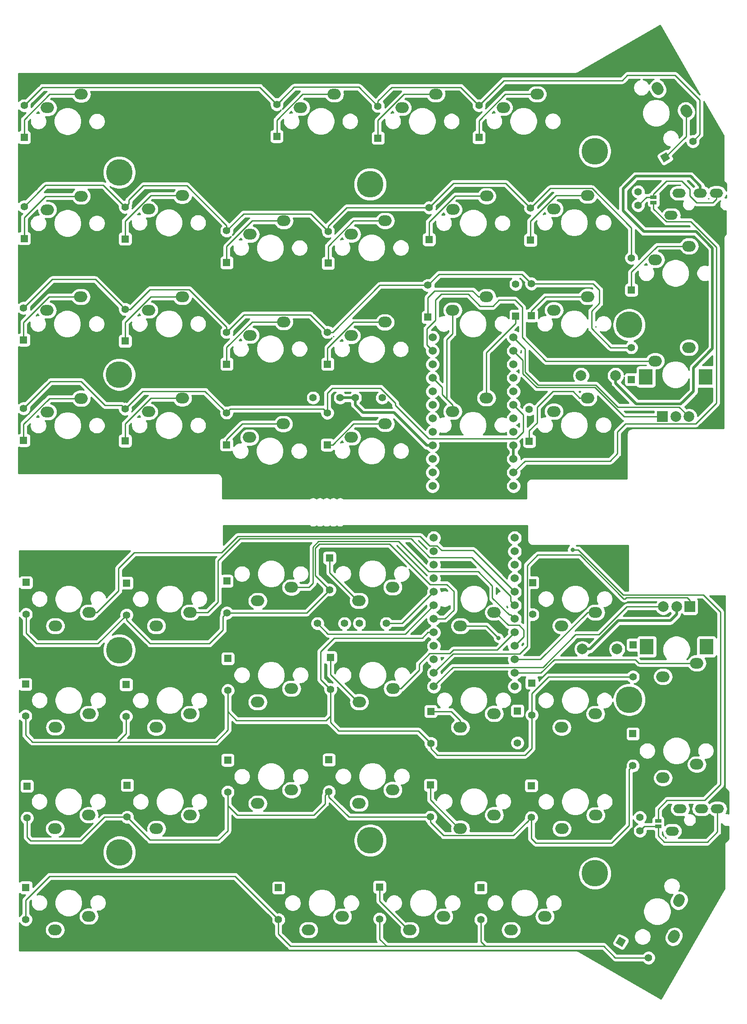
<source format=gbl>
G04 #@! TF.GenerationSoftware,KiCad,Pcbnew,(5.1.0-0)*
G04 #@! TF.CreationDate,2020-05-09T20:17:28+09:00*
G04 #@! TF.ProjectId,potto50,706f7474-6f35-4302-9e6b-696361645f70,rev?*
G04 #@! TF.SameCoordinates,Original*
G04 #@! TF.FileFunction,Copper,L2,Bot*
G04 #@! TF.FilePolarity,Positive*
%FSLAX46Y46*%
G04 Gerber Fmt 4.6, Leading zero omitted, Abs format (unit mm)*
G04 Created by KiCad (PCBNEW (5.1.0-0)) date 2020-05-09 20:17:28*
%MOMM*%
%LPD*%
G04 APERTURE LIST*
%ADD10C,5.000000*%
%ADD11O,2.500000X2.000000*%
%ADD12R,1.143000X0.635000*%
%ADD13R,1.397000X1.397000*%
%ADD14C,1.397000*%
%ADD15C,0.100000*%
%ADD16C,2.000000*%
%ADD17C,2.000000*%
%ADD18R,2.500000X3.000000*%
%ADD19R,2.000000X2.000000*%
%ADD20C,1.524000*%
%ADD21O,2.500000X1.700000*%
%ADD22C,0.800000*%
%ADD23C,0.250000*%
%ADD24C,0.500000*%
%ADD25C,0.254000*%
G04 APERTURE END LIST*
D10*
X39475000Y10725000D03*
X135350000Y-17950000D03*
X39450000Y-27275000D03*
X128891100Y14698500D03*
X86650000Y8500000D03*
X86675000Y-114875000D03*
X135375000Y-88425000D03*
X128916100Y-121073500D03*
X39500000Y-117100000D03*
X39475000Y-79100000D03*
D11*
X146602100Y-22201000D03*
X140252100Y-24741000D03*
D12*
X140804900Y-111208820D03*
X140804900Y-112209580D03*
D11*
X148069300Y-81540700D03*
X141719300Y-84080700D03*
X141719300Y-103111300D03*
X148069300Y-100571300D03*
D13*
X21945600Y-66367400D03*
D14*
X21945600Y-72367400D03*
D13*
X40855900Y-66481700D03*
D14*
X40855900Y-72481700D03*
D13*
X59702700Y-66100700D03*
D14*
X59702700Y-72100700D03*
X79019400Y-67757300D03*
D13*
X79019400Y-61757300D03*
D14*
X114350000Y-96525000D03*
D13*
X114350000Y-90525000D03*
X117182900Y-66392800D03*
D14*
X117182900Y-72392800D03*
X21844000Y-91506300D03*
D13*
X21844000Y-85506300D03*
X40767000Y-85569800D03*
D14*
X40767000Y-91569800D03*
X59880500Y-86680300D03*
D13*
X59880500Y-80680300D03*
X79184500Y-80464400D03*
D14*
X79184500Y-86464400D03*
X98044000Y-96611700D03*
D13*
X98044000Y-90611700D03*
X117030500Y-85277700D03*
D14*
X117030500Y-91277700D03*
X136067800Y-84102200D03*
D13*
X136067800Y-78102200D03*
X22123400Y-104657900D03*
D14*
X22123400Y-110657900D03*
X40970200Y-110492800D03*
D13*
X40970200Y-104492800D03*
X59865500Y-99760300D03*
D14*
X59865500Y-105760300D03*
X78902000Y-105722200D03*
D13*
X78902000Y-99722200D03*
X97993200Y-104480100D03*
D14*
X97993200Y-110480100D03*
X116954300Y-110569000D03*
D13*
X116954300Y-104569000D03*
X136055100Y-94828100D03*
D14*
X136055100Y-100828100D03*
X21902800Y-129736700D03*
D13*
X21902800Y-123736700D03*
X69414700Y-123774800D03*
D14*
X69414700Y-129774800D03*
X88417400Y-129631700D03*
D13*
X88417400Y-123631700D03*
X107439700Y-123762100D03*
D14*
X107439700Y-129762100D03*
X138983376Y-136932800D03*
X133787224Y-133932800D03*
D15*
G36*
X132833055Y-134188469D02*
G01*
X133531555Y-132978631D01*
X134741393Y-133677131D01*
X134042893Y-134886969D01*
X132833055Y-134188469D01*
X132833055Y-134188469D01*
G37*
D14*
X137388600Y-110515400D03*
X137401300Y-113055400D03*
X84594700Y-74079100D03*
X89674700Y-74079100D03*
X76746100Y-74079100D03*
X81826100Y-74079100D03*
D11*
X33782000Y-72009000D03*
X27432000Y-74549000D03*
X46443900Y-74556500D03*
X52793900Y-72016500D03*
X71860000Y-67292100D03*
X65510000Y-69832100D03*
X84533800Y-69796000D03*
X90883800Y-67256000D03*
X109972700Y-72003800D03*
X103622700Y-74543800D03*
X122673100Y-74543600D03*
X129023100Y-72003600D03*
X33782000Y-91059000D03*
X27432000Y-93599000D03*
X46446100Y-93622000D03*
X52796100Y-91082000D03*
X71848800Y-86317500D03*
X65498800Y-88857500D03*
X84584600Y-88844800D03*
X90934600Y-86304800D03*
X109960000Y-91041900D03*
X103610000Y-93581900D03*
X122673100Y-93619800D03*
X129023100Y-91079800D03*
D16*
X133056700Y-78879700D03*
X126556700Y-78879700D03*
D11*
X33756600Y-110096300D03*
X27406600Y-112636300D03*
X46469300Y-112661700D03*
X52819300Y-110121700D03*
X71860000Y-105391700D03*
X65510000Y-107931700D03*
X84546500Y-107893600D03*
X90896500Y-105353600D03*
X109972700Y-110090700D03*
X103622700Y-112630700D03*
X122683800Y-112668600D03*
X129033800Y-110128600D03*
X27409600Y-131681500D03*
X33759600Y-129141500D03*
X75046500Y-131706900D03*
X81396500Y-129166900D03*
X100461900Y-129166900D03*
X94111900Y-131706900D03*
X113136500Y-131706900D03*
X119486500Y-129166900D03*
D16*
X144731805Y-126189643D03*
D17*
X144856805Y-125973137D02*
X144606805Y-126406149D01*
D16*
X143756509Y-132958905D03*
D17*
X143881509Y-132742399D02*
X143631509Y-133175411D01*
D18*
X138673900Y-78442200D03*
X149873900Y-78442200D03*
D16*
X141773900Y-70942200D03*
X144273900Y-70942200D03*
D19*
X146773900Y-70942200D03*
D20*
X113824500Y-57988200D03*
X113824500Y-60528200D03*
X113824500Y-63068200D03*
X113824500Y-65608200D03*
X113824500Y-68148200D03*
X113824500Y-70688200D03*
X113824500Y-73228200D03*
X113824500Y-75768200D03*
X113824500Y-78308200D03*
X113824500Y-80848200D03*
X113824500Y-83388200D03*
X113824500Y-85928200D03*
X98604500Y-85928200D03*
X98604500Y-83388200D03*
X98604500Y-80848200D03*
X98604500Y-78308200D03*
X98604500Y-75768200D03*
X98604500Y-73228200D03*
X98604500Y-70688200D03*
X98604500Y-68148200D03*
X98604500Y-65608200D03*
X98604500Y-63068200D03*
X98604500Y-60528200D03*
X98604500Y-57988200D03*
D21*
X151944800Y-108923400D03*
X148944800Y-108923400D03*
X144944800Y-108923400D03*
X143444800Y-113123400D03*
D13*
X21500000Y-39650000D03*
D14*
X21500000Y-33650000D03*
X40575000Y-33750000D03*
D13*
X40575000Y-39750000D03*
X59650000Y-40475000D03*
D14*
X59650000Y-34475000D03*
X78600000Y-34500000D03*
D13*
X78600000Y-40500000D03*
X114025000Y-16275000D03*
D14*
X114025000Y-10275000D03*
X116575000Y-33825000D03*
D13*
X116575000Y-39825000D03*
X21500000Y-20775000D03*
D14*
X21500000Y-14775000D03*
X40575000Y-15000000D03*
D13*
X40575000Y-21000000D03*
X59675000Y-25325000D03*
D14*
X59675000Y-19325000D03*
X78650000Y-19325000D03*
D13*
X78650000Y-25325000D03*
X97525000Y-16500000D03*
D14*
X97525000Y-10500000D03*
X116975000Y-10200000D03*
D13*
X116975000Y-16200000D03*
X135750000Y-28200000D03*
D14*
X135750000Y-22200000D03*
X21600000Y4300000D03*
D13*
X21600000Y-1700000D03*
X40575000Y-1800000D03*
D14*
X40575000Y4200000D03*
X59675000Y-250000D03*
D13*
X59675000Y-6250000D03*
X78750000Y-6350000D03*
D14*
X78750000Y-350000D03*
X97725000Y4100000D03*
D13*
X97725000Y-1900000D03*
X116800000Y-2000000D03*
D14*
X116800000Y4000000D03*
X135775000Y-5375000D03*
D13*
X135775000Y-11375000D03*
X21600000Y17300000D03*
D14*
X21600000Y23300000D03*
X69100000Y23500000D03*
D13*
X69100000Y17500000D03*
X88125000Y17175000D03*
D14*
X88125000Y23175000D03*
X107100000Y23300000D03*
D13*
X107100000Y17300000D03*
D14*
X142126924Y13550000D03*
D15*
G36*
X141871255Y12595831D02*
G01*
X141172755Y13805669D01*
X142382593Y14504169D01*
X143081093Y13294331D01*
X141871255Y12595831D01*
X141871255Y12595831D01*
G37*
D14*
X147323076Y16550000D03*
D21*
X151750000Y6825000D03*
X148750000Y6825000D03*
X144750000Y6825000D03*
X143250000Y2625000D03*
D12*
X139950000Y5074620D03*
X139950000Y6075380D03*
D14*
X137050000Y7100000D03*
X137050000Y4525000D03*
X88899800Y-31650000D03*
X83819800Y-31650000D03*
X81015000Y-31650000D03*
X75935000Y-31650000D03*
D11*
X25940000Y-34310000D03*
X32290000Y-31770000D03*
X44965000Y-34285000D03*
X51315000Y-31745000D03*
X70320820Y-36572320D03*
X63970820Y-39112320D03*
X83122420Y-39089460D03*
X89472420Y-36549460D03*
X108509720Y-31692980D03*
X102159720Y-34232980D03*
X121202100Y-34227900D03*
X127552100Y-31687900D03*
X32240000Y-12670000D03*
X25890000Y-15210000D03*
X44979240Y-15185520D03*
X51329240Y-12645520D03*
X70384320Y-17367380D03*
X64034320Y-19907380D03*
X83065000Y-19985000D03*
X89415000Y-17445000D03*
X108522420Y-12655680D03*
X102172420Y-15195680D03*
X121214800Y-15177900D03*
X127564800Y-12637900D03*
D18*
X149700000Y-27700000D03*
X138500000Y-27700000D03*
D16*
X146600000Y-35200000D03*
X144100000Y-35200000D03*
D19*
X141600000Y-35200000D03*
D16*
X126300000Y-27475000D03*
X132800000Y-27475000D03*
D11*
X32297020Y6252080D03*
X25947020Y3712080D03*
X44965000Y3815000D03*
X51315000Y6355000D03*
X70415000Y1605000D03*
X64065000Y-935000D03*
X83115000Y-910000D03*
X89465000Y1630000D03*
X108547820Y6277480D03*
X102197820Y3737480D03*
X121202100Y3846700D03*
X127552100Y6386700D03*
X140264800Y-5678300D03*
X146614800Y-3138300D03*
X32315000Y25405000D03*
X25965000Y22865000D03*
X79915000Y25430000D03*
X73565000Y22890000D03*
X98977100Y25424000D03*
X92627100Y22884000D03*
X111677100Y22896700D03*
X118027100Y25436700D03*
D16*
X146094409Y22240295D03*
D17*
X145969409Y22456801D02*
X146219409Y22023789D01*
D16*
X140719705Y26469557D03*
D17*
X140594705Y26686063D02*
X140844705Y26253051D01*
D20*
X98386400Y-48228000D03*
X98386400Y-45688000D03*
X98386400Y-43148000D03*
X98386400Y-40608000D03*
X98386400Y-38068000D03*
X98386400Y-35528000D03*
X98386400Y-32988000D03*
X98386400Y-30448000D03*
X98386400Y-27908000D03*
X98386400Y-25368000D03*
X98386400Y-22828000D03*
X98386400Y-20288000D03*
X113606400Y-20288000D03*
X113606400Y-22828000D03*
X113606400Y-25368000D03*
X113606400Y-27908000D03*
X113606400Y-30448000D03*
X113606400Y-32988000D03*
X113606400Y-35528000D03*
X113606400Y-38068000D03*
X113606400Y-40608000D03*
X113606400Y-43148000D03*
X113606400Y-45688000D03*
X113606400Y-48228000D03*
D22*
X110775000Y-76800000D03*
X124714000Y-60223400D03*
D23*
X59702700Y-72100700D02*
X74478400Y-72100700D01*
X74676000Y-72100700D02*
X74478400Y-72100700D01*
X79019400Y-67757300D02*
X74676000Y-72100700D01*
X100711000Y-73228200D02*
X98604500Y-73228200D01*
X102362000Y-71577200D02*
X100711000Y-73228200D01*
X101066600Y-66763900D02*
X102362000Y-68059300D01*
X97878900Y-66763900D02*
X101066600Y-66763900D01*
X76357910Y-65095810D02*
X76357910Y-59889100D01*
X90297000Y-59182000D02*
X97878900Y-66763900D01*
X102362000Y-68059300D02*
X102362000Y-71577200D01*
X76357910Y-59889100D02*
X77065010Y-59182000D01*
X77065010Y-59182000D02*
X90297000Y-59182000D01*
X79019400Y-67757300D02*
X76357910Y-65095810D01*
X59004201Y-72799199D02*
X59004201Y-75310999D01*
X59702700Y-72100700D02*
X59004201Y-72799199D01*
X59004201Y-75310999D02*
X56591200Y-77724000D01*
X56426100Y-77889100D02*
X59004201Y-75310999D01*
X40855900Y-73469528D02*
X45275472Y-77889100D01*
X47835900Y-77889100D02*
X56426100Y-77889100D01*
X45275472Y-77889100D02*
X47835900Y-77889100D01*
X40855900Y-72481700D02*
X40855900Y-73469528D01*
X35448500Y-77889100D02*
X40855900Y-72481700D01*
X23901400Y-77889100D02*
X35448500Y-77889100D01*
X21945600Y-75933300D02*
X23901400Y-77889100D01*
X21945600Y-72367400D02*
X21945600Y-75933300D01*
X84283800Y-69796000D02*
X84533800Y-69796000D01*
X79019400Y-64531600D02*
X84283800Y-69796000D01*
X79019400Y-61757300D02*
X79019400Y-64531600D01*
X108518800Y-74543800D02*
X110775000Y-76800000D01*
X103622700Y-74543800D02*
X108518800Y-74543800D01*
X21844000Y-91506300D02*
X21844000Y-95034100D01*
X21844000Y-95034100D02*
X23164800Y-96354900D01*
X23164800Y-96354900D02*
X39192200Y-96354900D01*
X39192200Y-96354900D02*
X40792400Y-94754700D01*
X40767000Y-94729300D02*
X40767000Y-91569800D01*
X40792400Y-94754700D02*
X40767000Y-94729300D01*
X57670700Y-96354900D02*
X39192200Y-96354900D01*
X59880500Y-94145100D02*
X57670700Y-96354900D01*
X59880500Y-86680300D02*
X59880500Y-90411300D01*
X59880500Y-90411300D02*
X59880500Y-94145100D01*
X59880500Y-90678000D02*
X59880500Y-90411300D01*
X61531500Y-92329000D02*
X59880500Y-90678000D01*
X78333600Y-92329000D02*
X61531500Y-92329000D01*
X79184500Y-91478100D02*
X78333600Y-92329000D01*
X79184500Y-86464400D02*
X79184500Y-91478100D01*
X79184500Y-91478100D02*
X79184500Y-92697300D01*
X79184500Y-92697300D02*
X80767050Y-94279850D01*
X95712150Y-94279850D02*
X98044000Y-96611700D01*
X80767050Y-94279850D02*
X95712150Y-94279850D01*
X77355700Y-84635600D02*
X78243300Y-85523200D01*
X96447370Y-76847700D02*
X79883000Y-76847700D01*
X77355700Y-79375000D02*
X77355700Y-84635600D01*
X79883000Y-76847700D02*
X77355700Y-79375000D01*
X97526870Y-75768200D02*
X96447370Y-76847700D01*
X78243300Y-85523200D02*
X79184500Y-86464400D01*
X98604500Y-75768200D02*
X97526870Y-75768200D01*
X117030500Y-90289872D02*
X117030500Y-91277700D01*
X117030500Y-87259702D02*
X117030500Y-90289872D01*
X120188002Y-84102200D02*
X117030500Y-87259702D01*
X136067800Y-84102200D02*
X120188002Y-84102200D01*
X98044000Y-97599528D02*
X99294472Y-98850000D01*
X99294472Y-98850000D02*
X115750000Y-98850000D01*
X98044000Y-96611700D02*
X98044000Y-97599528D01*
X117030500Y-97569500D02*
X115750000Y-98850000D01*
X117030500Y-91277700D02*
X117030500Y-97569500D01*
X84334600Y-88844800D02*
X84584600Y-88844800D01*
X79184500Y-83694700D02*
X84334600Y-88844800D01*
X79184500Y-80464400D02*
X79184500Y-83694700D01*
X103610000Y-92331900D02*
X103610000Y-93581900D01*
X101889800Y-90611700D02*
X103610000Y-92331900D01*
X98044000Y-90611700D02*
X101889800Y-90611700D01*
X100480982Y-113955710D02*
X113567590Y-113955710D01*
X97993200Y-111467928D02*
X100480982Y-113955710D01*
X116255801Y-111267499D02*
X116954300Y-110569000D01*
X113567590Y-113955710D02*
X116255801Y-111267499D01*
X97993200Y-110480100D02*
X97993200Y-111467928D01*
X116954300Y-110569000D02*
X116954300Y-114503200D01*
X135356601Y-112039399D02*
X135356601Y-101526599D01*
X135356601Y-101526599D02*
X136055100Y-100828100D01*
X132054600Y-115341400D02*
X135356601Y-112039399D01*
X117792500Y-115341400D02*
X132054600Y-115341400D01*
X116954300Y-114503200D02*
X117792500Y-115341400D01*
X59865500Y-113070400D02*
X58127900Y-114808000D01*
X59865500Y-105760300D02*
X59865500Y-108150900D01*
X59865500Y-108150900D02*
X59865500Y-113070400D01*
X83659900Y-110480100D02*
X83873600Y-110480100D01*
X45285400Y-114808000D02*
X49042000Y-114808000D01*
X40970200Y-110492800D02*
X45285400Y-114808000D01*
X58127900Y-114808000D02*
X49042000Y-114808000D01*
X32252300Y-114947700D02*
X22821900Y-114947700D01*
X36707200Y-110492800D02*
X32252300Y-114947700D01*
X22123400Y-114249200D02*
X22123400Y-110657900D01*
X22821900Y-114947700D02*
X22123400Y-114249200D01*
X40970200Y-110492800D02*
X36707200Y-110492800D01*
X82672072Y-110480100D02*
X84055100Y-110480100D01*
X78902000Y-106710028D02*
X82672072Y-110480100D01*
X78902000Y-105722200D02*
X78902000Y-106710028D01*
X84055100Y-110480100D02*
X97993200Y-110480100D01*
X83873600Y-110480100D02*
X84055100Y-110480100D01*
X59865500Y-108316000D02*
X59865500Y-108150900D01*
X61671200Y-110121700D02*
X59865500Y-108316000D01*
X78203501Y-107971499D02*
X76053300Y-110121700D01*
X78203501Y-106420699D02*
X78203501Y-107971499D01*
X76053300Y-110121700D02*
X61671200Y-110121700D01*
X78902000Y-105722200D02*
X78203501Y-106420699D01*
X103372700Y-112630700D02*
X103622700Y-112630700D01*
X97993200Y-107251200D02*
X103372700Y-112630700D01*
X97993200Y-104480100D02*
X97993200Y-107251200D01*
X134646800Y-136932800D02*
X138983376Y-136932800D01*
X130568700Y-134772400D02*
X132729100Y-136932800D01*
X107439700Y-133881100D02*
X108331000Y-134772400D01*
X132729100Y-136932800D02*
X134646800Y-136932800D01*
X107439700Y-129762100D02*
X107439700Y-133881100D01*
X88417400Y-129631700D02*
X88417400Y-133438900D01*
X89750900Y-134772400D02*
X108534200Y-134772400D01*
X88417400Y-133438900D02*
X89750900Y-134772400D01*
X108534200Y-134772400D02*
X130568700Y-134772400D01*
X108331000Y-134772400D02*
X108534200Y-134772400D01*
X69414700Y-129774800D02*
X69414700Y-132495600D01*
X71691500Y-134772400D02*
X89750900Y-134772400D01*
X69414700Y-132495600D02*
X71691500Y-134772400D01*
X21902800Y-127261298D02*
X21902800Y-129736700D01*
X26380600Y-121600000D02*
X21902800Y-126077800D01*
X61239900Y-121600000D02*
X26380600Y-121600000D01*
X69414700Y-129774800D02*
X61239900Y-121600000D01*
X21902800Y-126077800D02*
X21902800Y-127261298D01*
X88417400Y-126262400D02*
X93861900Y-131706900D01*
X93861900Y-131706900D02*
X94111900Y-131706900D01*
X88417400Y-123631700D02*
X88417400Y-126262400D01*
D24*
X127970913Y-78879700D02*
X126556700Y-78879700D01*
X133304912Y-73545700D02*
X127970913Y-78879700D01*
X143084613Y-73545700D02*
X133304912Y-73545700D01*
X144273900Y-72356413D02*
X143084613Y-73545700D01*
X144273900Y-70942200D02*
X144273900Y-72356413D01*
D23*
X151944800Y-108923400D02*
X151944800Y-113282000D01*
X151944800Y-113282000D02*
X150050500Y-115176300D01*
X150050500Y-115176300D02*
X141935200Y-115176300D01*
X140804900Y-114046000D02*
X140804900Y-112209580D01*
X141935200Y-115176300D02*
X140804900Y-114046000D01*
X138247120Y-112209580D02*
X137401300Y-113055400D01*
X140804900Y-112209580D02*
X138247120Y-112209580D01*
X134271591Y-68739591D02*
X127012700Y-61480700D01*
X134271591Y-68739591D02*
X125755400Y-60223400D01*
X125755400Y-60223400D02*
X124714000Y-60223400D01*
X142468600Y-107315000D02*
X140804900Y-108978700D01*
X140804900Y-108978700D02*
X140804900Y-111208820D01*
X152488900Y-104381300D02*
X149555200Y-107315000D01*
X152488900Y-71894700D02*
X152488900Y-104381300D01*
X149333791Y-68739591D02*
X152488900Y-71894700D01*
X149555200Y-107315000D02*
X142468600Y-107315000D01*
X134271591Y-68739591D02*
X149333791Y-68739591D01*
X92673600Y-74079100D02*
X98604500Y-68148200D01*
X89674700Y-74079100D02*
X92673600Y-74079100D01*
X93226050Y-76066650D02*
X78733650Y-76066650D01*
X98604500Y-70688200D02*
X93226050Y-76066650D01*
X76746100Y-74079100D02*
X78733650Y-76066650D01*
X106032300Y-60356000D02*
X113824500Y-68148200D01*
X97795199Y-59441199D02*
X99204899Y-59441199D01*
X96050100Y-57696100D02*
X97795199Y-59441199D01*
X99204899Y-59441199D02*
X100119700Y-60356000D01*
X61760100Y-57696100D02*
X96050100Y-57696100D01*
X58722401Y-60733799D02*
X61760100Y-57696100D01*
X42320199Y-60733799D02*
X58722401Y-60733799D01*
X39334999Y-63718999D02*
X42320199Y-60733799D01*
X33782000Y-72009000D02*
X35282000Y-72009000D01*
X35282000Y-72009000D02*
X39334999Y-67956001D01*
X39334999Y-67956001D02*
X39334999Y-63718999D01*
X100119700Y-60356000D02*
X106032300Y-60356000D01*
X58077100Y-62268100D02*
X60401200Y-59944000D01*
X105757102Y-61671200D02*
X113062501Y-68976599D01*
X113062501Y-68976599D02*
X113062501Y-69926201D01*
X62211790Y-58146110D02*
X94328410Y-58146110D01*
X113062501Y-69926201D02*
X113824500Y-70688200D01*
X60401200Y-59944000D02*
X60413900Y-59944000D01*
X97853500Y-61671200D02*
X105757102Y-61671200D01*
X94328410Y-58146110D02*
X97853500Y-61671200D01*
X58077100Y-70040500D02*
X58077100Y-62268100D01*
X60413900Y-59944000D02*
X62211790Y-58146110D01*
X56101100Y-72016500D02*
X58077100Y-70040500D01*
X52793900Y-72016500D02*
X56101100Y-72016500D01*
X109639100Y-69327202D02*
X112778099Y-72466201D01*
X109639100Y-67017900D02*
X109639100Y-69327202D01*
X112778099Y-72466201D02*
X113062501Y-72466201D01*
X91986100Y-58661300D02*
X97647381Y-64322581D01*
X76949300Y-58661300D02*
X91986100Y-58661300D01*
X71860000Y-67292100D02*
X75125700Y-67292100D01*
X75907900Y-59702700D02*
X76949300Y-58661300D01*
X113062501Y-72466201D02*
X113824500Y-73228200D01*
X75907900Y-66509900D02*
X75907900Y-59702700D01*
X106943781Y-64322581D02*
X109639100Y-67017900D01*
X97647381Y-64322581D02*
X106943781Y-64322581D01*
X75125700Y-67292100D02*
X75907900Y-66509900D01*
X102324045Y-79032245D02*
X110560455Y-79032245D01*
X97866200Y-79705200D02*
X101651090Y-79705200D01*
X110560455Y-79032245D02*
X113062501Y-76530199D01*
X95859600Y-81711800D02*
X97866200Y-79705200D01*
X90934600Y-86304800D02*
X92434600Y-86304800D01*
X95859600Y-82879800D02*
X95859600Y-81711800D01*
X113062501Y-76530199D02*
X113824500Y-75768200D01*
X101651090Y-79705200D02*
X102324045Y-79032245D01*
X92434600Y-86304800D02*
X95859600Y-82879800D01*
X115525000Y-75275000D02*
X115525000Y-76607700D01*
X114650000Y-74400000D02*
X115525000Y-75275000D01*
X112618900Y-74400000D02*
X114650000Y-74400000D01*
X115525000Y-76607700D02*
X113824500Y-78308200D01*
X110222700Y-72003800D02*
X112618900Y-74400000D01*
X109972700Y-72003800D02*
X110222700Y-72003800D01*
X118678500Y-80848200D02*
X114902130Y-80848200D01*
X114902130Y-80848200D02*
X113824500Y-80848200D01*
X127523100Y-72003600D02*
X118678500Y-80848200D01*
X129023100Y-72003600D02*
X127523100Y-72003600D01*
X114902130Y-83388200D02*
X113824500Y-83388200D01*
X118733710Y-83388200D02*
X114902130Y-83388200D01*
X121253011Y-80868899D02*
X118733710Y-83388200D01*
X136559081Y-80868899D02*
X121253011Y-80868899D01*
X137230882Y-81540700D02*
X136559081Y-80868899D01*
X148069300Y-81540700D02*
X137230882Y-81540700D01*
X99366499Y-85166201D02*
X98604500Y-85928200D01*
X102231501Y-82301199D02*
X99366499Y-85166201D01*
X141773900Y-70942200D02*
X134886700Y-70942200D01*
X134886700Y-70942200D02*
X129628900Y-76200000D01*
X125285500Y-76200000D02*
X119184301Y-82301199D01*
X129628900Y-76200000D02*
X125285500Y-76200000D01*
X119184301Y-82301199D02*
X102231501Y-82301199D01*
X99366499Y-82626201D02*
X98604500Y-83388200D01*
X102231501Y-79761199D02*
X99366499Y-82626201D01*
X146271300Y-69189600D02*
X134810500Y-69189600D01*
X146773900Y-69692200D02*
X146271300Y-69189600D01*
X146773900Y-70942200D02*
X146773900Y-69692200D01*
X134333140Y-69437550D02*
X126095590Y-61200000D01*
X134562550Y-69437550D02*
X134333140Y-69437550D01*
X134810500Y-69189600D02*
X134562550Y-69437550D01*
X126095590Y-61200000D02*
X118175000Y-61200000D01*
X116159399Y-63215601D02*
X116159399Y-78365601D01*
X116159399Y-78365601D02*
X114763801Y-79761199D01*
X118175000Y-61200000D02*
X116159399Y-63215601D01*
X114763801Y-79761199D02*
X102231501Y-79761199D01*
X30790000Y-31770000D02*
X32290000Y-31770000D01*
X26356153Y-31770000D02*
X30790000Y-31770000D01*
X21500000Y-36626153D02*
X26356153Y-31770000D01*
X21500000Y-39650000D02*
X21500000Y-36626153D01*
X21500000Y-33650000D02*
X26575000Y-28575000D01*
X58951501Y-33776501D02*
X59650000Y-34475000D01*
X43905010Y-30419990D02*
X55594990Y-30419990D01*
X55594990Y-30419990D02*
X58951501Y-33776501D01*
X40575000Y-33750000D02*
X43905010Y-30419990D01*
X77901501Y-33801501D02*
X78600000Y-34500000D01*
X77876501Y-33776501D02*
X77901501Y-33801501D01*
X60348499Y-33776501D02*
X77876501Y-33776501D01*
X59650000Y-34475000D02*
X60348499Y-33776501D01*
X36776501Y-33051501D02*
X32300000Y-28575000D01*
X39876501Y-33051501D02*
X36776501Y-33051501D01*
X40575000Y-33750000D02*
X39876501Y-33051501D01*
X26575000Y-28575000D02*
X32300000Y-28575000D01*
X79550000Y-29825000D02*
X88589582Y-29825000D01*
X78600000Y-30775000D02*
X79550000Y-29825000D01*
X78600000Y-34500000D02*
X78600000Y-30775000D01*
X91369791Y-32605209D02*
X91369791Y-33094791D01*
X88589582Y-29825000D02*
X91369791Y-32605209D01*
X91369791Y-33094791D02*
X97625000Y-39350000D01*
X97625000Y-39350000D02*
X114175000Y-39350000D01*
X114175000Y-39350000D02*
X115425000Y-38100000D01*
X115425000Y-34806600D02*
X113606400Y-32988000D01*
X115425000Y-38100000D02*
X115425000Y-34806600D01*
X49815000Y-31745000D02*
X51315000Y-31745000D01*
X45381153Y-31745000D02*
X49815000Y-31745000D01*
X40575000Y-36551153D02*
X45381153Y-31745000D01*
X40575000Y-39750000D02*
X40575000Y-36551153D01*
X68820820Y-36572320D02*
X70320820Y-36572320D01*
X59650000Y-39526500D02*
X62604180Y-36572320D01*
X62604180Y-36572320D02*
X68820820Y-36572320D01*
X59650000Y-40475000D02*
X59650000Y-39526500D01*
X83538573Y-36549460D02*
X87972420Y-36549460D01*
X87972420Y-36549460D02*
X89472420Y-36549460D01*
X79588033Y-40500000D02*
X83538573Y-36549460D01*
X78600000Y-40500000D02*
X79588033Y-40500000D01*
X108509720Y-23140280D02*
X108509720Y-31692980D01*
X114025000Y-17625000D02*
X108509720Y-23140280D01*
X114025000Y-16275000D02*
X114025000Y-17625000D01*
X116575000Y-37817998D02*
X116575000Y-39825000D01*
X118025000Y-36367998D02*
X116575000Y-37817998D01*
X118025000Y-33425000D02*
X118025000Y-36367998D01*
X121000000Y-30450000D02*
X118025000Y-33425000D01*
X124814200Y-30450000D02*
X121000000Y-30450000D01*
X126052100Y-31687900D02*
X124814200Y-30450000D01*
X127552100Y-31687900D02*
X126052100Y-31687900D01*
X26306153Y-12670000D02*
X30740000Y-12670000D01*
X30740000Y-12670000D02*
X32240000Y-12670000D01*
X21500000Y-17476153D02*
X26306153Y-12670000D01*
X21500000Y-20775000D02*
X21500000Y-17476153D01*
X39876501Y-14301501D02*
X40575000Y-15000000D01*
X34975000Y-9400000D02*
X39876501Y-14301501D01*
X26875000Y-9400000D02*
X34975000Y-9400000D01*
X21500000Y-14775000D02*
X26875000Y-9400000D01*
X59675000Y-18337172D02*
X59675000Y-19325000D01*
X41562828Y-15000000D02*
X45242318Y-11320510D01*
X52658338Y-11320510D02*
X59675000Y-18337172D01*
X45242318Y-11320510D02*
X52658338Y-11320510D01*
X40575000Y-15000000D02*
X41562828Y-15000000D01*
X77951501Y-18626501D02*
X78650000Y-19325000D01*
X75367370Y-16042370D02*
X77951501Y-18626501D01*
X62957630Y-16042370D02*
X75367370Y-16042370D01*
X59675000Y-19325000D02*
X62957630Y-16042370D01*
X96537172Y-10500000D02*
X97525000Y-10500000D01*
X88462828Y-10500000D02*
X96537172Y-10500000D01*
X79637828Y-19325000D02*
X88462828Y-10500000D01*
X78650000Y-19325000D02*
X79637828Y-19325000D01*
X116525000Y-10500000D02*
X116825000Y-10200000D01*
X129775000Y-11375000D02*
X128600000Y-10200000D01*
X128275000Y-18600000D02*
X128275000Y-15375000D01*
X128275000Y-15375000D02*
X129775000Y-13875000D01*
X131875000Y-22200000D02*
X128275000Y-18600000D01*
X129775000Y-13875000D02*
X129775000Y-11375000D01*
X135750000Y-22200000D02*
X131875000Y-22200000D01*
X115200000Y-8425000D02*
X116276501Y-9501501D01*
X116276501Y-9501501D02*
X116975000Y-10200000D01*
X99600000Y-8425000D02*
X115200000Y-8425000D01*
X97525000Y-10500000D02*
X99600000Y-8425000D01*
X122050000Y-10200000D02*
X116975000Y-10200000D01*
X128600000Y-10200000D02*
X122050000Y-10200000D01*
X122050000Y-10200000D02*
X121850000Y-10200000D01*
X49829240Y-12645520D02*
X51329240Y-12645520D01*
X45395393Y-12645520D02*
X49829240Y-12645520D01*
X40575000Y-17465913D02*
X45395393Y-12645520D01*
X40575000Y-21000000D02*
X40575000Y-17465913D01*
X68884320Y-17367380D02*
X70384320Y-17367380D01*
X64450473Y-17367380D02*
X68884320Y-17367380D01*
X59675000Y-22142853D02*
X64450473Y-17367380D01*
X59675000Y-25325000D02*
X59675000Y-22142853D01*
X87915000Y-17445000D02*
X89415000Y-17445000D01*
X83481153Y-17445000D02*
X87915000Y-17445000D01*
X78650000Y-22276153D02*
X83481153Y-17445000D01*
X78650000Y-25325000D02*
X78650000Y-22276153D01*
X107022420Y-12655680D02*
X108522420Y-12655680D01*
X107022420Y-12655680D02*
X105891740Y-11525000D01*
X105891740Y-11525000D02*
X98800000Y-11525000D01*
X97525000Y-12800000D02*
X97525000Y-16500000D01*
X98800000Y-11525000D02*
X97525000Y-12800000D01*
X126064800Y-12637900D02*
X127564800Y-12637900D01*
X119588600Y-12637900D02*
X116975000Y-15251500D01*
X116975000Y-15251500D02*
X116975000Y-16200000D01*
X127564800Y-12637900D02*
X119588600Y-12637900D01*
X78051501Y348499D02*
X78750000Y-350000D01*
X75469990Y2930010D02*
X78051501Y348499D01*
X62855010Y2930010D02*
X75469990Y2930010D01*
X59675000Y-250000D02*
X62855010Y2930010D01*
X96737172Y4100000D02*
X97725000Y4100000D01*
X82212172Y4100000D02*
X96737172Y4100000D01*
X78750000Y637828D02*
X82212172Y4100000D01*
X78750000Y-350000D02*
X78750000Y637828D01*
X128350937Y7711710D02*
X135775000Y287647D01*
X135775000Y-4387172D02*
X135775000Y-5375000D01*
X120511710Y7711710D02*
X128350937Y7711710D01*
X135775000Y287647D02*
X135775000Y-4387172D01*
X116800000Y4000000D02*
X120511710Y7711710D01*
X102300000Y8675000D02*
X97725000Y4100000D01*
X112125000Y8675000D02*
X102300000Y8675000D01*
X116800000Y4000000D02*
X112125000Y8675000D01*
X59675000Y737828D02*
X52162828Y8250000D01*
X59675000Y-250000D02*
X59675000Y737828D01*
X52162828Y8250000D02*
X44000000Y8250000D01*
X41273499Y5523499D02*
X44000000Y8250000D01*
X41273499Y4898499D02*
X41273499Y5523499D01*
X40575000Y4200000D02*
X41273499Y4898499D01*
X24412500Y7112500D02*
X21600000Y4300000D01*
X25600000Y8300000D02*
X24412500Y7112500D01*
X36475000Y8300000D02*
X25600000Y8300000D01*
X40575000Y4200000D02*
X36475000Y8300000D01*
X30797020Y6252080D02*
X32297020Y6252080D01*
X25577080Y6252080D02*
X30797020Y6252080D01*
X21600000Y2275000D02*
X25577080Y6252080D01*
X21600000Y-1700000D02*
X21600000Y2275000D01*
X49815000Y6355000D02*
X51315000Y6355000D01*
X45381153Y6355000D02*
X49815000Y6355000D01*
X40575000Y1548847D02*
X45381153Y6355000D01*
X40575000Y-1800000D02*
X40575000Y1548847D01*
X68915000Y1605000D02*
X70415000Y1605000D01*
X64481153Y1605000D02*
X68915000Y1605000D01*
X59675000Y-3201153D02*
X64481153Y1605000D01*
X59675000Y-6250000D02*
X59675000Y-3201153D01*
X87965000Y1630000D02*
X89465000Y1630000D01*
X83531153Y1630000D02*
X87965000Y1630000D01*
X78750000Y-3151153D02*
X83531153Y1630000D01*
X78750000Y-6350000D02*
X78750000Y-3151153D01*
X102613973Y6277480D02*
X107047820Y6277480D01*
X97725000Y1388507D02*
X102613973Y6277480D01*
X107047820Y6277480D02*
X108547820Y6277480D01*
X97725000Y-1900000D02*
X97725000Y1388507D01*
X116800000Y1568447D02*
X121618253Y6386700D01*
X126052100Y6386700D02*
X127552100Y6386700D01*
X121618253Y6386700D02*
X126052100Y6386700D01*
X116800000Y-2000000D02*
X116800000Y1568447D01*
X145114800Y-3138300D02*
X146614800Y-3138300D01*
X140680953Y-3138300D02*
X145114800Y-3138300D01*
X135775000Y-8044253D02*
X140680953Y-3138300D01*
X135775000Y-11375000D02*
X135775000Y-8044253D01*
X21600000Y20623847D02*
X26381153Y25405000D01*
X30815000Y25405000D02*
X32315000Y25405000D01*
X26381153Y25405000D02*
X30815000Y25405000D01*
X21600000Y17300000D02*
X21600000Y20623847D01*
X106401501Y23998499D02*
X107100000Y23300000D01*
X103650990Y26749010D02*
X106401501Y23998499D01*
X90711182Y26749010D02*
X103650990Y26749010D01*
X88125000Y24162828D02*
X90711182Y26749010D01*
X88125000Y23175000D02*
X88125000Y24162828D01*
X111811073Y28011073D02*
X107100000Y23300000D01*
X135025000Y28975000D02*
X134061073Y28011073D01*
X144000000Y28975000D02*
X135025000Y28975000D01*
X134061073Y28011073D02*
X111811073Y28011073D01*
X148650000Y24325000D02*
X144000000Y28975000D01*
X148650000Y17876924D02*
X148650000Y24325000D01*
X147323076Y16550000D02*
X148650000Y17876924D01*
X22298499Y23998499D02*
X21600000Y23300000D01*
X25030010Y26730010D02*
X22298499Y23998499D01*
X65869990Y26730010D02*
X25030010Y26730010D01*
X69100000Y23500000D02*
X65869990Y26730010D01*
X69798499Y24198499D02*
X69100000Y23500000D01*
X72355010Y26755010D02*
X69798499Y24198499D01*
X84544990Y26755010D02*
X72355010Y26755010D01*
X88125000Y23175000D02*
X84544990Y26755010D01*
X78415000Y25430000D02*
X79915000Y25430000D01*
X73981153Y25430000D02*
X78415000Y25430000D01*
X69100000Y20548847D02*
X73981153Y25430000D01*
X69100000Y17500000D02*
X69100000Y20548847D01*
X97477100Y25424000D02*
X98977100Y25424000D01*
X88125000Y20505747D02*
X93043253Y25424000D01*
X93043253Y25424000D02*
X97477100Y25424000D01*
X88125000Y17175000D02*
X88125000Y20505747D01*
X116527100Y25436700D02*
X118027100Y25436700D01*
X112093253Y25436700D02*
X116527100Y25436700D01*
X107100000Y20443447D02*
X112093253Y25436700D01*
X107100000Y17300000D02*
X107100000Y20443447D01*
X146094409Y20934726D02*
X146094409Y22240295D01*
X146094409Y17517485D02*
X146094409Y20934726D01*
X142126924Y13550000D02*
X146094409Y17517485D01*
X138600380Y6075380D02*
X137050000Y4525000D01*
X139950000Y6075380D02*
X138600380Y6075380D01*
X151750000Y5725000D02*
X151750000Y6825000D01*
X146775000Y6275000D02*
X148025000Y5025000D01*
X146775000Y7575000D02*
X146775000Y6275000D01*
X142382120Y9075000D02*
X145275000Y9075000D01*
X151050000Y5025000D02*
X151750000Y5725000D01*
X139950000Y6642880D02*
X142382120Y9075000D01*
X148025000Y5025000D02*
X151050000Y5025000D01*
X145275000Y9075000D02*
X146775000Y7575000D01*
X139950000Y6075380D02*
X139950000Y6642880D01*
D24*
X113606400Y-43148000D02*
X113606400Y-40608000D01*
X148750000Y8175000D02*
X148750000Y6825000D01*
X146900000Y10025000D02*
X148750000Y8175000D01*
X136600000Y10025000D02*
X146900000Y10025000D01*
X138125000Y-375000D02*
X134200000Y3550000D01*
X147925000Y-375000D02*
X138125000Y-375000D01*
X134200000Y3550000D02*
X134200000Y7625000D01*
X151037500Y-3487500D02*
X147925000Y-375000D01*
X151037500Y-22437500D02*
X151037500Y-3487500D01*
X132800000Y-28889213D02*
X136710787Y-32800000D01*
X136710787Y-32800000D02*
X145075000Y-32800000D01*
X134200000Y7625000D02*
X136600000Y10025000D01*
X132800000Y-27475000D02*
X132800000Y-28889213D01*
X145075000Y-32800000D02*
X145275000Y-32600000D01*
X145275000Y-32600000D02*
X145325000Y-32600000D01*
X145325000Y-32600000D02*
X147462500Y-30462500D01*
X147462500Y-30462500D02*
X147462500Y-26012500D01*
X147462500Y-26012500D02*
X151037500Y-22437500D01*
X81015000Y-31650000D02*
X83819800Y-31650000D01*
X83819800Y-32944800D02*
X83819800Y-31650000D01*
X85325000Y-34450000D02*
X83819800Y-32944800D01*
X91150770Y-34450000D02*
X85325000Y-34450000D01*
X97308770Y-40608000D02*
X91150770Y-34450000D01*
X98386400Y-40608000D02*
X97308770Y-40608000D01*
D23*
X139950000Y4507120D02*
X139950000Y5074620D01*
X142363295Y1449990D02*
X139950000Y3863285D01*
X151724992Y-32650008D02*
X151724992Y-3361806D01*
X147825000Y-36550000D02*
X151724992Y-32650008D01*
X151724992Y-3361806D02*
X146913196Y1449990D01*
X146913196Y1449990D02*
X142363295Y1449990D01*
X134650000Y-36550000D02*
X147825000Y-36550000D01*
X133150000Y-42150000D02*
X133150000Y-38050000D01*
X133150000Y-38050000D02*
X134650000Y-36550000D01*
X131775000Y-43525000D02*
X133150000Y-42150000D01*
X139950000Y3863285D02*
X139950000Y4507120D01*
X115769400Y-43525000D02*
X131775000Y-43525000D01*
X113606400Y-45688000D02*
X115769400Y-43525000D01*
X102159720Y-32982980D02*
X101050000Y-31873260D01*
X102159720Y-34232980D02*
X102159720Y-32982980D01*
X101050000Y-31873260D02*
X101050000Y-20700000D01*
X102172420Y-19577580D02*
X102172420Y-15195680D01*
X101050000Y-20700000D02*
X102172420Y-19577580D01*
X102159720Y-32982980D02*
X100175000Y-30998260D01*
X100175000Y-29696600D02*
X98386400Y-27908000D01*
X100175000Y-30998260D02*
X100175000Y-29696600D01*
X119668162Y-24741000D02*
X140252100Y-24741000D01*
X115250000Y-20322838D02*
X119668162Y-24741000D01*
X110900000Y-13275000D02*
X113875000Y-13275000D01*
X98950000Y-17057002D02*
X98950000Y-13250000D01*
X109750000Y-14425000D02*
X110900000Y-13275000D01*
X98386400Y-22828000D02*
X97299399Y-21740999D01*
X107325000Y-14425000D02*
X109750000Y-14425000D01*
X100025000Y-12175000D02*
X105075000Y-12175000D01*
X115250000Y-14650000D02*
X115250000Y-20322838D01*
X105075000Y-12175000D02*
X107325000Y-14425000D01*
X98950000Y-13250000D02*
X100025000Y-12175000D01*
X97299399Y-18707603D02*
X98950000Y-17057002D01*
X113875000Y-13275000D02*
X115250000Y-14650000D01*
X97299399Y-21740999D02*
X97299399Y-18707603D01*
X114368399Y-21049999D02*
X113606400Y-20288000D01*
X115814210Y-22495810D02*
X114368399Y-21049999D01*
X115814210Y-26839210D02*
X115814210Y-22495810D01*
X133211410Y-33375000D02*
X129086400Y-29249990D01*
X129086400Y-29249990D02*
X118224990Y-29249990D01*
X144775000Y-33375000D02*
X133211410Y-33375000D01*
X118224990Y-29249990D02*
X115814210Y-26839210D01*
X146600000Y-35200000D02*
X144775000Y-33375000D01*
X114368399Y-23589999D02*
X113606400Y-22828000D01*
X141600000Y-35200000D02*
X134400000Y-35200000D01*
X134400000Y-35200000D02*
X128900000Y-29700000D01*
X128900000Y-29700000D02*
X117950000Y-29700000D01*
X115364200Y-27114200D02*
X115364200Y-24585800D01*
X117950000Y-29700000D02*
X115364200Y-27114200D01*
X115364200Y-24585800D02*
X114368399Y-23589999D01*
D25*
G36*
X151728901Y-104066497D02*
G01*
X149240399Y-106555000D01*
X142505922Y-106555000D01*
X142468599Y-106551324D01*
X142431276Y-106555000D01*
X142431267Y-106555000D01*
X142319614Y-106565997D01*
X142176353Y-106609454D01*
X142044323Y-106680026D01*
X142004212Y-106712945D01*
X141928599Y-106774999D01*
X141904801Y-106803997D01*
X140293903Y-108414896D01*
X140264899Y-108438699D01*
X140215310Y-108499124D01*
X140169926Y-108554424D01*
X140141157Y-108608247D01*
X140099354Y-108686454D01*
X140055897Y-108829715D01*
X140044900Y-108941368D01*
X140044900Y-108941378D01*
X140041224Y-108978700D01*
X140044900Y-109016023D01*
X140044901Y-110284927D01*
X139989220Y-110301818D01*
X139878906Y-110360783D01*
X139782215Y-110440135D01*
X139702863Y-110536826D01*
X139643898Y-110647140D01*
X139607588Y-110766838D01*
X139595328Y-110891320D01*
X139595328Y-111449580D01*
X138340274Y-111449580D01*
X138424397Y-111365457D01*
X138570332Y-111147049D01*
X138670854Y-110904368D01*
X138722100Y-110646738D01*
X138722100Y-110384062D01*
X138670854Y-110126432D01*
X138570332Y-109883751D01*
X138424397Y-109665343D01*
X138238657Y-109479603D01*
X138020249Y-109333668D01*
X137777568Y-109233146D01*
X137519938Y-109181900D01*
X137257262Y-109181900D01*
X136999632Y-109233146D01*
X136756951Y-109333668D01*
X136538543Y-109479603D01*
X136352803Y-109665343D01*
X136206868Y-109883751D01*
X136116601Y-110101674D01*
X136116601Y-103111300D01*
X139826389Y-103111300D01*
X139857957Y-103431816D01*
X139951448Y-103740015D01*
X140103269Y-104024052D01*
X140307586Y-104273014D01*
X140556548Y-104477331D01*
X140840585Y-104629152D01*
X141148784Y-104722643D01*
X141388978Y-104746300D01*
X142049622Y-104746300D01*
X142289816Y-104722643D01*
X142598015Y-104629152D01*
X142882052Y-104477331D01*
X143131014Y-104273014D01*
X143335331Y-104024052D01*
X143487152Y-103740015D01*
X143580643Y-103431816D01*
X143612211Y-103111300D01*
X143580643Y-102790784D01*
X143487152Y-102482585D01*
X143335331Y-102198548D01*
X143131014Y-101949586D01*
X142882052Y-101745269D01*
X142598015Y-101593448D01*
X142289816Y-101499957D01*
X142049622Y-101476300D01*
X141388978Y-101476300D01*
X141148784Y-101499957D01*
X140840585Y-101593448D01*
X140556548Y-101745269D01*
X140307586Y-101949586D01*
X140103269Y-102198548D01*
X139951448Y-102482585D01*
X139857957Y-102790784D01*
X139826389Y-103111300D01*
X136116601Y-103111300D01*
X136116601Y-102161600D01*
X136186438Y-102161600D01*
X136444068Y-102110354D01*
X136686749Y-102009832D01*
X136905157Y-101863897D01*
X137090897Y-101678157D01*
X137236832Y-101459749D01*
X137337354Y-101217068D01*
X137388600Y-100959438D01*
X137388600Y-100696762D01*
X137337354Y-100439132D01*
X137236832Y-100196451D01*
X137090897Y-99978043D01*
X136905157Y-99792303D01*
X136686749Y-99646368D01*
X136444068Y-99545846D01*
X136186438Y-99494600D01*
X135923762Y-99494600D01*
X135666132Y-99545846D01*
X135423451Y-99646368D01*
X135205043Y-99792303D01*
X135019303Y-99978043D01*
X134873368Y-100196451D01*
X134772846Y-100439132D01*
X134721600Y-100696762D01*
X134721600Y-100959438D01*
X134744482Y-101074474D01*
X134721627Y-101102323D01*
X134651055Y-101234353D01*
X134634324Y-101289511D01*
X134607599Y-101377613D01*
X134600756Y-101447091D01*
X134592925Y-101526599D01*
X134596602Y-101563931D01*
X134596601Y-111724597D01*
X131739799Y-114581400D01*
X118107302Y-114581400D01*
X117714300Y-114188399D01*
X117714300Y-112668600D01*
X120790889Y-112668600D01*
X120822457Y-112989116D01*
X120915948Y-113297315D01*
X121067769Y-113581352D01*
X121272086Y-113830314D01*
X121521048Y-114034631D01*
X121805085Y-114186452D01*
X122113284Y-114279943D01*
X122353478Y-114303600D01*
X123014122Y-114303600D01*
X123254316Y-114279943D01*
X123562515Y-114186452D01*
X123846552Y-114034631D01*
X124095514Y-113830314D01*
X124299831Y-113581352D01*
X124451652Y-113297315D01*
X124545143Y-112989116D01*
X124576711Y-112668600D01*
X124545143Y-112348084D01*
X124451652Y-112039885D01*
X124299831Y-111755848D01*
X124095514Y-111506886D01*
X123846552Y-111302569D01*
X123562515Y-111150748D01*
X123254316Y-111057257D01*
X123014122Y-111033600D01*
X122353478Y-111033600D01*
X122113284Y-111057257D01*
X121805085Y-111150748D01*
X121521048Y-111302569D01*
X121272086Y-111506886D01*
X121067769Y-111755848D01*
X120915948Y-112039885D01*
X120822457Y-112348084D01*
X120790889Y-112668600D01*
X117714300Y-112668600D01*
X117714300Y-111664971D01*
X117804357Y-111604797D01*
X117990097Y-111419057D01*
X118136032Y-111200649D01*
X118236554Y-110957968D01*
X118287800Y-110700338D01*
X118287800Y-110437662D01*
X118236554Y-110180032D01*
X118136032Y-109937351D01*
X117990097Y-109718943D01*
X117804357Y-109533203D01*
X117585949Y-109387268D01*
X117343268Y-109286746D01*
X117085638Y-109235500D01*
X116822962Y-109235500D01*
X116565332Y-109286746D01*
X116322651Y-109387268D01*
X116104243Y-109533203D01*
X115918503Y-109718943D01*
X115772568Y-109937351D01*
X115672046Y-110180032D01*
X115620800Y-110437662D01*
X115620800Y-110700338D01*
X115641930Y-110806567D01*
X113252789Y-113195710D01*
X105409877Y-113195710D01*
X105484043Y-112951216D01*
X105515611Y-112630700D01*
X105484043Y-112310184D01*
X105390552Y-112001985D01*
X105238731Y-111717948D01*
X105034414Y-111468986D01*
X104785452Y-111264669D01*
X104501415Y-111112848D01*
X104193216Y-111019357D01*
X103953022Y-110995700D01*
X103292378Y-110995700D01*
X103052184Y-111019357D01*
X102886437Y-111069636D01*
X100930320Y-109113519D01*
X101125027Y-109074789D01*
X101413479Y-108955309D01*
X101673079Y-108781850D01*
X101893850Y-108561079D01*
X102067309Y-108301479D01*
X102186789Y-108013027D01*
X102247700Y-107706809D01*
X102247700Y-107394591D01*
X102227130Y-107291175D01*
X103527700Y-107291175D01*
X103527700Y-107810225D01*
X103628961Y-108319301D01*
X103827593Y-108798841D01*
X104115962Y-109230415D01*
X104482985Y-109597438D01*
X104914559Y-109885807D01*
X105394099Y-110084439D01*
X105903175Y-110185700D01*
X106422225Y-110185700D01*
X106899824Y-110090700D01*
X108079789Y-110090700D01*
X108111357Y-110411216D01*
X108204848Y-110719415D01*
X108356669Y-111003452D01*
X108560986Y-111252414D01*
X108809948Y-111456731D01*
X109093985Y-111608552D01*
X109402184Y-111702043D01*
X109642378Y-111725700D01*
X110303022Y-111725700D01*
X110543216Y-111702043D01*
X110851415Y-111608552D01*
X111135452Y-111456731D01*
X111384414Y-111252414D01*
X111588731Y-111003452D01*
X111740552Y-110719415D01*
X111834043Y-110411216D01*
X111865611Y-110090700D01*
X111834043Y-109770184D01*
X111740552Y-109461985D01*
X111588731Y-109177948D01*
X111554059Y-109135700D01*
X111818809Y-109135700D01*
X112125027Y-109074789D01*
X112413479Y-108955309D01*
X112673079Y-108781850D01*
X112893850Y-108561079D01*
X113067309Y-108301479D01*
X113186789Y-108013027D01*
X113247700Y-107706809D01*
X113247700Y-107432491D01*
X118138800Y-107432491D01*
X118138800Y-107744709D01*
X118199711Y-108050927D01*
X118319191Y-108339379D01*
X118492650Y-108598979D01*
X118713421Y-108819750D01*
X118973021Y-108993209D01*
X119261473Y-109112689D01*
X119567691Y-109173600D01*
X119879909Y-109173600D01*
X120186127Y-109112689D01*
X120474579Y-108993209D01*
X120734179Y-108819750D01*
X120954950Y-108598979D01*
X121128409Y-108339379D01*
X121247889Y-108050927D01*
X121308800Y-107744709D01*
X121308800Y-107432491D01*
X121288230Y-107329075D01*
X122588800Y-107329075D01*
X122588800Y-107848125D01*
X122690061Y-108357201D01*
X122888693Y-108836741D01*
X123177062Y-109268315D01*
X123544085Y-109635338D01*
X123975659Y-109923707D01*
X124455199Y-110122339D01*
X124964275Y-110223600D01*
X125483325Y-110223600D01*
X125960924Y-110128600D01*
X127140889Y-110128600D01*
X127172457Y-110449116D01*
X127265948Y-110757315D01*
X127417769Y-111041352D01*
X127622086Y-111290314D01*
X127871048Y-111494631D01*
X128155085Y-111646452D01*
X128463284Y-111739943D01*
X128703478Y-111763600D01*
X129364122Y-111763600D01*
X129604316Y-111739943D01*
X129912515Y-111646452D01*
X130196552Y-111494631D01*
X130445514Y-111290314D01*
X130649831Y-111041352D01*
X130801652Y-110757315D01*
X130895143Y-110449116D01*
X130926711Y-110128600D01*
X130895143Y-109808084D01*
X130801652Y-109499885D01*
X130649831Y-109215848D01*
X130615159Y-109173600D01*
X130879909Y-109173600D01*
X131186127Y-109112689D01*
X131474579Y-108993209D01*
X131734179Y-108819750D01*
X131954950Y-108598979D01*
X132128409Y-108339379D01*
X132247889Y-108050927D01*
X132308800Y-107744709D01*
X132308800Y-107432491D01*
X132247889Y-107126273D01*
X132128409Y-106837821D01*
X131954950Y-106578221D01*
X131734179Y-106357450D01*
X131474579Y-106183991D01*
X131186127Y-106064511D01*
X130879909Y-106003600D01*
X130567691Y-106003600D01*
X130261473Y-106064511D01*
X129973021Y-106183991D01*
X129713421Y-106357450D01*
X129492650Y-106578221D01*
X129319191Y-106837821D01*
X129199711Y-107126273D01*
X129138800Y-107432491D01*
X129138800Y-107744709D01*
X129199711Y-108050927D01*
X129319191Y-108339379D01*
X129426332Y-108499727D01*
X129364122Y-108493600D01*
X128703478Y-108493600D01*
X128463284Y-108517257D01*
X128155085Y-108610748D01*
X127871048Y-108762569D01*
X127622086Y-108966886D01*
X127417769Y-109215848D01*
X127265948Y-109499885D01*
X127172457Y-109808084D01*
X127140889Y-110128600D01*
X125960924Y-110128600D01*
X125992401Y-110122339D01*
X126471941Y-109923707D01*
X126903515Y-109635338D01*
X127270538Y-109268315D01*
X127558907Y-108836741D01*
X127757539Y-108357201D01*
X127858800Y-107848125D01*
X127858800Y-107329075D01*
X127757539Y-106819999D01*
X127558907Y-106340459D01*
X127270538Y-105908885D01*
X126903515Y-105541862D01*
X126471941Y-105253493D01*
X125992401Y-105054861D01*
X125483325Y-104953600D01*
X124964275Y-104953600D01*
X124455199Y-105054861D01*
X123975659Y-105253493D01*
X123544085Y-105541862D01*
X123177062Y-105908885D01*
X122888693Y-106340459D01*
X122690061Y-106819999D01*
X122588800Y-107329075D01*
X121288230Y-107329075D01*
X121247889Y-107126273D01*
X121128409Y-106837821D01*
X120954950Y-106578221D01*
X120734179Y-106357450D01*
X120474579Y-106183991D01*
X120186127Y-106064511D01*
X119879909Y-106003600D01*
X119567691Y-106003600D01*
X119261473Y-106064511D01*
X118973021Y-106183991D01*
X118713421Y-106357450D01*
X118492650Y-106578221D01*
X118319191Y-106837821D01*
X118199711Y-107126273D01*
X118138800Y-107432491D01*
X113247700Y-107432491D01*
X113247700Y-107394591D01*
X113186789Y-107088373D01*
X113067309Y-106799921D01*
X112893850Y-106540321D01*
X112673079Y-106319550D01*
X112413479Y-106146091D01*
X112125027Y-106026611D01*
X111818809Y-105965700D01*
X111506591Y-105965700D01*
X111200373Y-106026611D01*
X110911921Y-106146091D01*
X110652321Y-106319550D01*
X110431550Y-106540321D01*
X110258091Y-106799921D01*
X110138611Y-107088373D01*
X110077700Y-107394591D01*
X110077700Y-107706809D01*
X110138611Y-108013027D01*
X110258091Y-108301479D01*
X110365232Y-108461827D01*
X110303022Y-108455700D01*
X109642378Y-108455700D01*
X109402184Y-108479357D01*
X109093985Y-108572848D01*
X108809948Y-108724669D01*
X108560986Y-108928986D01*
X108356669Y-109177948D01*
X108204848Y-109461985D01*
X108111357Y-109770184D01*
X108079789Y-110090700D01*
X106899824Y-110090700D01*
X106931301Y-110084439D01*
X107410841Y-109885807D01*
X107842415Y-109597438D01*
X108209438Y-109230415D01*
X108497807Y-108798841D01*
X108696439Y-108319301D01*
X108797700Y-107810225D01*
X108797700Y-107291175D01*
X108696439Y-106782099D01*
X108497807Y-106302559D01*
X108209438Y-105870985D01*
X107842415Y-105503962D01*
X107410841Y-105215593D01*
X106931301Y-105016961D01*
X106422225Y-104915700D01*
X105903175Y-104915700D01*
X105394099Y-105016961D01*
X104914559Y-105215593D01*
X104482985Y-105503962D01*
X104115962Y-105870985D01*
X103827593Y-106302559D01*
X103628961Y-106782099D01*
X103527700Y-107291175D01*
X102227130Y-107291175D01*
X102186789Y-107088373D01*
X102067309Y-106799921D01*
X101893850Y-106540321D01*
X101673079Y-106319550D01*
X101413479Y-106146091D01*
X101125027Y-106026611D01*
X100818809Y-105965700D01*
X100506591Y-105965700D01*
X100200373Y-106026611D01*
X99911921Y-106146091D01*
X99652321Y-106319550D01*
X99431550Y-106540321D01*
X99258091Y-106799921D01*
X99138611Y-107088373D01*
X99099881Y-107283080D01*
X98753200Y-106936399D01*
X98753200Y-105810615D01*
X98816182Y-105804412D01*
X98935880Y-105768102D01*
X99046194Y-105709137D01*
X99142885Y-105629785D01*
X99222237Y-105533094D01*
X99281202Y-105422780D01*
X99317512Y-105303082D01*
X99329772Y-105178600D01*
X99329772Y-103870500D01*
X115617728Y-103870500D01*
X115617728Y-105267500D01*
X115629988Y-105391982D01*
X115666298Y-105511680D01*
X115725263Y-105621994D01*
X115804615Y-105718685D01*
X115901306Y-105798037D01*
X116011620Y-105857002D01*
X116131318Y-105893312D01*
X116255800Y-105905572D01*
X117652800Y-105905572D01*
X117777282Y-105893312D01*
X117896980Y-105857002D01*
X118007294Y-105798037D01*
X118103985Y-105718685D01*
X118183337Y-105621994D01*
X118242302Y-105511680D01*
X118278612Y-105391982D01*
X118290872Y-105267500D01*
X118290872Y-103870500D01*
X118278612Y-103746018D01*
X118242302Y-103626320D01*
X118183337Y-103516006D01*
X118103985Y-103419315D01*
X118007294Y-103339963D01*
X117896980Y-103280998D01*
X117777282Y-103244688D01*
X117652800Y-103232428D01*
X116255800Y-103232428D01*
X116131318Y-103244688D01*
X116011620Y-103280998D01*
X115901306Y-103339963D01*
X115804615Y-103419315D01*
X115725263Y-103516006D01*
X115666298Y-103626320D01*
X115629988Y-103746018D01*
X115617728Y-103870500D01*
X99329772Y-103870500D01*
X99329772Y-103781600D01*
X99317512Y-103657118D01*
X99281202Y-103537420D01*
X99222237Y-103427106D01*
X99142885Y-103330415D01*
X99046194Y-103251063D01*
X98935880Y-103192098D01*
X98816182Y-103155788D01*
X98691700Y-103143528D01*
X97294700Y-103143528D01*
X97170218Y-103155788D01*
X97050520Y-103192098D01*
X96940206Y-103251063D01*
X96843515Y-103330415D01*
X96764163Y-103427106D01*
X96705198Y-103537420D01*
X96668888Y-103657118D01*
X96656628Y-103781600D01*
X96656628Y-105178600D01*
X96668888Y-105303082D01*
X96705198Y-105422780D01*
X96764163Y-105533094D01*
X96843515Y-105629785D01*
X96940206Y-105709137D01*
X97050520Y-105768102D01*
X97170218Y-105804412D01*
X97233200Y-105810615D01*
X97233201Y-107213868D01*
X97229524Y-107251200D01*
X97233201Y-107288533D01*
X97244198Y-107400186D01*
X97255790Y-107438400D01*
X97287654Y-107543446D01*
X97358226Y-107675476D01*
X97429401Y-107762202D01*
X97453200Y-107791201D01*
X97482198Y-107814999D01*
X101811636Y-112144437D01*
X101761357Y-112310184D01*
X101729789Y-112630700D01*
X101761357Y-112951216D01*
X101835523Y-113195710D01*
X100795784Y-113195710D01*
X98979614Y-111379540D01*
X99028997Y-111330157D01*
X99174932Y-111111749D01*
X99275454Y-110869068D01*
X99326700Y-110611438D01*
X99326700Y-110348762D01*
X99275454Y-110091132D01*
X99174932Y-109848451D01*
X99028997Y-109630043D01*
X98843257Y-109444303D01*
X98624849Y-109298368D01*
X98382168Y-109197846D01*
X98124538Y-109146600D01*
X97861862Y-109146600D01*
X97604232Y-109197846D01*
X97361551Y-109298368D01*
X97143143Y-109444303D01*
X96957403Y-109630043D01*
X96897229Y-109720100D01*
X82986874Y-109720100D01*
X81160374Y-107893600D01*
X82653589Y-107893600D01*
X82685157Y-108214116D01*
X82778648Y-108522315D01*
X82930469Y-108806352D01*
X83134786Y-109055314D01*
X83383748Y-109259631D01*
X83667785Y-109411452D01*
X83975984Y-109504943D01*
X84216178Y-109528600D01*
X84876822Y-109528600D01*
X85117016Y-109504943D01*
X85425215Y-109411452D01*
X85709252Y-109259631D01*
X85958214Y-109055314D01*
X86162531Y-108806352D01*
X86314352Y-108522315D01*
X86407843Y-108214116D01*
X86439411Y-107893600D01*
X86407843Y-107573084D01*
X86314352Y-107264885D01*
X86162531Y-106980848D01*
X85958214Y-106731886D01*
X85709252Y-106527569D01*
X85425215Y-106375748D01*
X85117016Y-106282257D01*
X84876822Y-106258600D01*
X84216178Y-106258600D01*
X83975984Y-106282257D01*
X83667785Y-106375748D01*
X83383748Y-106527569D01*
X83134786Y-106731886D01*
X82930469Y-106980848D01*
X82778648Y-107264885D01*
X82685157Y-107573084D01*
X82653589Y-107893600D01*
X81160374Y-107893600D01*
X79888414Y-106621640D01*
X79937797Y-106572257D01*
X80083732Y-106353849D01*
X80184254Y-106111168D01*
X80235500Y-105853538D01*
X80235500Y-105590862D01*
X80184254Y-105333232D01*
X80083732Y-105090551D01*
X79937797Y-104872143D01*
X79752057Y-104686403D01*
X79533649Y-104540468D01*
X79290968Y-104439946D01*
X79033338Y-104388700D01*
X78770662Y-104388700D01*
X78513032Y-104439946D01*
X78270351Y-104540468D01*
X78051943Y-104686403D01*
X77866203Y-104872143D01*
X77720268Y-105090551D01*
X77619746Y-105333232D01*
X77568500Y-105590862D01*
X77568500Y-105853538D01*
X77591382Y-105968574D01*
X77568527Y-105996423D01*
X77535821Y-106057611D01*
X77497955Y-106128453D01*
X77454498Y-106271714D01*
X77443501Y-106383367D01*
X77443501Y-106383377D01*
X77439825Y-106420699D01*
X77443501Y-106458022D01*
X77443502Y-107656695D01*
X75738499Y-109361700D01*
X66553074Y-109361700D01*
X66672752Y-109297731D01*
X66921714Y-109093414D01*
X67126031Y-108844452D01*
X67277852Y-108560415D01*
X67371343Y-108252216D01*
X67402911Y-107931700D01*
X67371343Y-107611184D01*
X67277852Y-107302985D01*
X67126031Y-107018948D01*
X66921714Y-106769986D01*
X66672752Y-106565669D01*
X66388715Y-106413848D01*
X66080516Y-106320357D01*
X65840322Y-106296700D01*
X65179678Y-106296700D01*
X64939484Y-106320357D01*
X64631285Y-106413848D01*
X64347248Y-106565669D01*
X64098286Y-106769986D01*
X63893969Y-107018948D01*
X63742148Y-107302985D01*
X63648657Y-107611184D01*
X63617089Y-107931700D01*
X63648657Y-108252216D01*
X63742148Y-108560415D01*
X63893969Y-108844452D01*
X64098286Y-109093414D01*
X64347248Y-109297731D01*
X64466926Y-109361700D01*
X61986003Y-109361700D01*
X60625500Y-108001199D01*
X60625500Y-106856271D01*
X60715557Y-106796097D01*
X60901297Y-106610357D01*
X61047232Y-106391949D01*
X61147754Y-106149268D01*
X61199000Y-105891638D01*
X61199000Y-105628962D01*
X61147754Y-105371332D01*
X61047232Y-105128651D01*
X60901297Y-104910243D01*
X60715557Y-104724503D01*
X60497149Y-104578568D01*
X60254468Y-104478046D01*
X59996838Y-104426800D01*
X59734162Y-104426800D01*
X59476532Y-104478046D01*
X59233851Y-104578568D01*
X59015443Y-104724503D01*
X58829703Y-104910243D01*
X58683768Y-105128651D01*
X58583246Y-105371332D01*
X58532000Y-105628962D01*
X58532000Y-105891638D01*
X58583246Y-106149268D01*
X58683768Y-106391949D01*
X58829703Y-106610357D01*
X59015443Y-106796097D01*
X59105500Y-106856271D01*
X59105501Y-108113558D01*
X59105500Y-108113568D01*
X59105500Y-108278677D01*
X59101824Y-108316000D01*
X59105500Y-108353323D01*
X59105501Y-112755596D01*
X57813099Y-114048000D01*
X47594131Y-114048000D01*
X47632052Y-114027731D01*
X47881014Y-113823414D01*
X48085331Y-113574452D01*
X48237152Y-113290415D01*
X48330643Y-112982216D01*
X48362211Y-112661700D01*
X48330643Y-112341184D01*
X48237152Y-112032985D01*
X48085331Y-111748948D01*
X47881014Y-111499986D01*
X47632052Y-111295669D01*
X47348015Y-111143848D01*
X47039816Y-111050357D01*
X46799622Y-111026700D01*
X46138978Y-111026700D01*
X45898784Y-111050357D01*
X45590585Y-111143848D01*
X45306548Y-111295669D01*
X45057586Y-111499986D01*
X44853269Y-111748948D01*
X44701448Y-112032985D01*
X44607957Y-112341184D01*
X44576389Y-112661700D01*
X44607957Y-112982216D01*
X44639978Y-113087777D01*
X42282569Y-110730368D01*
X42303700Y-110624138D01*
X42303700Y-110361462D01*
X42252454Y-110103832D01*
X42151932Y-109861151D01*
X42005997Y-109642743D01*
X41820257Y-109457003D01*
X41601849Y-109311068D01*
X41359168Y-109210546D01*
X41101538Y-109159300D01*
X40838862Y-109159300D01*
X40581232Y-109210546D01*
X40338551Y-109311068D01*
X40120143Y-109457003D01*
X39934403Y-109642743D01*
X39874229Y-109732800D01*
X36744522Y-109732800D01*
X36707200Y-109729124D01*
X36669877Y-109732800D01*
X36669867Y-109732800D01*
X36558214Y-109743797D01*
X36414953Y-109787254D01*
X36282923Y-109857826D01*
X36242005Y-109891407D01*
X36167199Y-109952799D01*
X36143401Y-109981797D01*
X35578563Y-110546635D01*
X35617943Y-110416816D01*
X35649511Y-110096300D01*
X35617943Y-109775784D01*
X35524452Y-109467585D01*
X35372631Y-109183548D01*
X35337959Y-109141300D01*
X35602709Y-109141300D01*
X35908927Y-109080389D01*
X36197379Y-108960909D01*
X36456979Y-108787450D01*
X36677750Y-108566679D01*
X36851209Y-108307079D01*
X36970689Y-108018627D01*
X37031600Y-107712409D01*
X37031600Y-107425591D01*
X41924300Y-107425591D01*
X41924300Y-107737809D01*
X41985211Y-108044027D01*
X42104691Y-108332479D01*
X42278150Y-108592079D01*
X42498921Y-108812850D01*
X42758521Y-108986309D01*
X43046973Y-109105789D01*
X43353191Y-109166700D01*
X43665409Y-109166700D01*
X43971627Y-109105789D01*
X44260079Y-108986309D01*
X44519679Y-108812850D01*
X44740450Y-108592079D01*
X44913909Y-108332479D01*
X45033389Y-108044027D01*
X45094300Y-107737809D01*
X45094300Y-107425591D01*
X45073730Y-107322175D01*
X46374300Y-107322175D01*
X46374300Y-107841225D01*
X46475561Y-108350301D01*
X46674193Y-108829841D01*
X46962562Y-109261415D01*
X47329585Y-109628438D01*
X47761159Y-109916807D01*
X48240699Y-110115439D01*
X48749775Y-110216700D01*
X49268825Y-110216700D01*
X49746424Y-110121700D01*
X50926389Y-110121700D01*
X50957957Y-110442216D01*
X51051448Y-110750415D01*
X51203269Y-111034452D01*
X51407586Y-111283414D01*
X51656548Y-111487731D01*
X51940585Y-111639552D01*
X52248784Y-111733043D01*
X52488978Y-111756700D01*
X53149622Y-111756700D01*
X53389816Y-111733043D01*
X53698015Y-111639552D01*
X53982052Y-111487731D01*
X54231014Y-111283414D01*
X54435331Y-111034452D01*
X54587152Y-110750415D01*
X54680643Y-110442216D01*
X54712211Y-110121700D01*
X54680643Y-109801184D01*
X54587152Y-109492985D01*
X54435331Y-109208948D01*
X54400659Y-109166700D01*
X54665409Y-109166700D01*
X54971627Y-109105789D01*
X55260079Y-108986309D01*
X55519679Y-108812850D01*
X55740450Y-108592079D01*
X55913909Y-108332479D01*
X56033389Y-108044027D01*
X56094300Y-107737809D01*
X56094300Y-107425591D01*
X56033389Y-107119373D01*
X55913909Y-106830921D01*
X55740450Y-106571321D01*
X55519679Y-106350550D01*
X55260079Y-106177091D01*
X54971627Y-106057611D01*
X54665409Y-105996700D01*
X54353191Y-105996700D01*
X54046973Y-106057611D01*
X53758521Y-106177091D01*
X53498921Y-106350550D01*
X53278150Y-106571321D01*
X53104691Y-106830921D01*
X52985211Y-107119373D01*
X52924300Y-107425591D01*
X52924300Y-107737809D01*
X52985211Y-108044027D01*
X53104691Y-108332479D01*
X53211832Y-108492827D01*
X53149622Y-108486700D01*
X52488978Y-108486700D01*
X52248784Y-108510357D01*
X51940585Y-108603848D01*
X51656548Y-108755669D01*
X51407586Y-108959986D01*
X51203269Y-109208948D01*
X51051448Y-109492985D01*
X50957957Y-109801184D01*
X50926389Y-110121700D01*
X49746424Y-110121700D01*
X49777901Y-110115439D01*
X50257441Y-109916807D01*
X50689015Y-109628438D01*
X51056038Y-109261415D01*
X51344407Y-108829841D01*
X51543039Y-108350301D01*
X51644300Y-107841225D01*
X51644300Y-107322175D01*
X51543039Y-106813099D01*
X51344407Y-106333559D01*
X51056038Y-105901985D01*
X50689015Y-105534962D01*
X50257441Y-105246593D01*
X49777901Y-105047961D01*
X49268825Y-104946700D01*
X48749775Y-104946700D01*
X48240699Y-105047961D01*
X47761159Y-105246593D01*
X47329585Y-105534962D01*
X46962562Y-105901985D01*
X46674193Y-106333559D01*
X46475561Y-106813099D01*
X46374300Y-107322175D01*
X45073730Y-107322175D01*
X45033389Y-107119373D01*
X44913909Y-106830921D01*
X44740450Y-106571321D01*
X44519679Y-106350550D01*
X44260079Y-106177091D01*
X43971627Y-106057611D01*
X43665409Y-105996700D01*
X43353191Y-105996700D01*
X43046973Y-106057611D01*
X42758521Y-106177091D01*
X42498921Y-106350550D01*
X42278150Y-106571321D01*
X42104691Y-106830921D01*
X41985211Y-107119373D01*
X41924300Y-107425591D01*
X37031600Y-107425591D01*
X37031600Y-107400191D01*
X36970689Y-107093973D01*
X36851209Y-106805521D01*
X36677750Y-106545921D01*
X36456979Y-106325150D01*
X36197379Y-106151691D01*
X35908927Y-106032211D01*
X35602709Y-105971300D01*
X35290491Y-105971300D01*
X34984273Y-106032211D01*
X34695821Y-106151691D01*
X34436221Y-106325150D01*
X34215450Y-106545921D01*
X34041991Y-106805521D01*
X33922511Y-107093973D01*
X33861600Y-107400191D01*
X33861600Y-107712409D01*
X33922511Y-108018627D01*
X34041991Y-108307079D01*
X34149132Y-108467427D01*
X34086922Y-108461300D01*
X33426278Y-108461300D01*
X33186084Y-108484957D01*
X32877885Y-108578448D01*
X32593848Y-108730269D01*
X32344886Y-108934586D01*
X32140569Y-109183548D01*
X31988748Y-109467585D01*
X31895257Y-109775784D01*
X31863689Y-110096300D01*
X31895257Y-110416816D01*
X31988748Y-110725015D01*
X32140569Y-111009052D01*
X32344886Y-111258014D01*
X32593848Y-111462331D01*
X32877885Y-111614152D01*
X33186084Y-111707643D01*
X33426278Y-111731300D01*
X34086922Y-111731300D01*
X34327116Y-111707643D01*
X34456936Y-111668263D01*
X31937499Y-114187700D01*
X28174722Y-114187700D01*
X28285315Y-114154152D01*
X28569352Y-114002331D01*
X28818314Y-113798014D01*
X29022631Y-113549052D01*
X29174452Y-113265015D01*
X29267943Y-112956816D01*
X29299511Y-112636300D01*
X29267943Y-112315784D01*
X29174452Y-112007585D01*
X29022631Y-111723548D01*
X28818314Y-111474586D01*
X28569352Y-111270269D01*
X28285315Y-111118448D01*
X27977116Y-111024957D01*
X27736922Y-111001300D01*
X27076278Y-111001300D01*
X26836084Y-111024957D01*
X26527885Y-111118448D01*
X26243848Y-111270269D01*
X25994886Y-111474586D01*
X25790569Y-111723548D01*
X25638748Y-112007585D01*
X25545257Y-112315784D01*
X25513689Y-112636300D01*
X25545257Y-112956816D01*
X25638748Y-113265015D01*
X25790569Y-113549052D01*
X25994886Y-113798014D01*
X26243848Y-114002331D01*
X26527885Y-114154152D01*
X26638478Y-114187700D01*
X23136702Y-114187700D01*
X22883400Y-113934399D01*
X22883400Y-111753871D01*
X22973457Y-111693697D01*
X23159197Y-111507957D01*
X23305132Y-111289549D01*
X23405654Y-111046868D01*
X23456900Y-110789238D01*
X23456900Y-110526562D01*
X23405654Y-110268932D01*
X23305132Y-110026251D01*
X23159197Y-109807843D01*
X22973457Y-109622103D01*
X22755049Y-109476168D01*
X22512368Y-109375646D01*
X22254738Y-109324400D01*
X21992062Y-109324400D01*
X21734432Y-109375646D01*
X21491751Y-109476168D01*
X21273343Y-109622103D01*
X21087603Y-109807843D01*
X20941668Y-110026251D01*
X20841146Y-110268932D01*
X20789900Y-110526562D01*
X20789900Y-110789238D01*
X20841146Y-111046868D01*
X20941668Y-111289549D01*
X21087603Y-111507957D01*
X21273343Y-111693697D01*
X21363401Y-111753871D01*
X21363400Y-114211877D01*
X21359724Y-114249200D01*
X21363400Y-114286522D01*
X21363400Y-114286532D01*
X21374397Y-114398185D01*
X21417577Y-114540533D01*
X21417854Y-114541446D01*
X21488426Y-114673476D01*
X21494580Y-114680974D01*
X21583399Y-114789201D01*
X21612402Y-114813003D01*
X22258101Y-115458702D01*
X22281899Y-115487701D01*
X22397624Y-115582674D01*
X22529653Y-115653246D01*
X22672914Y-115696703D01*
X22784567Y-115707700D01*
X22784576Y-115707700D01*
X22821899Y-115711376D01*
X22859222Y-115707700D01*
X32214978Y-115707700D01*
X32252300Y-115711376D01*
X32289622Y-115707700D01*
X32289633Y-115707700D01*
X32401286Y-115696703D01*
X32544547Y-115653246D01*
X32676576Y-115582674D01*
X32792301Y-115487701D01*
X32816104Y-115458697D01*
X37022002Y-111252800D01*
X39874229Y-111252800D01*
X39934403Y-111342857D01*
X40120143Y-111528597D01*
X40338551Y-111674532D01*
X40581232Y-111775054D01*
X40838862Y-111826300D01*
X41101538Y-111826300D01*
X41207768Y-111805169D01*
X44721601Y-115319003D01*
X44745399Y-115348001D01*
X44861124Y-115442974D01*
X44993153Y-115513546D01*
X45136414Y-115557003D01*
X45248067Y-115568000D01*
X45248076Y-115568000D01*
X45285399Y-115571676D01*
X45322722Y-115568000D01*
X58090578Y-115568000D01*
X58127900Y-115571676D01*
X58165222Y-115568000D01*
X58165233Y-115568000D01*
X58276886Y-115557003D01*
X58420147Y-115513546D01*
X58552176Y-115442974D01*
X58667901Y-115348001D01*
X58691703Y-115318998D01*
X59444472Y-114566229D01*
X83540000Y-114566229D01*
X83540000Y-115183771D01*
X83660476Y-115789446D01*
X83896799Y-116359979D01*
X84239886Y-116873446D01*
X84676554Y-117310114D01*
X85190021Y-117653201D01*
X85760554Y-117889524D01*
X86366229Y-118010000D01*
X86983771Y-118010000D01*
X87589446Y-117889524D01*
X88159979Y-117653201D01*
X88673446Y-117310114D01*
X89110114Y-116873446D01*
X89453201Y-116359979D01*
X89689524Y-115789446D01*
X89810000Y-115183771D01*
X89810000Y-114566229D01*
X89689524Y-113960554D01*
X89453201Y-113390021D01*
X89110114Y-112876554D01*
X88673446Y-112439886D01*
X88159979Y-112096799D01*
X87589446Y-111860476D01*
X86983771Y-111740000D01*
X86366229Y-111740000D01*
X85760554Y-111860476D01*
X85190021Y-112096799D01*
X84676554Y-112439886D01*
X84239886Y-112876554D01*
X83896799Y-113390021D01*
X83660476Y-113960554D01*
X83540000Y-114566229D01*
X59444472Y-114566229D01*
X60376508Y-113634195D01*
X60405501Y-113610401D01*
X60429295Y-113581408D01*
X60429299Y-113581404D01*
X60500473Y-113494677D01*
X60500474Y-113494676D01*
X60571046Y-113362647D01*
X60614503Y-113219386D01*
X60625500Y-113107733D01*
X60625500Y-113107724D01*
X60629176Y-113070401D01*
X60625500Y-113033078D01*
X60625500Y-110150802D01*
X61107405Y-110632708D01*
X61131199Y-110661701D01*
X61160192Y-110685495D01*
X61160196Y-110685499D01*
X61208347Y-110725015D01*
X61246924Y-110756674D01*
X61378953Y-110827246D01*
X61522214Y-110870703D01*
X61633867Y-110881700D01*
X61633876Y-110881700D01*
X61671199Y-110885376D01*
X61708522Y-110881700D01*
X76015978Y-110881700D01*
X76053300Y-110885376D01*
X76090622Y-110881700D01*
X76090633Y-110881700D01*
X76202286Y-110870703D01*
X76345547Y-110827246D01*
X76477576Y-110756674D01*
X76593301Y-110661701D01*
X76617104Y-110632698D01*
X78714509Y-108535294D01*
X78743502Y-108511500D01*
X78767296Y-108482507D01*
X78767300Y-108482503D01*
X78838474Y-108395776D01*
X78845090Y-108383399D01*
X78909047Y-108263746D01*
X78952504Y-108120485D01*
X78963501Y-108008832D01*
X78963501Y-108008823D01*
X78967177Y-107971500D01*
X78963501Y-107934177D01*
X78963501Y-107846330D01*
X82108273Y-110991103D01*
X82132071Y-111020101D01*
X82161069Y-111043899D01*
X82247795Y-111115074D01*
X82307616Y-111147049D01*
X82379825Y-111185646D01*
X82523086Y-111229103D01*
X82634739Y-111240100D01*
X82634749Y-111240100D01*
X82672072Y-111243776D01*
X82709395Y-111240100D01*
X96897229Y-111240100D01*
X96957403Y-111330157D01*
X97143143Y-111515897D01*
X97240667Y-111581060D01*
X97244198Y-111616913D01*
X97287654Y-111760174D01*
X97358226Y-111892204D01*
X97412079Y-111957823D01*
X97453200Y-112007929D01*
X97482198Y-112031727D01*
X99917183Y-114466713D01*
X99940981Y-114495711D01*
X99969979Y-114519509D01*
X100056705Y-114590684D01*
X100177880Y-114655454D01*
X100188735Y-114661256D01*
X100331996Y-114704713D01*
X100443649Y-114715710D01*
X100443658Y-114715710D01*
X100480981Y-114719386D01*
X100518304Y-114715710D01*
X113530268Y-114715710D01*
X113567590Y-114719386D01*
X113604912Y-114715710D01*
X113604923Y-114715710D01*
X113716576Y-114704713D01*
X113859837Y-114661256D01*
X113991866Y-114590684D01*
X114107591Y-114495711D01*
X114131394Y-114466707D01*
X116194300Y-112403802D01*
X116194301Y-114465868D01*
X116190624Y-114503200D01*
X116194301Y-114540533D01*
X116205298Y-114652186D01*
X116211756Y-114673475D01*
X116248754Y-114795446D01*
X116319326Y-114927476D01*
X116377371Y-114998203D01*
X116414300Y-115043201D01*
X116443298Y-115066999D01*
X117228701Y-115852403D01*
X117252499Y-115881401D01*
X117368224Y-115976374D01*
X117500253Y-116046946D01*
X117643514Y-116090403D01*
X117755167Y-116101400D01*
X117755177Y-116101400D01*
X117792500Y-116105076D01*
X117829823Y-116101400D01*
X132017278Y-116101400D01*
X132054600Y-116105076D01*
X132091922Y-116101400D01*
X132091933Y-116101400D01*
X132203586Y-116090403D01*
X132346847Y-116046946D01*
X132478876Y-115976374D01*
X132594601Y-115881401D01*
X132618404Y-115852397D01*
X135867605Y-112603197D01*
X135896602Y-112579400D01*
X135991575Y-112463675D01*
X136062147Y-112331646D01*
X136105604Y-112188385D01*
X136116601Y-112076732D01*
X136116601Y-112076731D01*
X136120278Y-112039399D01*
X136116601Y-112002066D01*
X136116601Y-110929126D01*
X136206868Y-111147049D01*
X136352803Y-111365457D01*
X136538543Y-111551197D01*
X136756951Y-111697132D01*
X136976398Y-111788030D01*
X136769651Y-111873668D01*
X136551243Y-112019603D01*
X136365503Y-112205343D01*
X136219568Y-112423751D01*
X136119046Y-112666432D01*
X136067800Y-112924062D01*
X136067800Y-113186738D01*
X136119046Y-113444368D01*
X136219568Y-113687049D01*
X136365503Y-113905457D01*
X136551243Y-114091197D01*
X136769651Y-114237132D01*
X137012332Y-114337654D01*
X137269962Y-114388900D01*
X137532638Y-114388900D01*
X137790268Y-114337654D01*
X138032949Y-114237132D01*
X138251357Y-114091197D01*
X138437097Y-113905457D01*
X138583032Y-113687049D01*
X138683554Y-113444368D01*
X138734800Y-113186738D01*
X138734800Y-112969580D01*
X139775087Y-112969580D01*
X139782215Y-112978265D01*
X139878906Y-113057617D01*
X139989220Y-113116582D01*
X140044900Y-113133472D01*
X140044900Y-114008677D01*
X140041224Y-114046000D01*
X140044900Y-114083322D01*
X140044900Y-114083332D01*
X140055897Y-114194985D01*
X140091613Y-114312726D01*
X140099354Y-114338246D01*
X140169926Y-114470276D01*
X140207248Y-114515753D01*
X140264899Y-114586001D01*
X140293902Y-114609804D01*
X141371401Y-115687303D01*
X141395199Y-115716301D01*
X141510924Y-115811274D01*
X141642953Y-115881846D01*
X141786214Y-115925303D01*
X141935200Y-115939977D01*
X141972533Y-115936300D01*
X150013178Y-115936300D01*
X150050500Y-115939976D01*
X150087822Y-115936300D01*
X150087833Y-115936300D01*
X150199486Y-115925303D01*
X150342747Y-115881846D01*
X150474776Y-115811274D01*
X150590501Y-115716301D01*
X150614304Y-115687297D01*
X152455803Y-113845799D01*
X152484801Y-113822001D01*
X152579774Y-113706276D01*
X152650346Y-113574247D01*
X152693803Y-113430986D01*
X152704800Y-113319333D01*
X152704800Y-113319325D01*
X152708476Y-113282000D01*
X152704800Y-113244675D01*
X152704800Y-111689872D01*
X152785513Y-111810667D01*
X152957533Y-111982687D01*
X153159808Y-112117843D01*
X153384564Y-112210940D01*
X153623163Y-112258400D01*
X153866437Y-112258400D01*
X154063700Y-112219162D01*
X154063700Y-114560420D01*
X153518336Y-115105784D01*
X153493152Y-115126452D01*
X153472486Y-115151634D01*
X153410675Y-115226950D01*
X153389334Y-115266877D01*
X153349390Y-115341608D01*
X153311650Y-115466018D01*
X153302100Y-115562982D01*
X153302100Y-115562991D01*
X153298908Y-115595400D01*
X153302100Y-115627809D01*
X153302101Y-123928018D01*
X141353344Y-144686973D01*
X125776418Y-135713579D01*
X125768250Y-135706875D01*
X125720176Y-135681179D01*
X125701159Y-135670224D01*
X125691587Y-135665898D01*
X125653593Y-135645590D01*
X125632479Y-135639185D01*
X125612372Y-135630098D01*
X125570417Y-135620358D01*
X125529183Y-135607850D01*
X125507215Y-135605686D01*
X125485731Y-135600699D01*
X125442686Y-135599331D01*
X125432219Y-135598300D01*
X125410252Y-135598300D01*
X125355790Y-135596569D01*
X125345368Y-135598300D01*
X20713300Y-135598300D01*
X20713300Y-131681500D01*
X25516689Y-131681500D01*
X25548257Y-132002016D01*
X25641748Y-132310215D01*
X25793569Y-132594252D01*
X25997886Y-132843214D01*
X26246848Y-133047531D01*
X26530885Y-133199352D01*
X26839084Y-133292843D01*
X27079278Y-133316500D01*
X27739922Y-133316500D01*
X27980116Y-133292843D01*
X28288315Y-133199352D01*
X28572352Y-133047531D01*
X28821314Y-132843214D01*
X29025631Y-132594252D01*
X29177452Y-132310215D01*
X29270943Y-132002016D01*
X29302511Y-131681500D01*
X29270943Y-131360984D01*
X29177452Y-131052785D01*
X29025631Y-130768748D01*
X28821314Y-130519786D01*
X28572352Y-130315469D01*
X28288315Y-130163648D01*
X27980116Y-130070157D01*
X27739922Y-130046500D01*
X27079278Y-130046500D01*
X26839084Y-130070157D01*
X26530885Y-130163648D01*
X26246848Y-130315469D01*
X25997886Y-130519786D01*
X25793569Y-130768748D01*
X25641748Y-131052785D01*
X25548257Y-131360984D01*
X25516689Y-131681500D01*
X20713300Y-131681500D01*
X20713300Y-130349595D01*
X20721068Y-130368349D01*
X20867003Y-130586757D01*
X21052743Y-130772497D01*
X21271151Y-130918432D01*
X21513832Y-131018954D01*
X21771462Y-131070200D01*
X22034138Y-131070200D01*
X22291768Y-131018954D01*
X22534449Y-130918432D01*
X22752857Y-130772497D01*
X22938597Y-130586757D01*
X23084532Y-130368349D01*
X23185054Y-130125668D01*
X23236300Y-129868038D01*
X23236300Y-129605362D01*
X23185054Y-129347732D01*
X23084532Y-129105051D01*
X22938597Y-128886643D01*
X22752857Y-128700903D01*
X22662800Y-128640729D01*
X22662800Y-126392601D01*
X22932075Y-126123326D01*
X22925511Y-126139173D01*
X22864600Y-126445391D01*
X22864600Y-126757609D01*
X22925511Y-127063827D01*
X23044991Y-127352279D01*
X23218450Y-127611879D01*
X23439221Y-127832650D01*
X23698821Y-128006109D01*
X23987273Y-128125589D01*
X24293491Y-128186500D01*
X24605709Y-128186500D01*
X24911927Y-128125589D01*
X25200379Y-128006109D01*
X25459979Y-127832650D01*
X25680750Y-127611879D01*
X25854209Y-127352279D01*
X25973689Y-127063827D01*
X26034600Y-126757609D01*
X26034600Y-126445391D01*
X26014030Y-126341975D01*
X27314600Y-126341975D01*
X27314600Y-126861025D01*
X27415861Y-127370101D01*
X27614493Y-127849641D01*
X27902862Y-128281215D01*
X28269885Y-128648238D01*
X28701459Y-128936607D01*
X29180999Y-129135239D01*
X29690075Y-129236500D01*
X30209125Y-129236500D01*
X30686724Y-129141500D01*
X31866689Y-129141500D01*
X31898257Y-129462016D01*
X31991748Y-129770215D01*
X32143569Y-130054252D01*
X32347886Y-130303214D01*
X32596848Y-130507531D01*
X32880885Y-130659352D01*
X33189084Y-130752843D01*
X33429278Y-130776500D01*
X34089922Y-130776500D01*
X34330116Y-130752843D01*
X34638315Y-130659352D01*
X34922352Y-130507531D01*
X35171314Y-130303214D01*
X35375631Y-130054252D01*
X35527452Y-129770215D01*
X35620943Y-129462016D01*
X35652511Y-129141500D01*
X35620943Y-128820984D01*
X35527452Y-128512785D01*
X35375631Y-128228748D01*
X35340959Y-128186500D01*
X35605709Y-128186500D01*
X35911927Y-128125589D01*
X36200379Y-128006109D01*
X36459979Y-127832650D01*
X36680750Y-127611879D01*
X36854209Y-127352279D01*
X36973689Y-127063827D01*
X37034600Y-126757609D01*
X37034600Y-126445391D01*
X36973689Y-126139173D01*
X36854209Y-125850721D01*
X36680750Y-125591121D01*
X36459979Y-125370350D01*
X36200379Y-125196891D01*
X35911927Y-125077411D01*
X35605709Y-125016500D01*
X35293491Y-125016500D01*
X34987273Y-125077411D01*
X34698821Y-125196891D01*
X34439221Y-125370350D01*
X34218450Y-125591121D01*
X34044991Y-125850721D01*
X33925511Y-126139173D01*
X33864600Y-126445391D01*
X33864600Y-126757609D01*
X33925511Y-127063827D01*
X34044991Y-127352279D01*
X34152132Y-127512627D01*
X34089922Y-127506500D01*
X33429278Y-127506500D01*
X33189084Y-127530157D01*
X32880885Y-127623648D01*
X32596848Y-127775469D01*
X32347886Y-127979786D01*
X32143569Y-128228748D01*
X31991748Y-128512785D01*
X31898257Y-128820984D01*
X31866689Y-129141500D01*
X30686724Y-129141500D01*
X30718201Y-129135239D01*
X31197741Y-128936607D01*
X31629315Y-128648238D01*
X31996338Y-128281215D01*
X32284707Y-127849641D01*
X32483339Y-127370101D01*
X32584600Y-126861025D01*
X32584600Y-126341975D01*
X32483339Y-125832899D01*
X32284707Y-125353359D01*
X31996338Y-124921785D01*
X31629315Y-124554762D01*
X31197741Y-124266393D01*
X30718201Y-124067761D01*
X30209125Y-123966500D01*
X29690075Y-123966500D01*
X29180999Y-124067761D01*
X28701459Y-124266393D01*
X28269885Y-124554762D01*
X27902862Y-124921785D01*
X27614493Y-125353359D01*
X27415861Y-125832899D01*
X27314600Y-126341975D01*
X26014030Y-126341975D01*
X25973689Y-126139173D01*
X25854209Y-125850721D01*
X25680750Y-125591121D01*
X25459979Y-125370350D01*
X25200379Y-125196891D01*
X24911927Y-125077411D01*
X24605709Y-125016500D01*
X24293491Y-125016500D01*
X23987273Y-125077411D01*
X23971427Y-125083975D01*
X26695403Y-122360000D01*
X60925099Y-122360000D01*
X68102330Y-129537232D01*
X68081200Y-129643462D01*
X68081200Y-129906138D01*
X68132446Y-130163768D01*
X68232968Y-130406449D01*
X68378903Y-130624857D01*
X68564643Y-130810597D01*
X68654700Y-130870771D01*
X68654701Y-132458268D01*
X68651024Y-132495600D01*
X68654701Y-132532933D01*
X68660741Y-132594252D01*
X68665698Y-132644585D01*
X68709154Y-132787846D01*
X68779726Y-132919876D01*
X68813450Y-132960968D01*
X68874700Y-133035601D01*
X68903698Y-133059399D01*
X71127705Y-135283408D01*
X71151499Y-135312401D01*
X71180492Y-135336195D01*
X71180496Y-135336199D01*
X71202432Y-135354201D01*
X71267224Y-135407374D01*
X71399253Y-135477946D01*
X71542514Y-135521403D01*
X71654167Y-135532400D01*
X71654176Y-135532400D01*
X71691499Y-135536076D01*
X71728822Y-135532400D01*
X89713575Y-135532400D01*
X89750900Y-135536076D01*
X89788225Y-135532400D01*
X108293667Y-135532400D01*
X108331000Y-135536077D01*
X108368333Y-135532400D01*
X130253899Y-135532400D01*
X132165301Y-137443803D01*
X132189099Y-137472801D01*
X132218097Y-137496599D01*
X132304823Y-137567774D01*
X132436853Y-137638346D01*
X132580114Y-137681803D01*
X132691767Y-137692800D01*
X132691777Y-137692800D01*
X132729100Y-137696476D01*
X132766422Y-137692800D01*
X137887405Y-137692800D01*
X137947579Y-137782857D01*
X138133319Y-137968597D01*
X138351727Y-138114532D01*
X138594408Y-138215054D01*
X138852038Y-138266300D01*
X139114714Y-138266300D01*
X139372344Y-138215054D01*
X139615025Y-138114532D01*
X139833433Y-137968597D01*
X140019173Y-137782857D01*
X140165108Y-137564449D01*
X140265630Y-137321768D01*
X140316876Y-137064138D01*
X140316876Y-136801462D01*
X140265630Y-136543832D01*
X140165108Y-136301151D01*
X140019173Y-136082743D01*
X139833433Y-135897003D01*
X139615025Y-135751068D01*
X139372344Y-135650546D01*
X139114714Y-135599300D01*
X138852038Y-135599300D01*
X138594408Y-135650546D01*
X138351727Y-135751068D01*
X138133319Y-135897003D01*
X137947579Y-136082743D01*
X137887405Y-136172800D01*
X133043902Y-136172800D01*
X131132504Y-134261403D01*
X131108701Y-134232399D01*
X131106023Y-134230201D01*
X132196349Y-134230201D01*
X132216725Y-134353614D01*
X132260786Y-134470681D01*
X132326839Y-134576903D01*
X132412345Y-134668197D01*
X132514019Y-134741056D01*
X133723857Y-135439556D01*
X133837792Y-135491179D01*
X133959608Y-135519582D01*
X134084625Y-135523675D01*
X134208038Y-135503299D01*
X134325105Y-135459238D01*
X134431327Y-135393185D01*
X134522621Y-135307679D01*
X134595480Y-135206005D01*
X135293980Y-133996167D01*
X135345603Y-133882232D01*
X135374006Y-133760416D01*
X135378099Y-133635399D01*
X135357723Y-133511986D01*
X135313662Y-133394919D01*
X135247609Y-133288697D01*
X135162103Y-133197403D01*
X135060429Y-133124544D01*
X134543736Y-132826231D01*
X136292100Y-132826231D01*
X136292100Y-133138449D01*
X136353011Y-133444667D01*
X136472491Y-133733119D01*
X136645950Y-133992719D01*
X136866721Y-134213490D01*
X137126321Y-134386949D01*
X137414773Y-134506429D01*
X137720991Y-134567340D01*
X138033209Y-134567340D01*
X138339427Y-134506429D01*
X138627879Y-134386949D01*
X138887479Y-134213490D01*
X139108250Y-133992719D01*
X139281709Y-133733119D01*
X139401189Y-133444667D01*
X139433374Y-133282860D01*
X141992116Y-133282860D01*
X142044578Y-133600626D01*
X142158027Y-133902051D01*
X142328100Y-134175550D01*
X142548262Y-134410616D01*
X142810053Y-134598213D01*
X143103412Y-134731132D01*
X143417066Y-134804266D01*
X143738958Y-134814804D01*
X144056724Y-134762342D01*
X144358149Y-134648893D01*
X144631648Y-134478820D01*
X144866714Y-134258658D01*
X145007298Y-134062472D01*
X145337620Y-133490339D01*
X145437230Y-133270496D01*
X145510364Y-132956844D01*
X145520902Y-132634950D01*
X145468439Y-132317184D01*
X145354991Y-132015759D01*
X145184918Y-131742260D01*
X144964756Y-131507195D01*
X144702965Y-131319598D01*
X144409606Y-131186678D01*
X144095952Y-131113544D01*
X143774059Y-131103006D01*
X143456294Y-131155469D01*
X143154869Y-131268917D01*
X142881369Y-131438990D01*
X142646304Y-131659152D01*
X142505719Y-131855338D01*
X142175397Y-132427471D01*
X142075788Y-132647314D01*
X142002654Y-132960968D01*
X141992116Y-133282860D01*
X139433374Y-133282860D01*
X139462100Y-133138449D01*
X139462100Y-132826231D01*
X139401189Y-132520013D01*
X139281709Y-132231561D01*
X139108250Y-131971961D01*
X138887479Y-131751190D01*
X138627879Y-131577731D01*
X138339427Y-131458251D01*
X138033209Y-131397340D01*
X137720991Y-131397340D01*
X137414773Y-131458251D01*
X137126321Y-131577731D01*
X136866721Y-131751190D01*
X136645950Y-131971961D01*
X136472491Y-132231561D01*
X136353011Y-132520013D01*
X136292100Y-132826231D01*
X134543736Y-132826231D01*
X133850591Y-132426044D01*
X133736656Y-132374421D01*
X133614840Y-132346018D01*
X133489823Y-132341925D01*
X133366410Y-132362301D01*
X133249343Y-132406362D01*
X133143121Y-132472415D01*
X133051827Y-132557921D01*
X132978968Y-132659595D01*
X132280468Y-133869433D01*
X132228845Y-133983368D01*
X132200442Y-134105184D01*
X132196349Y-134230201D01*
X131106023Y-134230201D01*
X130992976Y-134137426D01*
X130860947Y-134066854D01*
X130717686Y-134023397D01*
X130606033Y-134012400D01*
X130606022Y-134012400D01*
X130568700Y-134008724D01*
X130531378Y-134012400D01*
X108645802Y-134012400D01*
X108199700Y-133566299D01*
X108199700Y-131706900D01*
X111243589Y-131706900D01*
X111275157Y-132027416D01*
X111368648Y-132335615D01*
X111520469Y-132619652D01*
X111724786Y-132868614D01*
X111973748Y-133072931D01*
X112257785Y-133224752D01*
X112565984Y-133318243D01*
X112806178Y-133341900D01*
X113466822Y-133341900D01*
X113707016Y-133318243D01*
X114015215Y-133224752D01*
X114299252Y-133072931D01*
X114548214Y-132868614D01*
X114752531Y-132619652D01*
X114904352Y-132335615D01*
X114997843Y-132027416D01*
X115029411Y-131706900D01*
X114997843Y-131386384D01*
X114904352Y-131078185D01*
X114752531Y-130794148D01*
X114548214Y-130545186D01*
X114299252Y-130340869D01*
X114015215Y-130189048D01*
X113707016Y-130095557D01*
X113466822Y-130071900D01*
X112806178Y-130071900D01*
X112565984Y-130095557D01*
X112257785Y-130189048D01*
X111973748Y-130340869D01*
X111724786Y-130545186D01*
X111520469Y-130794148D01*
X111368648Y-131078185D01*
X111275157Y-131386384D01*
X111243589Y-131706900D01*
X108199700Y-131706900D01*
X108199700Y-130858071D01*
X108289757Y-130797897D01*
X108475497Y-130612157D01*
X108621432Y-130393749D01*
X108721954Y-130151068D01*
X108773200Y-129893438D01*
X108773200Y-129630762D01*
X108721954Y-129373132D01*
X108621432Y-129130451D01*
X108475497Y-128912043D01*
X108289757Y-128726303D01*
X108071349Y-128580368D01*
X107828668Y-128479846D01*
X107571038Y-128428600D01*
X107308362Y-128428600D01*
X107050732Y-128479846D01*
X106808051Y-128580368D01*
X106589643Y-128726303D01*
X106403903Y-128912043D01*
X106257968Y-129130451D01*
X106157446Y-129373132D01*
X106106200Y-129630762D01*
X106106200Y-129893438D01*
X106157446Y-130151068D01*
X106257968Y-130393749D01*
X106403903Y-130612157D01*
X106589643Y-130797897D01*
X106679700Y-130858071D01*
X106679701Y-133843768D01*
X106676024Y-133881100D01*
X106679701Y-133918433D01*
X106682801Y-133949902D01*
X106688956Y-134012400D01*
X90065702Y-134012400D01*
X89177400Y-133124099D01*
X89177400Y-130727671D01*
X89267457Y-130667497D01*
X89453197Y-130481757D01*
X89599132Y-130263349D01*
X89699654Y-130020668D01*
X89750900Y-129763038D01*
X89750900Y-129500362D01*
X89699654Y-129242732D01*
X89599132Y-129000051D01*
X89453197Y-128781643D01*
X89267457Y-128595903D01*
X89049049Y-128449968D01*
X88806368Y-128349446D01*
X88548738Y-128298200D01*
X88286062Y-128298200D01*
X88028432Y-128349446D01*
X87785751Y-128449968D01*
X87567343Y-128595903D01*
X87381603Y-128781643D01*
X87235668Y-129000051D01*
X87135146Y-129242732D01*
X87083900Y-129500362D01*
X87083900Y-129763038D01*
X87135146Y-130020668D01*
X87235668Y-130263349D01*
X87381603Y-130481757D01*
X87567343Y-130667497D01*
X87657400Y-130727671D01*
X87657401Y-133401568D01*
X87653724Y-133438900D01*
X87668398Y-133587885D01*
X87711854Y-133731146D01*
X87782426Y-133863176D01*
X87827775Y-133918433D01*
X87877400Y-133978901D01*
X87906398Y-134002699D01*
X87916099Y-134012400D01*
X72006303Y-134012400D01*
X70174700Y-132180799D01*
X70174700Y-131706900D01*
X73153589Y-131706900D01*
X73185157Y-132027416D01*
X73278648Y-132335615D01*
X73430469Y-132619652D01*
X73634786Y-132868614D01*
X73883748Y-133072931D01*
X74167785Y-133224752D01*
X74475984Y-133318243D01*
X74716178Y-133341900D01*
X75376822Y-133341900D01*
X75617016Y-133318243D01*
X75925215Y-133224752D01*
X76209252Y-133072931D01*
X76458214Y-132868614D01*
X76662531Y-132619652D01*
X76814352Y-132335615D01*
X76907843Y-132027416D01*
X76939411Y-131706900D01*
X76907843Y-131386384D01*
X76814352Y-131078185D01*
X76662531Y-130794148D01*
X76458214Y-130545186D01*
X76209252Y-130340869D01*
X75925215Y-130189048D01*
X75617016Y-130095557D01*
X75376822Y-130071900D01*
X74716178Y-130071900D01*
X74475984Y-130095557D01*
X74167785Y-130189048D01*
X73883748Y-130340869D01*
X73634786Y-130545186D01*
X73430469Y-130794148D01*
X73278648Y-131078185D01*
X73185157Y-131386384D01*
X73153589Y-131706900D01*
X70174700Y-131706900D01*
X70174700Y-130870771D01*
X70264757Y-130810597D01*
X70450497Y-130624857D01*
X70596432Y-130406449D01*
X70696954Y-130163768D01*
X70748200Y-129906138D01*
X70748200Y-129643462D01*
X70696954Y-129385832D01*
X70596432Y-129143151D01*
X70450497Y-128924743D01*
X70264757Y-128739003D01*
X70046349Y-128593068D01*
X69803668Y-128492546D01*
X69546038Y-128441300D01*
X69283362Y-128441300D01*
X69177132Y-128462430D01*
X67185493Y-126470791D01*
X70501500Y-126470791D01*
X70501500Y-126783009D01*
X70562411Y-127089227D01*
X70681891Y-127377679D01*
X70855350Y-127637279D01*
X71076121Y-127858050D01*
X71335721Y-128031509D01*
X71624173Y-128150989D01*
X71930391Y-128211900D01*
X72242609Y-128211900D01*
X72548827Y-128150989D01*
X72837279Y-128031509D01*
X73096879Y-127858050D01*
X73317650Y-127637279D01*
X73491109Y-127377679D01*
X73610589Y-127089227D01*
X73671500Y-126783009D01*
X73671500Y-126470791D01*
X73650930Y-126367375D01*
X74951500Y-126367375D01*
X74951500Y-126886425D01*
X75052761Y-127395501D01*
X75251393Y-127875041D01*
X75539762Y-128306615D01*
X75906785Y-128673638D01*
X76338359Y-128962007D01*
X76817899Y-129160639D01*
X77326975Y-129261900D01*
X77846025Y-129261900D01*
X78323624Y-129166900D01*
X79503589Y-129166900D01*
X79535157Y-129487416D01*
X79628648Y-129795615D01*
X79780469Y-130079652D01*
X79984786Y-130328614D01*
X80233748Y-130532931D01*
X80517785Y-130684752D01*
X80825984Y-130778243D01*
X81066178Y-130801900D01*
X81726822Y-130801900D01*
X81967016Y-130778243D01*
X82275215Y-130684752D01*
X82559252Y-130532931D01*
X82808214Y-130328614D01*
X83012531Y-130079652D01*
X83164352Y-129795615D01*
X83257843Y-129487416D01*
X83289411Y-129166900D01*
X83257843Y-128846384D01*
X83164352Y-128538185D01*
X83012531Y-128254148D01*
X82977859Y-128211900D01*
X83242609Y-128211900D01*
X83548827Y-128150989D01*
X83837279Y-128031509D01*
X84096879Y-127858050D01*
X84317650Y-127637279D01*
X84491109Y-127377679D01*
X84610589Y-127089227D01*
X84671500Y-126783009D01*
X84671500Y-126470791D01*
X84610589Y-126164573D01*
X84491109Y-125876121D01*
X84317650Y-125616521D01*
X84096879Y-125395750D01*
X83837279Y-125222291D01*
X83548827Y-125102811D01*
X83242609Y-125041900D01*
X82930391Y-125041900D01*
X82624173Y-125102811D01*
X82335721Y-125222291D01*
X82076121Y-125395750D01*
X81855350Y-125616521D01*
X81681891Y-125876121D01*
X81562411Y-126164573D01*
X81501500Y-126470791D01*
X81501500Y-126783009D01*
X81562411Y-127089227D01*
X81681891Y-127377679D01*
X81789032Y-127538027D01*
X81726822Y-127531900D01*
X81066178Y-127531900D01*
X80825984Y-127555557D01*
X80517785Y-127649048D01*
X80233748Y-127800869D01*
X79984786Y-128005186D01*
X79780469Y-128254148D01*
X79628648Y-128538185D01*
X79535157Y-128846384D01*
X79503589Y-129166900D01*
X78323624Y-129166900D01*
X78355101Y-129160639D01*
X78834641Y-128962007D01*
X79266215Y-128673638D01*
X79633238Y-128306615D01*
X79921607Y-127875041D01*
X80120239Y-127395501D01*
X80221500Y-126886425D01*
X80221500Y-126367375D01*
X80120239Y-125858299D01*
X79921607Y-125378759D01*
X79633238Y-124947185D01*
X79266215Y-124580162D01*
X78834641Y-124291793D01*
X78355101Y-124093161D01*
X77846025Y-123991900D01*
X77326975Y-123991900D01*
X76817899Y-124093161D01*
X76338359Y-124291793D01*
X75906785Y-124580162D01*
X75539762Y-124947185D01*
X75251393Y-125378759D01*
X75052761Y-125858299D01*
X74951500Y-126367375D01*
X73650930Y-126367375D01*
X73610589Y-126164573D01*
X73491109Y-125876121D01*
X73317650Y-125616521D01*
X73096879Y-125395750D01*
X72837279Y-125222291D01*
X72548827Y-125102811D01*
X72242609Y-125041900D01*
X71930391Y-125041900D01*
X71624173Y-125102811D01*
X71335721Y-125222291D01*
X71076121Y-125395750D01*
X70855350Y-125616521D01*
X70681891Y-125876121D01*
X70562411Y-126164573D01*
X70501500Y-126470791D01*
X67185493Y-126470791D01*
X63791002Y-123076300D01*
X68078128Y-123076300D01*
X68078128Y-124473300D01*
X68090388Y-124597782D01*
X68126698Y-124717480D01*
X68185663Y-124827794D01*
X68265015Y-124924485D01*
X68361706Y-125003837D01*
X68472020Y-125062802D01*
X68591718Y-125099112D01*
X68716200Y-125111372D01*
X70113200Y-125111372D01*
X70237682Y-125099112D01*
X70357380Y-125062802D01*
X70467694Y-125003837D01*
X70564385Y-124924485D01*
X70643737Y-124827794D01*
X70702702Y-124717480D01*
X70739012Y-124597782D01*
X70751272Y-124473300D01*
X70751272Y-123076300D01*
X70739012Y-122951818D01*
X70733365Y-122933200D01*
X87080828Y-122933200D01*
X87080828Y-124330200D01*
X87093088Y-124454682D01*
X87129398Y-124574380D01*
X87188363Y-124684694D01*
X87267715Y-124781385D01*
X87364406Y-124860737D01*
X87474720Y-124919702D01*
X87594418Y-124956012D01*
X87657401Y-124962215D01*
X87657401Y-126225068D01*
X87653724Y-126262400D01*
X87668398Y-126411385D01*
X87711854Y-126554646D01*
X87782426Y-126686676D01*
X87840640Y-126757609D01*
X87877400Y-126802401D01*
X87906398Y-126826199D01*
X92300836Y-131220637D01*
X92250557Y-131386384D01*
X92218989Y-131706900D01*
X92250557Y-132027416D01*
X92344048Y-132335615D01*
X92495869Y-132619652D01*
X92700186Y-132868614D01*
X92949148Y-133072931D01*
X93233185Y-133224752D01*
X93541384Y-133318243D01*
X93781578Y-133341900D01*
X94442222Y-133341900D01*
X94682416Y-133318243D01*
X94990615Y-133224752D01*
X95274652Y-133072931D01*
X95523614Y-132868614D01*
X95727931Y-132619652D01*
X95879752Y-132335615D01*
X95973243Y-132027416D01*
X96004811Y-131706900D01*
X95973243Y-131386384D01*
X95879752Y-131078185D01*
X95727931Y-130794148D01*
X95523614Y-130545186D01*
X95274652Y-130340869D01*
X94990615Y-130189048D01*
X94682416Y-130095557D01*
X94442222Y-130071900D01*
X93781578Y-130071900D01*
X93541384Y-130095557D01*
X93375637Y-130145836D01*
X91419520Y-128189719D01*
X91614227Y-128150989D01*
X91902679Y-128031509D01*
X92162279Y-127858050D01*
X92383050Y-127637279D01*
X92556509Y-127377679D01*
X92675989Y-127089227D01*
X92736900Y-126783009D01*
X92736900Y-126470791D01*
X92716330Y-126367375D01*
X94016900Y-126367375D01*
X94016900Y-126886425D01*
X94118161Y-127395501D01*
X94316793Y-127875041D01*
X94605162Y-128306615D01*
X94972185Y-128673638D01*
X95403759Y-128962007D01*
X95883299Y-129160639D01*
X96392375Y-129261900D01*
X96911425Y-129261900D01*
X97389024Y-129166900D01*
X98568989Y-129166900D01*
X98600557Y-129487416D01*
X98694048Y-129795615D01*
X98845869Y-130079652D01*
X99050186Y-130328614D01*
X99299148Y-130532931D01*
X99583185Y-130684752D01*
X99891384Y-130778243D01*
X100131578Y-130801900D01*
X100792222Y-130801900D01*
X101032416Y-130778243D01*
X101340615Y-130684752D01*
X101624652Y-130532931D01*
X101873614Y-130328614D01*
X102077931Y-130079652D01*
X102229752Y-129795615D01*
X102323243Y-129487416D01*
X102354811Y-129166900D01*
X102323243Y-128846384D01*
X102229752Y-128538185D01*
X102077931Y-128254148D01*
X102043259Y-128211900D01*
X102308009Y-128211900D01*
X102614227Y-128150989D01*
X102902679Y-128031509D01*
X103162279Y-127858050D01*
X103383050Y-127637279D01*
X103556509Y-127377679D01*
X103675989Y-127089227D01*
X103736900Y-126783009D01*
X103736900Y-126470791D01*
X108591500Y-126470791D01*
X108591500Y-126783009D01*
X108652411Y-127089227D01*
X108771891Y-127377679D01*
X108945350Y-127637279D01*
X109166121Y-127858050D01*
X109425721Y-128031509D01*
X109714173Y-128150989D01*
X110020391Y-128211900D01*
X110332609Y-128211900D01*
X110638827Y-128150989D01*
X110927279Y-128031509D01*
X111186879Y-127858050D01*
X111407650Y-127637279D01*
X111581109Y-127377679D01*
X111700589Y-127089227D01*
X111761500Y-126783009D01*
X111761500Y-126470791D01*
X111740930Y-126367375D01*
X113041500Y-126367375D01*
X113041500Y-126886425D01*
X113142761Y-127395501D01*
X113341393Y-127875041D01*
X113629762Y-128306615D01*
X113996785Y-128673638D01*
X114428359Y-128962007D01*
X114907899Y-129160639D01*
X115416975Y-129261900D01*
X115936025Y-129261900D01*
X116413624Y-129166900D01*
X117593589Y-129166900D01*
X117625157Y-129487416D01*
X117718648Y-129795615D01*
X117870469Y-130079652D01*
X118074786Y-130328614D01*
X118323748Y-130532931D01*
X118607785Y-130684752D01*
X118915984Y-130778243D01*
X119156178Y-130801900D01*
X119816822Y-130801900D01*
X120057016Y-130778243D01*
X120365215Y-130684752D01*
X120649252Y-130532931D01*
X120898214Y-130328614D01*
X121102531Y-130079652D01*
X121254352Y-129795615D01*
X121347843Y-129487416D01*
X121379411Y-129166900D01*
X121347843Y-128846384D01*
X121254352Y-128538185D01*
X121102531Y-128254148D01*
X121067859Y-128211900D01*
X121332609Y-128211900D01*
X121638827Y-128150989D01*
X121927279Y-128031509D01*
X122034786Y-127959675D01*
X137992100Y-127959675D01*
X137992100Y-128478725D01*
X138093361Y-128987801D01*
X138291993Y-129467341D01*
X138580362Y-129898915D01*
X138947385Y-130265938D01*
X139378959Y-130554307D01*
X139858499Y-130752939D01*
X140367575Y-130854200D01*
X140886625Y-130854200D01*
X141395701Y-130752939D01*
X141875241Y-130554307D01*
X142306815Y-130265938D01*
X142673838Y-129898915D01*
X142962207Y-129467341D01*
X143160839Y-128987801D01*
X143262100Y-128478725D01*
X143262100Y-127959675D01*
X143160839Y-127450599D01*
X142962207Y-126971059D01*
X142673838Y-126539485D01*
X142306815Y-126172462D01*
X141875241Y-125884093D01*
X141395701Y-125685461D01*
X140886625Y-125584200D01*
X140367575Y-125584200D01*
X139858499Y-125685461D01*
X139378959Y-125884093D01*
X138947385Y-126172462D01*
X138580362Y-126539485D01*
X138291993Y-126971059D01*
X138093361Y-127450599D01*
X137992100Y-127959675D01*
X122034786Y-127959675D01*
X122186879Y-127858050D01*
X122407650Y-127637279D01*
X122581109Y-127377679D01*
X122700589Y-127089227D01*
X122761500Y-126783009D01*
X122761500Y-126470791D01*
X122700589Y-126164573D01*
X122581109Y-125876121D01*
X122407650Y-125616521D01*
X122186879Y-125395750D01*
X121927279Y-125222291D01*
X121638827Y-125102811D01*
X121332609Y-125041900D01*
X121020391Y-125041900D01*
X120714173Y-125102811D01*
X120425721Y-125222291D01*
X120166121Y-125395750D01*
X119945350Y-125616521D01*
X119771891Y-125876121D01*
X119652411Y-126164573D01*
X119591500Y-126470791D01*
X119591500Y-126783009D01*
X119652411Y-127089227D01*
X119771891Y-127377679D01*
X119879032Y-127538027D01*
X119816822Y-127531900D01*
X119156178Y-127531900D01*
X118915984Y-127555557D01*
X118607785Y-127649048D01*
X118323748Y-127800869D01*
X118074786Y-128005186D01*
X117870469Y-128254148D01*
X117718648Y-128538185D01*
X117625157Y-128846384D01*
X117593589Y-129166900D01*
X116413624Y-129166900D01*
X116445101Y-129160639D01*
X116924641Y-128962007D01*
X117356215Y-128673638D01*
X117723238Y-128306615D01*
X118011607Y-127875041D01*
X118210239Y-127395501D01*
X118311500Y-126886425D01*
X118311500Y-126367375D01*
X118210239Y-125858299D01*
X118011607Y-125378759D01*
X117723238Y-124947185D01*
X117356215Y-124580162D01*
X116924641Y-124291793D01*
X116445101Y-124093161D01*
X115936025Y-123991900D01*
X115416975Y-123991900D01*
X114907899Y-124093161D01*
X114428359Y-124291793D01*
X113996785Y-124580162D01*
X113629762Y-124947185D01*
X113341393Y-125378759D01*
X113142761Y-125858299D01*
X113041500Y-126367375D01*
X111740930Y-126367375D01*
X111700589Y-126164573D01*
X111581109Y-125876121D01*
X111407650Y-125616521D01*
X111186879Y-125395750D01*
X110927279Y-125222291D01*
X110638827Y-125102811D01*
X110332609Y-125041900D01*
X110020391Y-125041900D01*
X109714173Y-125102811D01*
X109425721Y-125222291D01*
X109166121Y-125395750D01*
X108945350Y-125616521D01*
X108771891Y-125876121D01*
X108652411Y-126164573D01*
X108591500Y-126470791D01*
X103736900Y-126470791D01*
X103675989Y-126164573D01*
X103556509Y-125876121D01*
X103383050Y-125616521D01*
X103162279Y-125395750D01*
X102902679Y-125222291D01*
X102614227Y-125102811D01*
X102308009Y-125041900D01*
X101995791Y-125041900D01*
X101689573Y-125102811D01*
X101401121Y-125222291D01*
X101141521Y-125395750D01*
X100920750Y-125616521D01*
X100747291Y-125876121D01*
X100627811Y-126164573D01*
X100566900Y-126470791D01*
X100566900Y-126783009D01*
X100627811Y-127089227D01*
X100747291Y-127377679D01*
X100854432Y-127538027D01*
X100792222Y-127531900D01*
X100131578Y-127531900D01*
X99891384Y-127555557D01*
X99583185Y-127649048D01*
X99299148Y-127800869D01*
X99050186Y-128005186D01*
X98845869Y-128254148D01*
X98694048Y-128538185D01*
X98600557Y-128846384D01*
X98568989Y-129166900D01*
X97389024Y-129166900D01*
X97420501Y-129160639D01*
X97900041Y-128962007D01*
X98331615Y-128673638D01*
X98698638Y-128306615D01*
X98987007Y-127875041D01*
X99185639Y-127395501D01*
X99286900Y-126886425D01*
X99286900Y-126367375D01*
X99185639Y-125858299D01*
X98987007Y-125378759D01*
X98698638Y-124947185D01*
X98331615Y-124580162D01*
X97900041Y-124291793D01*
X97420501Y-124093161D01*
X96911425Y-123991900D01*
X96392375Y-123991900D01*
X95883299Y-124093161D01*
X95403759Y-124291793D01*
X94972185Y-124580162D01*
X94605162Y-124947185D01*
X94316793Y-125378759D01*
X94118161Y-125858299D01*
X94016900Y-126367375D01*
X92716330Y-126367375D01*
X92675989Y-126164573D01*
X92556509Y-125876121D01*
X92383050Y-125616521D01*
X92162279Y-125395750D01*
X91902679Y-125222291D01*
X91614227Y-125102811D01*
X91308009Y-125041900D01*
X90995791Y-125041900D01*
X90689573Y-125102811D01*
X90401121Y-125222291D01*
X90141521Y-125395750D01*
X89920750Y-125616521D01*
X89747291Y-125876121D01*
X89627811Y-126164573D01*
X89589081Y-126359280D01*
X89177400Y-125947599D01*
X89177400Y-124962215D01*
X89240382Y-124956012D01*
X89360080Y-124919702D01*
X89470394Y-124860737D01*
X89567085Y-124781385D01*
X89646437Y-124684694D01*
X89705402Y-124574380D01*
X89741712Y-124454682D01*
X89753972Y-124330200D01*
X89753972Y-123063600D01*
X106103128Y-123063600D01*
X106103128Y-124460600D01*
X106115388Y-124585082D01*
X106151698Y-124704780D01*
X106210663Y-124815094D01*
X106290015Y-124911785D01*
X106386706Y-124991137D01*
X106497020Y-125050102D01*
X106616718Y-125086412D01*
X106741200Y-125098672D01*
X108138200Y-125098672D01*
X108262682Y-125086412D01*
X108382380Y-125050102D01*
X108492694Y-124991137D01*
X108589385Y-124911785D01*
X108668737Y-124815094D01*
X108727702Y-124704780D01*
X108764012Y-124585082D01*
X108776272Y-124460600D01*
X108776272Y-123063600D01*
X108764012Y-122939118D01*
X108727702Y-122819420D01*
X108668737Y-122709106D01*
X108589385Y-122612415D01*
X108492694Y-122533063D01*
X108382380Y-122474098D01*
X108262682Y-122437788D01*
X108138200Y-122425528D01*
X106741200Y-122425528D01*
X106616718Y-122437788D01*
X106497020Y-122474098D01*
X106386706Y-122533063D01*
X106290015Y-122612415D01*
X106210663Y-122709106D01*
X106151698Y-122819420D01*
X106115388Y-122939118D01*
X106103128Y-123063600D01*
X89753972Y-123063600D01*
X89753972Y-122933200D01*
X89741712Y-122808718D01*
X89705402Y-122689020D01*
X89646437Y-122578706D01*
X89567085Y-122482015D01*
X89470394Y-122402663D01*
X89360080Y-122343698D01*
X89240382Y-122307388D01*
X89115900Y-122295128D01*
X87718900Y-122295128D01*
X87594418Y-122307388D01*
X87474720Y-122343698D01*
X87364406Y-122402663D01*
X87267715Y-122482015D01*
X87188363Y-122578706D01*
X87129398Y-122689020D01*
X87093088Y-122808718D01*
X87080828Y-122933200D01*
X70733365Y-122933200D01*
X70702702Y-122832120D01*
X70643737Y-122721806D01*
X70564385Y-122625115D01*
X70467694Y-122545763D01*
X70357380Y-122486798D01*
X70237682Y-122450488D01*
X70113200Y-122438228D01*
X68716200Y-122438228D01*
X68591718Y-122450488D01*
X68472020Y-122486798D01*
X68361706Y-122545763D01*
X68265015Y-122625115D01*
X68185663Y-122721806D01*
X68126698Y-122832120D01*
X68090388Y-122951818D01*
X68078128Y-123076300D01*
X63791002Y-123076300D01*
X61803704Y-121089003D01*
X61779901Y-121059999D01*
X61664176Y-120965026D01*
X61532147Y-120894454D01*
X61388886Y-120850997D01*
X61277233Y-120840000D01*
X61277222Y-120840000D01*
X61239900Y-120836324D01*
X61202578Y-120840000D01*
X26417922Y-120840000D01*
X26380599Y-120836324D01*
X26343276Y-120840000D01*
X26343267Y-120840000D01*
X26231614Y-120850997D01*
X26088353Y-120894454D01*
X25956324Y-120965026D01*
X25956322Y-120965027D01*
X25956323Y-120965027D01*
X25869596Y-121036201D01*
X25869592Y-121036205D01*
X25840599Y-121059999D01*
X25816805Y-121088992D01*
X23239372Y-123666426D01*
X23239372Y-123038200D01*
X23227112Y-122913718D01*
X23190802Y-122794020D01*
X23131837Y-122683706D01*
X23052485Y-122587015D01*
X22955794Y-122507663D01*
X22845480Y-122448698D01*
X22725782Y-122412388D01*
X22601300Y-122400128D01*
X21204300Y-122400128D01*
X21079818Y-122412388D01*
X20960120Y-122448698D01*
X20849806Y-122507663D01*
X20753115Y-122587015D01*
X20713300Y-122635530D01*
X20713300Y-120764729D01*
X125781100Y-120764729D01*
X125781100Y-121382271D01*
X125901576Y-121987946D01*
X126137899Y-122558479D01*
X126480986Y-123071946D01*
X126917654Y-123508614D01*
X127431121Y-123851701D01*
X128001654Y-124088024D01*
X128607329Y-124208500D01*
X129224871Y-124208500D01*
X129830546Y-124088024D01*
X130401079Y-123851701D01*
X130914546Y-123508614D01*
X131123209Y-123299951D01*
X141792100Y-123299951D01*
X141792100Y-123612169D01*
X141853011Y-123918387D01*
X141972491Y-124206839D01*
X142145950Y-124466439D01*
X142366721Y-124687210D01*
X142626321Y-124860669D01*
X142914773Y-124980149D01*
X143220991Y-125041060D01*
X143513273Y-125041060D01*
X143481015Y-125086076D01*
X143150693Y-125658209D01*
X143051084Y-125878052D01*
X142977950Y-126191706D01*
X142967412Y-126513598D01*
X143019874Y-126831364D01*
X143133323Y-127132789D01*
X143303396Y-127406288D01*
X143523558Y-127641354D01*
X143785349Y-127828951D01*
X144078708Y-127961870D01*
X144392362Y-128035004D01*
X144714254Y-128045542D01*
X145032020Y-127993080D01*
X145333445Y-127879631D01*
X145606944Y-127709558D01*
X145842010Y-127489396D01*
X145982594Y-127293210D01*
X146312916Y-126721077D01*
X146412526Y-126501234D01*
X146485660Y-126187582D01*
X146496198Y-125865688D01*
X146443735Y-125547922D01*
X146330287Y-125246497D01*
X146160214Y-124972998D01*
X145940052Y-124737933D01*
X145678261Y-124550336D01*
X145384902Y-124417416D01*
X145071248Y-124344282D01*
X144749355Y-124333744D01*
X144690411Y-124343476D01*
X144781709Y-124206839D01*
X144901189Y-123918387D01*
X144962100Y-123612169D01*
X144962100Y-123299951D01*
X144901189Y-122993733D01*
X144781709Y-122705281D01*
X144608250Y-122445681D01*
X144387479Y-122224910D01*
X144127879Y-122051451D01*
X143839427Y-121931971D01*
X143533209Y-121871060D01*
X143220991Y-121871060D01*
X142914773Y-121931971D01*
X142626321Y-122051451D01*
X142366721Y-122224910D01*
X142145950Y-122445681D01*
X141972491Y-122705281D01*
X141853011Y-122993733D01*
X141792100Y-123299951D01*
X131123209Y-123299951D01*
X131351214Y-123071946D01*
X131694301Y-122558479D01*
X131930624Y-121987946D01*
X132051100Y-121382271D01*
X132051100Y-120764729D01*
X131930624Y-120159054D01*
X131694301Y-119588521D01*
X131351214Y-119075054D01*
X130914546Y-118638386D01*
X130401079Y-118295299D01*
X129830546Y-118058976D01*
X129224871Y-117938500D01*
X128607329Y-117938500D01*
X128001654Y-118058976D01*
X127431121Y-118295299D01*
X126917654Y-118638386D01*
X126480986Y-119075054D01*
X126137899Y-119588521D01*
X125901576Y-120159054D01*
X125781100Y-120764729D01*
X20713300Y-120764729D01*
X20713300Y-116791229D01*
X36365000Y-116791229D01*
X36365000Y-117408771D01*
X36485476Y-118014446D01*
X36721799Y-118584979D01*
X37064886Y-119098446D01*
X37501554Y-119535114D01*
X38015021Y-119878201D01*
X38585554Y-120114524D01*
X39191229Y-120235000D01*
X39808771Y-120235000D01*
X40414446Y-120114524D01*
X40984979Y-119878201D01*
X41498446Y-119535114D01*
X41935114Y-119098446D01*
X42278201Y-118584979D01*
X42514524Y-118014446D01*
X42635000Y-117408771D01*
X42635000Y-116791229D01*
X42514524Y-116185554D01*
X42278201Y-115615021D01*
X41935114Y-115101554D01*
X41498446Y-114664886D01*
X40984979Y-114321799D01*
X40414446Y-114085476D01*
X39808771Y-113965000D01*
X39191229Y-113965000D01*
X38585554Y-114085476D01*
X38015021Y-114321799D01*
X37501554Y-114664886D01*
X37064886Y-115101554D01*
X36721799Y-115615021D01*
X36485476Y-116185554D01*
X36365000Y-116791229D01*
X20713300Y-116791229D01*
X20713300Y-107400191D01*
X22861600Y-107400191D01*
X22861600Y-107712409D01*
X22922511Y-108018627D01*
X23041991Y-108307079D01*
X23215450Y-108566679D01*
X23436221Y-108787450D01*
X23695821Y-108960909D01*
X23984273Y-109080389D01*
X24290491Y-109141300D01*
X24602709Y-109141300D01*
X24908927Y-109080389D01*
X25197379Y-108960909D01*
X25456979Y-108787450D01*
X25677750Y-108566679D01*
X25851209Y-108307079D01*
X25970689Y-108018627D01*
X26031600Y-107712409D01*
X26031600Y-107400191D01*
X26011030Y-107296775D01*
X27311600Y-107296775D01*
X27311600Y-107815825D01*
X27412861Y-108324901D01*
X27611493Y-108804441D01*
X27899862Y-109236015D01*
X28266885Y-109603038D01*
X28698459Y-109891407D01*
X29177999Y-110090039D01*
X29687075Y-110191300D01*
X30206125Y-110191300D01*
X30715201Y-110090039D01*
X31194741Y-109891407D01*
X31626315Y-109603038D01*
X31993338Y-109236015D01*
X32281707Y-108804441D01*
X32480339Y-108324901D01*
X32581600Y-107815825D01*
X32581600Y-107296775D01*
X32480339Y-106787699D01*
X32281707Y-106308159D01*
X31993338Y-105876585D01*
X31626315Y-105509562D01*
X31194741Y-105221193D01*
X30715201Y-105022561D01*
X30206125Y-104921300D01*
X29687075Y-104921300D01*
X29177999Y-105022561D01*
X28698459Y-105221193D01*
X28266885Y-105509562D01*
X27899862Y-105876585D01*
X27611493Y-106308159D01*
X27412861Y-106787699D01*
X27311600Y-107296775D01*
X26011030Y-107296775D01*
X25970689Y-107093973D01*
X25851209Y-106805521D01*
X25677750Y-106545921D01*
X25456979Y-106325150D01*
X25197379Y-106151691D01*
X24908927Y-106032211D01*
X24602709Y-105971300D01*
X24290491Y-105971300D01*
X23984273Y-106032211D01*
X23695821Y-106151691D01*
X23436221Y-106325150D01*
X23215450Y-106545921D01*
X23041991Y-106805521D01*
X22922511Y-107093973D01*
X22861600Y-107400191D01*
X20713300Y-107400191D01*
X20713300Y-103959400D01*
X20786828Y-103959400D01*
X20786828Y-105356400D01*
X20799088Y-105480882D01*
X20835398Y-105600580D01*
X20894363Y-105710894D01*
X20973715Y-105807585D01*
X21070406Y-105886937D01*
X21180720Y-105945902D01*
X21300418Y-105982212D01*
X21424900Y-105994472D01*
X22821900Y-105994472D01*
X22946382Y-105982212D01*
X23066080Y-105945902D01*
X23176394Y-105886937D01*
X23273085Y-105807585D01*
X23352437Y-105710894D01*
X23411402Y-105600580D01*
X23447712Y-105480882D01*
X23459972Y-105356400D01*
X23459972Y-103959400D01*
X23447712Y-103834918D01*
X23435391Y-103794300D01*
X39633628Y-103794300D01*
X39633628Y-105191300D01*
X39645888Y-105315782D01*
X39682198Y-105435480D01*
X39741163Y-105545794D01*
X39820515Y-105642485D01*
X39917206Y-105721837D01*
X40027520Y-105780802D01*
X40147218Y-105817112D01*
X40271700Y-105829372D01*
X41668700Y-105829372D01*
X41793182Y-105817112D01*
X41912880Y-105780802D01*
X42023194Y-105721837D01*
X42119885Y-105642485D01*
X42199237Y-105545794D01*
X42258202Y-105435480D01*
X42294512Y-105315782D01*
X42306772Y-105191300D01*
X42306772Y-103794300D01*
X42294512Y-103669818D01*
X42258202Y-103550120D01*
X42199237Y-103439806D01*
X42119885Y-103343115D01*
X42023194Y-103263763D01*
X41912880Y-103204798D01*
X41793182Y-103168488D01*
X41668700Y-103156228D01*
X40271700Y-103156228D01*
X40147218Y-103168488D01*
X40027520Y-103204798D01*
X39917206Y-103263763D01*
X39820515Y-103343115D01*
X39741163Y-103439806D01*
X39682198Y-103550120D01*
X39645888Y-103669818D01*
X39633628Y-103794300D01*
X23435391Y-103794300D01*
X23411402Y-103715220D01*
X23352437Y-103604906D01*
X23273085Y-103508215D01*
X23176394Y-103428863D01*
X23066080Y-103369898D01*
X22946382Y-103333588D01*
X22821900Y-103321328D01*
X21424900Y-103321328D01*
X21300418Y-103333588D01*
X21180720Y-103369898D01*
X21070406Y-103428863D01*
X20973715Y-103508215D01*
X20894363Y-103604906D01*
X20835398Y-103715220D01*
X20799088Y-103834918D01*
X20786828Y-103959400D01*
X20713300Y-103959400D01*
X20713300Y-102695591D01*
X60965000Y-102695591D01*
X60965000Y-103007809D01*
X61025911Y-103314027D01*
X61145391Y-103602479D01*
X61318850Y-103862079D01*
X61539621Y-104082850D01*
X61799221Y-104256309D01*
X62087673Y-104375789D01*
X62393891Y-104436700D01*
X62706109Y-104436700D01*
X63012327Y-104375789D01*
X63300779Y-104256309D01*
X63560379Y-104082850D01*
X63781150Y-103862079D01*
X63954609Y-103602479D01*
X64074089Y-103314027D01*
X64135000Y-103007809D01*
X64135000Y-102695591D01*
X64114430Y-102592175D01*
X65415000Y-102592175D01*
X65415000Y-103111225D01*
X65516261Y-103620301D01*
X65714893Y-104099841D01*
X66003262Y-104531415D01*
X66370285Y-104898438D01*
X66801859Y-105186807D01*
X67281399Y-105385439D01*
X67790475Y-105486700D01*
X68309525Y-105486700D01*
X68787124Y-105391700D01*
X69967089Y-105391700D01*
X69998657Y-105712216D01*
X70092148Y-106020415D01*
X70243969Y-106304452D01*
X70448286Y-106553414D01*
X70697248Y-106757731D01*
X70981285Y-106909552D01*
X71289484Y-107003043D01*
X71529678Y-107026700D01*
X72190322Y-107026700D01*
X72430516Y-107003043D01*
X72738715Y-106909552D01*
X73022752Y-106757731D01*
X73271714Y-106553414D01*
X73476031Y-106304452D01*
X73627852Y-106020415D01*
X73721343Y-105712216D01*
X73752911Y-105391700D01*
X73721343Y-105071184D01*
X73627852Y-104762985D01*
X73476031Y-104478948D01*
X73441359Y-104436700D01*
X73706109Y-104436700D01*
X74012327Y-104375789D01*
X74300779Y-104256309D01*
X74560379Y-104082850D01*
X74781150Y-103862079D01*
X74954609Y-103602479D01*
X75074089Y-103314027D01*
X75135000Y-103007809D01*
X75135000Y-102695591D01*
X75127422Y-102657491D01*
X80001500Y-102657491D01*
X80001500Y-102969709D01*
X80062411Y-103275927D01*
X80181891Y-103564379D01*
X80355350Y-103823979D01*
X80576121Y-104044750D01*
X80835721Y-104218209D01*
X81124173Y-104337689D01*
X81430391Y-104398600D01*
X81742609Y-104398600D01*
X82048827Y-104337689D01*
X82337279Y-104218209D01*
X82596879Y-104044750D01*
X82817650Y-103823979D01*
X82991109Y-103564379D01*
X83110589Y-103275927D01*
X83171500Y-102969709D01*
X83171500Y-102657491D01*
X83150930Y-102554075D01*
X84451500Y-102554075D01*
X84451500Y-103073125D01*
X84552761Y-103582201D01*
X84751393Y-104061741D01*
X85039762Y-104493315D01*
X85406785Y-104860338D01*
X85838359Y-105148707D01*
X86317899Y-105347339D01*
X86826975Y-105448600D01*
X87346025Y-105448600D01*
X87823624Y-105353600D01*
X89003589Y-105353600D01*
X89035157Y-105674116D01*
X89128648Y-105982315D01*
X89280469Y-106266352D01*
X89484786Y-106515314D01*
X89733748Y-106719631D01*
X90017785Y-106871452D01*
X90325984Y-106964943D01*
X90566178Y-106988600D01*
X91226822Y-106988600D01*
X91467016Y-106964943D01*
X91775215Y-106871452D01*
X92059252Y-106719631D01*
X92308214Y-106515314D01*
X92512531Y-106266352D01*
X92664352Y-105982315D01*
X92757843Y-105674116D01*
X92789411Y-105353600D01*
X92757843Y-105033084D01*
X92664352Y-104724885D01*
X92512531Y-104440848D01*
X92477859Y-104398600D01*
X92742609Y-104398600D01*
X93048827Y-104337689D01*
X93337279Y-104218209D01*
X93596879Y-104044750D01*
X93817650Y-103823979D01*
X93991109Y-103564379D01*
X94110589Y-103275927D01*
X94171500Y-102969709D01*
X94171500Y-102657491D01*
X94110589Y-102351273D01*
X93991109Y-102062821D01*
X93817650Y-101803221D01*
X93596879Y-101582450D01*
X93337279Y-101408991D01*
X93048827Y-101289511D01*
X92742609Y-101228600D01*
X92430391Y-101228600D01*
X92124173Y-101289511D01*
X91835721Y-101408991D01*
X91576121Y-101582450D01*
X91355350Y-101803221D01*
X91181891Y-102062821D01*
X91062411Y-102351273D01*
X91001500Y-102657491D01*
X91001500Y-102969709D01*
X91062411Y-103275927D01*
X91181891Y-103564379D01*
X91289032Y-103724727D01*
X91226822Y-103718600D01*
X90566178Y-103718600D01*
X90325984Y-103742257D01*
X90017785Y-103835748D01*
X89733748Y-103987569D01*
X89484786Y-104191886D01*
X89280469Y-104440848D01*
X89128648Y-104724885D01*
X89035157Y-105033084D01*
X89003589Y-105353600D01*
X87823624Y-105353600D01*
X87855101Y-105347339D01*
X88334641Y-105148707D01*
X88766215Y-104860338D01*
X89133238Y-104493315D01*
X89421607Y-104061741D01*
X89620239Y-103582201D01*
X89721500Y-103073125D01*
X89721500Y-102554075D01*
X89620239Y-102044999D01*
X89421607Y-101565459D01*
X89133238Y-101133885D01*
X88766215Y-100766862D01*
X88334641Y-100478493D01*
X87855101Y-100279861D01*
X87346025Y-100178600D01*
X86826975Y-100178600D01*
X86317899Y-100279861D01*
X85838359Y-100478493D01*
X85406785Y-100766862D01*
X85039762Y-101133885D01*
X84751393Y-101565459D01*
X84552761Y-102044999D01*
X84451500Y-102554075D01*
X83150930Y-102554075D01*
X83110589Y-102351273D01*
X82991109Y-102062821D01*
X82817650Y-101803221D01*
X82596879Y-101582450D01*
X82337279Y-101408991D01*
X82048827Y-101289511D01*
X81742609Y-101228600D01*
X81430391Y-101228600D01*
X81124173Y-101289511D01*
X80835721Y-101408991D01*
X80576121Y-101582450D01*
X80355350Y-101803221D01*
X80181891Y-102062821D01*
X80062411Y-102351273D01*
X80001500Y-102657491D01*
X75127422Y-102657491D01*
X75074089Y-102389373D01*
X74954609Y-102100921D01*
X74781150Y-101841321D01*
X74560379Y-101620550D01*
X74300779Y-101447091D01*
X74012327Y-101327611D01*
X73706109Y-101266700D01*
X73393891Y-101266700D01*
X73087673Y-101327611D01*
X72799221Y-101447091D01*
X72539621Y-101620550D01*
X72318850Y-101841321D01*
X72145391Y-102100921D01*
X72025911Y-102389373D01*
X71965000Y-102695591D01*
X71965000Y-103007809D01*
X72025911Y-103314027D01*
X72145391Y-103602479D01*
X72252532Y-103762827D01*
X72190322Y-103756700D01*
X71529678Y-103756700D01*
X71289484Y-103780357D01*
X70981285Y-103873848D01*
X70697248Y-104025669D01*
X70448286Y-104229986D01*
X70243969Y-104478948D01*
X70092148Y-104762985D01*
X69998657Y-105071184D01*
X69967089Y-105391700D01*
X68787124Y-105391700D01*
X68818601Y-105385439D01*
X69298141Y-105186807D01*
X69729715Y-104898438D01*
X70096738Y-104531415D01*
X70385107Y-104099841D01*
X70583739Y-103620301D01*
X70685000Y-103111225D01*
X70685000Y-102592175D01*
X70583739Y-102083099D01*
X70385107Y-101603559D01*
X70096738Y-101171985D01*
X69729715Y-100804962D01*
X69298141Y-100516593D01*
X68818601Y-100317961D01*
X68309525Y-100216700D01*
X67790475Y-100216700D01*
X67281399Y-100317961D01*
X66801859Y-100516593D01*
X66370285Y-100804962D01*
X66003262Y-101171985D01*
X65714893Y-101603559D01*
X65516261Y-102083099D01*
X65415000Y-102592175D01*
X64114430Y-102592175D01*
X64074089Y-102389373D01*
X63954609Y-102100921D01*
X63781150Y-101841321D01*
X63560379Y-101620550D01*
X63300779Y-101447091D01*
X63012327Y-101327611D01*
X62706109Y-101266700D01*
X62393891Y-101266700D01*
X62087673Y-101327611D01*
X61799221Y-101447091D01*
X61539621Y-101620550D01*
X61318850Y-101841321D01*
X61145391Y-102100921D01*
X61025911Y-102389373D01*
X60965000Y-102695591D01*
X20713300Y-102695591D01*
X20713300Y-99061800D01*
X58528928Y-99061800D01*
X58528928Y-100458800D01*
X58541188Y-100583282D01*
X58577498Y-100702980D01*
X58636463Y-100813294D01*
X58715815Y-100909985D01*
X58812506Y-100989337D01*
X58922820Y-101048302D01*
X59042518Y-101084612D01*
X59167000Y-101096872D01*
X60564000Y-101096872D01*
X60688482Y-101084612D01*
X60808180Y-101048302D01*
X60918494Y-100989337D01*
X61015185Y-100909985D01*
X61094537Y-100813294D01*
X61153502Y-100702980D01*
X61189812Y-100583282D01*
X61202072Y-100458800D01*
X61202072Y-99061800D01*
X61198320Y-99023700D01*
X77565428Y-99023700D01*
X77565428Y-100420700D01*
X77577688Y-100545182D01*
X77613998Y-100664880D01*
X77672963Y-100775194D01*
X77752315Y-100871885D01*
X77849006Y-100951237D01*
X77959320Y-101010202D01*
X78079018Y-101046512D01*
X78203500Y-101058772D01*
X79600500Y-101058772D01*
X79724982Y-101046512D01*
X79844680Y-101010202D01*
X79954994Y-100951237D01*
X80051685Y-100871885D01*
X80131037Y-100775194D01*
X80190002Y-100664880D01*
X80226312Y-100545182D01*
X80238572Y-100420700D01*
X80238572Y-99023700D01*
X80226312Y-98899218D01*
X80190002Y-98779520D01*
X80131037Y-98669206D01*
X80051685Y-98572515D01*
X79954994Y-98493163D01*
X79844680Y-98434198D01*
X79724982Y-98397888D01*
X79600500Y-98385628D01*
X78203500Y-98385628D01*
X78079018Y-98397888D01*
X77959320Y-98434198D01*
X77849006Y-98493163D01*
X77752315Y-98572515D01*
X77672963Y-98669206D01*
X77613998Y-98779520D01*
X77577688Y-98899218D01*
X77565428Y-99023700D01*
X61198320Y-99023700D01*
X61189812Y-98937318D01*
X61153502Y-98817620D01*
X61094537Y-98707306D01*
X61015185Y-98610615D01*
X60918494Y-98531263D01*
X60808180Y-98472298D01*
X60688482Y-98435988D01*
X60564000Y-98423728D01*
X59167000Y-98423728D01*
X59042518Y-98435988D01*
X58922820Y-98472298D01*
X58812506Y-98531263D01*
X58715815Y-98610615D01*
X58636463Y-98707306D01*
X58577498Y-98817620D01*
X58541188Y-98937318D01*
X58528928Y-99061800D01*
X20713300Y-99061800D01*
X20713300Y-92214324D01*
X20808203Y-92356357D01*
X20993943Y-92542097D01*
X21084000Y-92602271D01*
X21084001Y-94996768D01*
X21080324Y-95034100D01*
X21084001Y-95071433D01*
X21094998Y-95183086D01*
X21098079Y-95193243D01*
X21138454Y-95326346D01*
X21209026Y-95458376D01*
X21265017Y-95526600D01*
X21304000Y-95574101D01*
X21332998Y-95597899D01*
X22601001Y-96865903D01*
X22624799Y-96894901D01*
X22740524Y-96989874D01*
X22872553Y-97060446D01*
X23015814Y-97103903D01*
X23127467Y-97114900D01*
X23127476Y-97114900D01*
X23164799Y-97118576D01*
X23202122Y-97114900D01*
X39154878Y-97114900D01*
X39192200Y-97118576D01*
X39229522Y-97114900D01*
X57633378Y-97114900D01*
X57670700Y-97118576D01*
X57708022Y-97114900D01*
X57708033Y-97114900D01*
X57819686Y-97103903D01*
X57962947Y-97060446D01*
X58094976Y-96989874D01*
X58210701Y-96894901D01*
X58234504Y-96865897D01*
X60391503Y-94708899D01*
X60420501Y-94685101D01*
X60446832Y-94653017D01*
X60515474Y-94569377D01*
X60586046Y-94437347D01*
X60597640Y-94399126D01*
X60629503Y-94294086D01*
X60640500Y-94182433D01*
X60640500Y-94182424D01*
X60644176Y-94145101D01*
X60640500Y-94107778D01*
X60640500Y-92512802D01*
X60967701Y-92840003D01*
X60991499Y-92869001D01*
X61094078Y-92953185D01*
X61107224Y-92963974D01*
X61239253Y-93034546D01*
X61382514Y-93078003D01*
X61531500Y-93092677D01*
X61568833Y-93089000D01*
X78296278Y-93089000D01*
X78333600Y-93092676D01*
X78370922Y-93089000D01*
X78370933Y-93089000D01*
X78482586Y-93078003D01*
X78520146Y-93066610D01*
X78549526Y-93121576D01*
X78620701Y-93208302D01*
X78644500Y-93237301D01*
X78673498Y-93261099D01*
X80203250Y-94790852D01*
X80227049Y-94819851D01*
X80342774Y-94914824D01*
X80474803Y-94985396D01*
X80618064Y-95028853D01*
X80729717Y-95039850D01*
X80729725Y-95039850D01*
X80767050Y-95043526D01*
X80804375Y-95039850D01*
X95397349Y-95039850D01*
X96731631Y-96374132D01*
X96710500Y-96480362D01*
X96710500Y-96743038D01*
X96761746Y-97000668D01*
X96862268Y-97243349D01*
X97008203Y-97461757D01*
X97193943Y-97647497D01*
X97291467Y-97712660D01*
X97292041Y-97718486D01*
X97294998Y-97748513D01*
X97338454Y-97891774D01*
X97409026Y-98023804D01*
X97479357Y-98109501D01*
X97504000Y-98139529D01*
X97532998Y-98163327D01*
X98730677Y-99361008D01*
X98754471Y-99390001D01*
X98783464Y-99413795D01*
X98783468Y-99413799D01*
X98854157Y-99471811D01*
X98870196Y-99484974D01*
X99002225Y-99555546D01*
X99145486Y-99599003D01*
X99257139Y-99610000D01*
X99257148Y-99610000D01*
X99294471Y-99613676D01*
X99331794Y-99610000D01*
X115712678Y-99610000D01*
X115750000Y-99613676D01*
X115787322Y-99610000D01*
X115787333Y-99610000D01*
X115898986Y-99599003D01*
X116042247Y-99555546D01*
X116174276Y-99484974D01*
X116290001Y-99390001D01*
X116313803Y-99360998D01*
X117541508Y-98133295D01*
X117570501Y-98109501D01*
X117594295Y-98080508D01*
X117594299Y-98080504D01*
X117665473Y-97993777D01*
X117665474Y-97993776D01*
X117728859Y-97875191D01*
X137174300Y-97875191D01*
X137174300Y-98187409D01*
X137235211Y-98493627D01*
X137354691Y-98782079D01*
X137528150Y-99041679D01*
X137748921Y-99262450D01*
X138008521Y-99435909D01*
X138296973Y-99555389D01*
X138603191Y-99616300D01*
X138915409Y-99616300D01*
X139221627Y-99555389D01*
X139510079Y-99435909D01*
X139769679Y-99262450D01*
X139990450Y-99041679D01*
X140163909Y-98782079D01*
X140283389Y-98493627D01*
X140344300Y-98187409D01*
X140344300Y-97875191D01*
X140323730Y-97771775D01*
X141624300Y-97771775D01*
X141624300Y-98290825D01*
X141725561Y-98799901D01*
X141924193Y-99279441D01*
X142212562Y-99711015D01*
X142579585Y-100078038D01*
X143011159Y-100366407D01*
X143490699Y-100565039D01*
X143999775Y-100666300D01*
X144518825Y-100666300D01*
X144996424Y-100571300D01*
X146176389Y-100571300D01*
X146207957Y-100891816D01*
X146301448Y-101200015D01*
X146453269Y-101484052D01*
X146657586Y-101733014D01*
X146906548Y-101937331D01*
X147190585Y-102089152D01*
X147498784Y-102182643D01*
X147738978Y-102206300D01*
X148399622Y-102206300D01*
X148639816Y-102182643D01*
X148948015Y-102089152D01*
X149232052Y-101937331D01*
X149481014Y-101733014D01*
X149685331Y-101484052D01*
X149837152Y-101200015D01*
X149930643Y-100891816D01*
X149962211Y-100571300D01*
X149930643Y-100250784D01*
X149837152Y-99942585D01*
X149685331Y-99658548D01*
X149650659Y-99616300D01*
X149915409Y-99616300D01*
X150221627Y-99555389D01*
X150510079Y-99435909D01*
X150769679Y-99262450D01*
X150990450Y-99041679D01*
X151163909Y-98782079D01*
X151283389Y-98493627D01*
X151344300Y-98187409D01*
X151344300Y-97875191D01*
X151283389Y-97568973D01*
X151163909Y-97280521D01*
X150990450Y-97020921D01*
X150769679Y-96800150D01*
X150510079Y-96626691D01*
X150221627Y-96507211D01*
X149915409Y-96446300D01*
X149603191Y-96446300D01*
X149296973Y-96507211D01*
X149008521Y-96626691D01*
X148748921Y-96800150D01*
X148528150Y-97020921D01*
X148354691Y-97280521D01*
X148235211Y-97568973D01*
X148174300Y-97875191D01*
X148174300Y-98187409D01*
X148235211Y-98493627D01*
X148354691Y-98782079D01*
X148461832Y-98942427D01*
X148399622Y-98936300D01*
X147738978Y-98936300D01*
X147498784Y-98959957D01*
X147190585Y-99053448D01*
X146906548Y-99205269D01*
X146657586Y-99409586D01*
X146453269Y-99658548D01*
X146301448Y-99942585D01*
X146207957Y-100250784D01*
X146176389Y-100571300D01*
X144996424Y-100571300D01*
X145027901Y-100565039D01*
X145507441Y-100366407D01*
X145939015Y-100078038D01*
X146306038Y-99711015D01*
X146594407Y-99279441D01*
X146793039Y-98799901D01*
X146894300Y-98290825D01*
X146894300Y-97771775D01*
X146793039Y-97262699D01*
X146594407Y-96783159D01*
X146306038Y-96351585D01*
X145939015Y-95984562D01*
X145507441Y-95696193D01*
X145027901Y-95497561D01*
X144518825Y-95396300D01*
X143999775Y-95396300D01*
X143490699Y-95497561D01*
X143011159Y-95696193D01*
X142579585Y-95984562D01*
X142212562Y-96351585D01*
X141924193Y-96783159D01*
X141725561Y-97262699D01*
X141624300Y-97771775D01*
X140323730Y-97771775D01*
X140283389Y-97568973D01*
X140163909Y-97280521D01*
X139990450Y-97020921D01*
X139769679Y-96800150D01*
X139510079Y-96626691D01*
X139221627Y-96507211D01*
X138915409Y-96446300D01*
X138603191Y-96446300D01*
X138296973Y-96507211D01*
X138008521Y-96626691D01*
X137748921Y-96800150D01*
X137528150Y-97020921D01*
X137354691Y-97280521D01*
X137235211Y-97568973D01*
X137174300Y-97875191D01*
X117728859Y-97875191D01*
X117736046Y-97861747D01*
X117779503Y-97718486D01*
X117790500Y-97606833D01*
X117790500Y-97606824D01*
X117794176Y-97569501D01*
X117790500Y-97532178D01*
X117790500Y-93619800D01*
X120780189Y-93619800D01*
X120811757Y-93940316D01*
X120905248Y-94248515D01*
X121057069Y-94532552D01*
X121261386Y-94781514D01*
X121510348Y-94985831D01*
X121794385Y-95137652D01*
X122102584Y-95231143D01*
X122342778Y-95254800D01*
X123003422Y-95254800D01*
X123243616Y-95231143D01*
X123551815Y-95137652D01*
X123835852Y-94985831D01*
X124084814Y-94781514D01*
X124289131Y-94532552D01*
X124440952Y-94248515D01*
X124477024Y-94129600D01*
X134718528Y-94129600D01*
X134718528Y-95526600D01*
X134730788Y-95651082D01*
X134767098Y-95770780D01*
X134826063Y-95881094D01*
X134905415Y-95977785D01*
X135002106Y-96057137D01*
X135112420Y-96116102D01*
X135232118Y-96152412D01*
X135356600Y-96164672D01*
X136753600Y-96164672D01*
X136878082Y-96152412D01*
X136997780Y-96116102D01*
X137108094Y-96057137D01*
X137204785Y-95977785D01*
X137284137Y-95881094D01*
X137343102Y-95770780D01*
X137379412Y-95651082D01*
X137391672Y-95526600D01*
X137391672Y-94129600D01*
X137379412Y-94005118D01*
X137343102Y-93885420D01*
X137284137Y-93775106D01*
X137204785Y-93678415D01*
X137108094Y-93599063D01*
X136997780Y-93540098D01*
X136878082Y-93503788D01*
X136753600Y-93491528D01*
X135356600Y-93491528D01*
X135232118Y-93503788D01*
X135112420Y-93540098D01*
X135002106Y-93599063D01*
X134905415Y-93678415D01*
X134826063Y-93775106D01*
X134767098Y-93885420D01*
X134730788Y-94005118D01*
X134718528Y-94129600D01*
X124477024Y-94129600D01*
X124534443Y-93940316D01*
X124566011Y-93619800D01*
X124534443Y-93299284D01*
X124440952Y-92991085D01*
X124289131Y-92707048D01*
X124084814Y-92458086D01*
X123835852Y-92253769D01*
X123551815Y-92101948D01*
X123243616Y-92008457D01*
X123003422Y-91984800D01*
X122342778Y-91984800D01*
X122102584Y-92008457D01*
X121794385Y-92101948D01*
X121510348Y-92253769D01*
X121261386Y-92458086D01*
X121057069Y-92707048D01*
X120905248Y-92991085D01*
X120811757Y-93299284D01*
X120780189Y-93619800D01*
X117790500Y-93619800D01*
X117790500Y-92373671D01*
X117880557Y-92313497D01*
X118066297Y-92127757D01*
X118212232Y-91909349D01*
X118312754Y-91666668D01*
X118364000Y-91409038D01*
X118364000Y-91146362D01*
X118312754Y-90888732D01*
X118212232Y-90646051D01*
X118066297Y-90427643D01*
X117880557Y-90241903D01*
X117790500Y-90181729D01*
X117790500Y-88383691D01*
X118128100Y-88383691D01*
X118128100Y-88695909D01*
X118189011Y-89002127D01*
X118308491Y-89290579D01*
X118481950Y-89550179D01*
X118702721Y-89770950D01*
X118962321Y-89944409D01*
X119250773Y-90063889D01*
X119556991Y-90124800D01*
X119869209Y-90124800D01*
X120175427Y-90063889D01*
X120463879Y-89944409D01*
X120723479Y-89770950D01*
X120944250Y-89550179D01*
X121117709Y-89290579D01*
X121237189Y-89002127D01*
X121298100Y-88695909D01*
X121298100Y-88383691D01*
X121277530Y-88280275D01*
X122578100Y-88280275D01*
X122578100Y-88799325D01*
X122679361Y-89308401D01*
X122877993Y-89787941D01*
X123166362Y-90219515D01*
X123533385Y-90586538D01*
X123964959Y-90874907D01*
X124444499Y-91073539D01*
X124953575Y-91174800D01*
X125472625Y-91174800D01*
X125981701Y-91073539D01*
X126461241Y-90874907D01*
X126892815Y-90586538D01*
X127259838Y-90219515D01*
X127548207Y-89787941D01*
X127746839Y-89308401D01*
X127848100Y-88799325D01*
X127848100Y-88280275D01*
X127746839Y-87771199D01*
X127548207Y-87291659D01*
X127259838Y-86860085D01*
X126892815Y-86493062D01*
X126461241Y-86204693D01*
X125981701Y-86006061D01*
X125472625Y-85904800D01*
X124953575Y-85904800D01*
X124444499Y-86006061D01*
X123964959Y-86204693D01*
X123533385Y-86493062D01*
X123166362Y-86860085D01*
X122877993Y-87291659D01*
X122679361Y-87771199D01*
X122578100Y-88280275D01*
X121277530Y-88280275D01*
X121237189Y-88077473D01*
X121117709Y-87789021D01*
X120944250Y-87529421D01*
X120723479Y-87308650D01*
X120463879Y-87135191D01*
X120175427Y-87015711D01*
X119869209Y-86954800D01*
X119556991Y-86954800D01*
X119250773Y-87015711D01*
X118962321Y-87135191D01*
X118702721Y-87308650D01*
X118481950Y-87529421D01*
X118308491Y-87789021D01*
X118189011Y-88077473D01*
X118128100Y-88383691D01*
X117790500Y-88383691D01*
X117790500Y-87574503D01*
X120502804Y-84862200D01*
X134971829Y-84862200D01*
X135032003Y-84952257D01*
X135217743Y-85137997D01*
X135436151Y-85283932D01*
X135450800Y-85290000D01*
X135066229Y-85290000D01*
X134460554Y-85410476D01*
X133890021Y-85646799D01*
X133376554Y-85989886D01*
X132939886Y-86426554D01*
X132596799Y-86940021D01*
X132360476Y-87510554D01*
X132242449Y-88103917D01*
X132237189Y-88077473D01*
X132117709Y-87789021D01*
X131944250Y-87529421D01*
X131723479Y-87308650D01*
X131463879Y-87135191D01*
X131175427Y-87015711D01*
X130869209Y-86954800D01*
X130556991Y-86954800D01*
X130250773Y-87015711D01*
X129962321Y-87135191D01*
X129702721Y-87308650D01*
X129481950Y-87529421D01*
X129308491Y-87789021D01*
X129189011Y-88077473D01*
X129128100Y-88383691D01*
X129128100Y-88695909D01*
X129189011Y-89002127D01*
X129308491Y-89290579D01*
X129415632Y-89450927D01*
X129353422Y-89444800D01*
X128692778Y-89444800D01*
X128452584Y-89468457D01*
X128144385Y-89561948D01*
X127860348Y-89713769D01*
X127611386Y-89918086D01*
X127407069Y-90167048D01*
X127255248Y-90451085D01*
X127161757Y-90759284D01*
X127130189Y-91079800D01*
X127161757Y-91400316D01*
X127255248Y-91708515D01*
X127407069Y-91992552D01*
X127611386Y-92241514D01*
X127860348Y-92445831D01*
X128144385Y-92597652D01*
X128452584Y-92691143D01*
X128692778Y-92714800D01*
X129353422Y-92714800D01*
X129593616Y-92691143D01*
X129901815Y-92597652D01*
X130185852Y-92445831D01*
X130434814Y-92241514D01*
X130639131Y-91992552D01*
X130790952Y-91708515D01*
X130884443Y-91400316D01*
X130916011Y-91079800D01*
X130884443Y-90759284D01*
X130790952Y-90451085D01*
X130639131Y-90167048D01*
X130604459Y-90124800D01*
X130869209Y-90124800D01*
X131175427Y-90063889D01*
X131463879Y-89944409D01*
X131723479Y-89770950D01*
X131944250Y-89550179D01*
X132117709Y-89290579D01*
X132237189Y-89002127D01*
X132265284Y-88860884D01*
X132360476Y-89339446D01*
X132596799Y-89909979D01*
X132939886Y-90423446D01*
X133376554Y-90860114D01*
X133890021Y-91203201D01*
X134460554Y-91439524D01*
X135066229Y-91560000D01*
X135683771Y-91560000D01*
X136289446Y-91439524D01*
X136859979Y-91203201D01*
X137373446Y-90860114D01*
X137810114Y-90423446D01*
X138153201Y-89909979D01*
X138389524Y-89339446D01*
X138510000Y-88733771D01*
X138510000Y-88116229D01*
X138389524Y-87510554D01*
X138153201Y-86940021D01*
X137810114Y-86426554D01*
X137373446Y-85989886D01*
X136859979Y-85646799D01*
X136301288Y-85415381D01*
X136456768Y-85384454D01*
X136699449Y-85283932D01*
X136917857Y-85137997D01*
X137103597Y-84952257D01*
X137249532Y-84733849D01*
X137350054Y-84491168D01*
X137401300Y-84233538D01*
X137401300Y-84080700D01*
X139826389Y-84080700D01*
X139857957Y-84401216D01*
X139951448Y-84709415D01*
X140103269Y-84993452D01*
X140307586Y-85242414D01*
X140556548Y-85446731D01*
X140840585Y-85598552D01*
X141148784Y-85692043D01*
X141388978Y-85715700D01*
X142049622Y-85715700D01*
X142289816Y-85692043D01*
X142598015Y-85598552D01*
X142882052Y-85446731D01*
X143131014Y-85242414D01*
X143335331Y-84993452D01*
X143487152Y-84709415D01*
X143580643Y-84401216D01*
X143612211Y-84080700D01*
X143580643Y-83760184D01*
X143487152Y-83451985D01*
X143335331Y-83167948D01*
X143131014Y-82918986D01*
X142882052Y-82714669D01*
X142598015Y-82562848D01*
X142289816Y-82469357D01*
X142049622Y-82445700D01*
X141388978Y-82445700D01*
X141148784Y-82469357D01*
X140840585Y-82562848D01*
X140556548Y-82714669D01*
X140307586Y-82918986D01*
X140103269Y-83167948D01*
X139951448Y-83451985D01*
X139857957Y-83760184D01*
X139826389Y-84080700D01*
X137401300Y-84080700D01*
X137401300Y-83970862D01*
X137350054Y-83713232D01*
X137249532Y-83470551D01*
X137103597Y-83252143D01*
X136917857Y-83066403D01*
X136699449Y-82920468D01*
X136456768Y-82819946D01*
X136199138Y-82768700D01*
X135936462Y-82768700D01*
X135678832Y-82819946D01*
X135436151Y-82920468D01*
X135217743Y-83066403D01*
X135032003Y-83252143D01*
X134971829Y-83342200D01*
X120225324Y-83342200D01*
X120188001Y-83338524D01*
X120150678Y-83342200D01*
X120150669Y-83342200D01*
X120039016Y-83353197D01*
X119895755Y-83396654D01*
X119763725Y-83467226D01*
X119701888Y-83517975D01*
X119648001Y-83562199D01*
X119624203Y-83591197D01*
X118367072Y-84848328D01*
X118367072Y-84579200D01*
X118354812Y-84454718D01*
X118318502Y-84335020D01*
X118259537Y-84224706D01*
X118196750Y-84148200D01*
X118696388Y-84148200D01*
X118733710Y-84151876D01*
X118771032Y-84148200D01*
X118771043Y-84148200D01*
X118882696Y-84137203D01*
X119025957Y-84093746D01*
X119157986Y-84023174D01*
X119273711Y-83928201D01*
X119297514Y-83899197D01*
X121567813Y-81628899D01*
X136244280Y-81628899D01*
X136667082Y-82051702D01*
X136690881Y-82080701D01*
X136719879Y-82104499D01*
X136806605Y-82175674D01*
X136928280Y-82240711D01*
X136938635Y-82246246D01*
X137081896Y-82289703D01*
X137193549Y-82300700D01*
X137193558Y-82300700D01*
X137230881Y-82304376D01*
X137268204Y-82300700D01*
X146371621Y-82300700D01*
X146453269Y-82453452D01*
X146657586Y-82702414D01*
X146906548Y-82906731D01*
X147190585Y-83058552D01*
X147498784Y-83152043D01*
X147738978Y-83175700D01*
X148399622Y-83175700D01*
X148639816Y-83152043D01*
X148948015Y-83058552D01*
X149232052Y-82906731D01*
X149481014Y-82702414D01*
X149685331Y-82453452D01*
X149837152Y-82169415D01*
X149930643Y-81861216D01*
X149962211Y-81540700D01*
X149930643Y-81220184D01*
X149837152Y-80911985D01*
X149685331Y-80627948D01*
X149646204Y-80580272D01*
X151123900Y-80580272D01*
X151248382Y-80568012D01*
X151368080Y-80531702D01*
X151478394Y-80472737D01*
X151575085Y-80393385D01*
X151654437Y-80296694D01*
X151713402Y-80186380D01*
X151728900Y-80135289D01*
X151728901Y-104066497D01*
X151728901Y-104066497D01*
G37*
X151728901Y-104066497D02*
X149240399Y-106555000D01*
X142505922Y-106555000D01*
X142468599Y-106551324D01*
X142431276Y-106555000D01*
X142431267Y-106555000D01*
X142319614Y-106565997D01*
X142176353Y-106609454D01*
X142044323Y-106680026D01*
X142004212Y-106712945D01*
X141928599Y-106774999D01*
X141904801Y-106803997D01*
X140293903Y-108414896D01*
X140264899Y-108438699D01*
X140215310Y-108499124D01*
X140169926Y-108554424D01*
X140141157Y-108608247D01*
X140099354Y-108686454D01*
X140055897Y-108829715D01*
X140044900Y-108941368D01*
X140044900Y-108941378D01*
X140041224Y-108978700D01*
X140044900Y-109016023D01*
X140044901Y-110284927D01*
X139989220Y-110301818D01*
X139878906Y-110360783D01*
X139782215Y-110440135D01*
X139702863Y-110536826D01*
X139643898Y-110647140D01*
X139607588Y-110766838D01*
X139595328Y-110891320D01*
X139595328Y-111449580D01*
X138340274Y-111449580D01*
X138424397Y-111365457D01*
X138570332Y-111147049D01*
X138670854Y-110904368D01*
X138722100Y-110646738D01*
X138722100Y-110384062D01*
X138670854Y-110126432D01*
X138570332Y-109883751D01*
X138424397Y-109665343D01*
X138238657Y-109479603D01*
X138020249Y-109333668D01*
X137777568Y-109233146D01*
X137519938Y-109181900D01*
X137257262Y-109181900D01*
X136999632Y-109233146D01*
X136756951Y-109333668D01*
X136538543Y-109479603D01*
X136352803Y-109665343D01*
X136206868Y-109883751D01*
X136116601Y-110101674D01*
X136116601Y-103111300D01*
X139826389Y-103111300D01*
X139857957Y-103431816D01*
X139951448Y-103740015D01*
X140103269Y-104024052D01*
X140307586Y-104273014D01*
X140556548Y-104477331D01*
X140840585Y-104629152D01*
X141148784Y-104722643D01*
X141388978Y-104746300D01*
X142049622Y-104746300D01*
X142289816Y-104722643D01*
X142598015Y-104629152D01*
X142882052Y-104477331D01*
X143131014Y-104273014D01*
X143335331Y-104024052D01*
X143487152Y-103740015D01*
X143580643Y-103431816D01*
X143612211Y-103111300D01*
X143580643Y-102790784D01*
X143487152Y-102482585D01*
X143335331Y-102198548D01*
X143131014Y-101949586D01*
X142882052Y-101745269D01*
X142598015Y-101593448D01*
X142289816Y-101499957D01*
X142049622Y-101476300D01*
X141388978Y-101476300D01*
X141148784Y-101499957D01*
X140840585Y-101593448D01*
X140556548Y-101745269D01*
X140307586Y-101949586D01*
X140103269Y-102198548D01*
X139951448Y-102482585D01*
X139857957Y-102790784D01*
X139826389Y-103111300D01*
X136116601Y-103111300D01*
X136116601Y-102161600D01*
X136186438Y-102161600D01*
X136444068Y-102110354D01*
X136686749Y-102009832D01*
X136905157Y-101863897D01*
X137090897Y-101678157D01*
X137236832Y-101459749D01*
X137337354Y-101217068D01*
X137388600Y-100959438D01*
X137388600Y-100696762D01*
X137337354Y-100439132D01*
X137236832Y-100196451D01*
X137090897Y-99978043D01*
X136905157Y-99792303D01*
X136686749Y-99646368D01*
X136444068Y-99545846D01*
X136186438Y-99494600D01*
X135923762Y-99494600D01*
X135666132Y-99545846D01*
X135423451Y-99646368D01*
X135205043Y-99792303D01*
X135019303Y-99978043D01*
X134873368Y-100196451D01*
X134772846Y-100439132D01*
X134721600Y-100696762D01*
X134721600Y-100959438D01*
X134744482Y-101074474D01*
X134721627Y-101102323D01*
X134651055Y-101234353D01*
X134634324Y-101289511D01*
X134607599Y-101377613D01*
X134600756Y-101447091D01*
X134592925Y-101526599D01*
X134596602Y-101563931D01*
X134596601Y-111724597D01*
X131739799Y-114581400D01*
X118107302Y-114581400D01*
X117714300Y-114188399D01*
X117714300Y-112668600D01*
X120790889Y-112668600D01*
X120822457Y-112989116D01*
X120915948Y-113297315D01*
X121067769Y-113581352D01*
X121272086Y-113830314D01*
X121521048Y-114034631D01*
X121805085Y-114186452D01*
X122113284Y-114279943D01*
X122353478Y-114303600D01*
X123014122Y-114303600D01*
X123254316Y-114279943D01*
X123562515Y-114186452D01*
X123846552Y-114034631D01*
X124095514Y-113830314D01*
X124299831Y-113581352D01*
X124451652Y-113297315D01*
X124545143Y-112989116D01*
X124576711Y-112668600D01*
X124545143Y-112348084D01*
X124451652Y-112039885D01*
X124299831Y-111755848D01*
X124095514Y-111506886D01*
X123846552Y-111302569D01*
X123562515Y-111150748D01*
X123254316Y-111057257D01*
X123014122Y-111033600D01*
X122353478Y-111033600D01*
X122113284Y-111057257D01*
X121805085Y-111150748D01*
X121521048Y-111302569D01*
X121272086Y-111506886D01*
X121067769Y-111755848D01*
X120915948Y-112039885D01*
X120822457Y-112348084D01*
X120790889Y-112668600D01*
X117714300Y-112668600D01*
X117714300Y-111664971D01*
X117804357Y-111604797D01*
X117990097Y-111419057D01*
X118136032Y-111200649D01*
X118236554Y-110957968D01*
X118287800Y-110700338D01*
X118287800Y-110437662D01*
X118236554Y-110180032D01*
X118136032Y-109937351D01*
X117990097Y-109718943D01*
X117804357Y-109533203D01*
X117585949Y-109387268D01*
X117343268Y-109286746D01*
X117085638Y-109235500D01*
X116822962Y-109235500D01*
X116565332Y-109286746D01*
X116322651Y-109387268D01*
X116104243Y-109533203D01*
X115918503Y-109718943D01*
X115772568Y-109937351D01*
X115672046Y-110180032D01*
X115620800Y-110437662D01*
X115620800Y-110700338D01*
X115641930Y-110806567D01*
X113252789Y-113195710D01*
X105409877Y-113195710D01*
X105484043Y-112951216D01*
X105515611Y-112630700D01*
X105484043Y-112310184D01*
X105390552Y-112001985D01*
X105238731Y-111717948D01*
X105034414Y-111468986D01*
X104785452Y-111264669D01*
X104501415Y-111112848D01*
X104193216Y-111019357D01*
X103953022Y-110995700D01*
X103292378Y-110995700D01*
X103052184Y-111019357D01*
X102886437Y-111069636D01*
X100930320Y-109113519D01*
X101125027Y-109074789D01*
X101413479Y-108955309D01*
X101673079Y-108781850D01*
X101893850Y-108561079D01*
X102067309Y-108301479D01*
X102186789Y-108013027D01*
X102247700Y-107706809D01*
X102247700Y-107394591D01*
X102227130Y-107291175D01*
X103527700Y-107291175D01*
X103527700Y-107810225D01*
X103628961Y-108319301D01*
X103827593Y-108798841D01*
X104115962Y-109230415D01*
X104482985Y-109597438D01*
X104914559Y-109885807D01*
X105394099Y-110084439D01*
X105903175Y-110185700D01*
X106422225Y-110185700D01*
X106899824Y-110090700D01*
X108079789Y-110090700D01*
X108111357Y-110411216D01*
X108204848Y-110719415D01*
X108356669Y-111003452D01*
X108560986Y-111252414D01*
X108809948Y-111456731D01*
X109093985Y-111608552D01*
X109402184Y-111702043D01*
X109642378Y-111725700D01*
X110303022Y-111725700D01*
X110543216Y-111702043D01*
X110851415Y-111608552D01*
X111135452Y-111456731D01*
X111384414Y-111252414D01*
X111588731Y-111003452D01*
X111740552Y-110719415D01*
X111834043Y-110411216D01*
X111865611Y-110090700D01*
X111834043Y-109770184D01*
X111740552Y-109461985D01*
X111588731Y-109177948D01*
X111554059Y-109135700D01*
X111818809Y-109135700D01*
X112125027Y-109074789D01*
X112413479Y-108955309D01*
X112673079Y-108781850D01*
X112893850Y-108561079D01*
X113067309Y-108301479D01*
X113186789Y-108013027D01*
X113247700Y-107706809D01*
X113247700Y-107432491D01*
X118138800Y-107432491D01*
X118138800Y-107744709D01*
X118199711Y-108050927D01*
X118319191Y-108339379D01*
X118492650Y-108598979D01*
X118713421Y-108819750D01*
X118973021Y-108993209D01*
X119261473Y-109112689D01*
X119567691Y-109173600D01*
X119879909Y-109173600D01*
X120186127Y-109112689D01*
X120474579Y-108993209D01*
X120734179Y-108819750D01*
X120954950Y-108598979D01*
X121128409Y-108339379D01*
X121247889Y-108050927D01*
X121308800Y-107744709D01*
X121308800Y-107432491D01*
X121288230Y-107329075D01*
X122588800Y-107329075D01*
X122588800Y-107848125D01*
X122690061Y-108357201D01*
X122888693Y-108836741D01*
X123177062Y-109268315D01*
X123544085Y-109635338D01*
X123975659Y-109923707D01*
X124455199Y-110122339D01*
X124964275Y-110223600D01*
X125483325Y-110223600D01*
X125960924Y-110128600D01*
X127140889Y-110128600D01*
X127172457Y-110449116D01*
X127265948Y-110757315D01*
X127417769Y-111041352D01*
X127622086Y-111290314D01*
X127871048Y-111494631D01*
X128155085Y-111646452D01*
X128463284Y-111739943D01*
X128703478Y-111763600D01*
X129364122Y-111763600D01*
X129604316Y-111739943D01*
X129912515Y-111646452D01*
X130196552Y-111494631D01*
X130445514Y-111290314D01*
X130649831Y-111041352D01*
X130801652Y-110757315D01*
X130895143Y-110449116D01*
X130926711Y-110128600D01*
X130895143Y-109808084D01*
X130801652Y-109499885D01*
X130649831Y-109215848D01*
X130615159Y-109173600D01*
X130879909Y-109173600D01*
X131186127Y-109112689D01*
X131474579Y-108993209D01*
X131734179Y-108819750D01*
X131954950Y-108598979D01*
X132128409Y-108339379D01*
X132247889Y-108050927D01*
X132308800Y-107744709D01*
X132308800Y-107432491D01*
X132247889Y-107126273D01*
X132128409Y-106837821D01*
X131954950Y-106578221D01*
X131734179Y-106357450D01*
X131474579Y-106183991D01*
X131186127Y-106064511D01*
X130879909Y-106003600D01*
X130567691Y-106003600D01*
X130261473Y-106064511D01*
X129973021Y-106183991D01*
X129713421Y-106357450D01*
X129492650Y-106578221D01*
X129319191Y-106837821D01*
X129199711Y-107126273D01*
X129138800Y-107432491D01*
X129138800Y-107744709D01*
X129199711Y-108050927D01*
X129319191Y-108339379D01*
X129426332Y-108499727D01*
X129364122Y-108493600D01*
X128703478Y-108493600D01*
X128463284Y-108517257D01*
X128155085Y-108610748D01*
X127871048Y-108762569D01*
X127622086Y-108966886D01*
X127417769Y-109215848D01*
X127265948Y-109499885D01*
X127172457Y-109808084D01*
X127140889Y-110128600D01*
X125960924Y-110128600D01*
X125992401Y-110122339D01*
X126471941Y-109923707D01*
X126903515Y-109635338D01*
X127270538Y-109268315D01*
X127558907Y-108836741D01*
X127757539Y-108357201D01*
X127858800Y-107848125D01*
X127858800Y-107329075D01*
X127757539Y-106819999D01*
X127558907Y-106340459D01*
X127270538Y-105908885D01*
X126903515Y-105541862D01*
X126471941Y-105253493D01*
X125992401Y-105054861D01*
X125483325Y-104953600D01*
X124964275Y-104953600D01*
X124455199Y-105054861D01*
X123975659Y-105253493D01*
X123544085Y-105541862D01*
X123177062Y-105908885D01*
X122888693Y-106340459D01*
X122690061Y-106819999D01*
X122588800Y-107329075D01*
X121288230Y-107329075D01*
X121247889Y-107126273D01*
X121128409Y-106837821D01*
X120954950Y-106578221D01*
X120734179Y-106357450D01*
X120474579Y-106183991D01*
X120186127Y-106064511D01*
X119879909Y-106003600D01*
X119567691Y-106003600D01*
X119261473Y-106064511D01*
X118973021Y-106183991D01*
X118713421Y-106357450D01*
X118492650Y-106578221D01*
X118319191Y-106837821D01*
X118199711Y-107126273D01*
X118138800Y-107432491D01*
X113247700Y-107432491D01*
X113247700Y-107394591D01*
X113186789Y-107088373D01*
X113067309Y-106799921D01*
X112893850Y-106540321D01*
X112673079Y-106319550D01*
X112413479Y-106146091D01*
X112125027Y-106026611D01*
X111818809Y-105965700D01*
X111506591Y-105965700D01*
X111200373Y-106026611D01*
X110911921Y-106146091D01*
X110652321Y-106319550D01*
X110431550Y-106540321D01*
X110258091Y-106799921D01*
X110138611Y-107088373D01*
X110077700Y-107394591D01*
X110077700Y-107706809D01*
X110138611Y-108013027D01*
X110258091Y-108301479D01*
X110365232Y-108461827D01*
X110303022Y-108455700D01*
X109642378Y-108455700D01*
X109402184Y-108479357D01*
X109093985Y-108572848D01*
X108809948Y-108724669D01*
X108560986Y-108928986D01*
X108356669Y-109177948D01*
X108204848Y-109461985D01*
X108111357Y-109770184D01*
X108079789Y-110090700D01*
X106899824Y-110090700D01*
X106931301Y-110084439D01*
X107410841Y-109885807D01*
X107842415Y-109597438D01*
X108209438Y-109230415D01*
X108497807Y-108798841D01*
X108696439Y-108319301D01*
X108797700Y-107810225D01*
X108797700Y-107291175D01*
X108696439Y-106782099D01*
X108497807Y-106302559D01*
X108209438Y-105870985D01*
X107842415Y-105503962D01*
X107410841Y-105215593D01*
X106931301Y-105016961D01*
X106422225Y-104915700D01*
X105903175Y-104915700D01*
X105394099Y-105016961D01*
X104914559Y-105215593D01*
X104482985Y-105503962D01*
X104115962Y-105870985D01*
X103827593Y-106302559D01*
X103628961Y-106782099D01*
X103527700Y-107291175D01*
X102227130Y-107291175D01*
X102186789Y-107088373D01*
X102067309Y-106799921D01*
X101893850Y-106540321D01*
X101673079Y-106319550D01*
X101413479Y-106146091D01*
X101125027Y-106026611D01*
X100818809Y-105965700D01*
X100506591Y-105965700D01*
X100200373Y-106026611D01*
X99911921Y-106146091D01*
X99652321Y-106319550D01*
X99431550Y-106540321D01*
X99258091Y-106799921D01*
X99138611Y-107088373D01*
X99099881Y-107283080D01*
X98753200Y-106936399D01*
X98753200Y-105810615D01*
X98816182Y-105804412D01*
X98935880Y-105768102D01*
X99046194Y-105709137D01*
X99142885Y-105629785D01*
X99222237Y-105533094D01*
X99281202Y-105422780D01*
X99317512Y-105303082D01*
X99329772Y-105178600D01*
X99329772Y-103870500D01*
X115617728Y-103870500D01*
X115617728Y-105267500D01*
X115629988Y-105391982D01*
X115666298Y-105511680D01*
X115725263Y-105621994D01*
X115804615Y-105718685D01*
X115901306Y-105798037D01*
X116011620Y-105857002D01*
X116131318Y-105893312D01*
X116255800Y-105905572D01*
X117652800Y-105905572D01*
X117777282Y-105893312D01*
X117896980Y-105857002D01*
X118007294Y-105798037D01*
X118103985Y-105718685D01*
X118183337Y-105621994D01*
X118242302Y-105511680D01*
X118278612Y-105391982D01*
X118290872Y-105267500D01*
X118290872Y-103870500D01*
X118278612Y-103746018D01*
X118242302Y-103626320D01*
X118183337Y-103516006D01*
X118103985Y-103419315D01*
X118007294Y-103339963D01*
X117896980Y-103280998D01*
X117777282Y-103244688D01*
X117652800Y-103232428D01*
X116255800Y-103232428D01*
X116131318Y-103244688D01*
X116011620Y-103280998D01*
X115901306Y-103339963D01*
X115804615Y-103419315D01*
X115725263Y-103516006D01*
X115666298Y-103626320D01*
X115629988Y-103746018D01*
X115617728Y-103870500D01*
X99329772Y-103870500D01*
X99329772Y-103781600D01*
X99317512Y-103657118D01*
X99281202Y-103537420D01*
X99222237Y-103427106D01*
X99142885Y-103330415D01*
X99046194Y-103251063D01*
X98935880Y-103192098D01*
X98816182Y-103155788D01*
X98691700Y-103143528D01*
X97294700Y-103143528D01*
X97170218Y-103155788D01*
X97050520Y-103192098D01*
X96940206Y-103251063D01*
X96843515Y-103330415D01*
X96764163Y-103427106D01*
X96705198Y-103537420D01*
X96668888Y-103657118D01*
X96656628Y-103781600D01*
X96656628Y-105178600D01*
X96668888Y-105303082D01*
X96705198Y-105422780D01*
X96764163Y-105533094D01*
X96843515Y-105629785D01*
X96940206Y-105709137D01*
X97050520Y-105768102D01*
X97170218Y-105804412D01*
X97233200Y-105810615D01*
X97233201Y-107213868D01*
X97229524Y-107251200D01*
X97233201Y-107288533D01*
X97244198Y-107400186D01*
X97255790Y-107438400D01*
X97287654Y-107543446D01*
X97358226Y-107675476D01*
X97429401Y-107762202D01*
X97453200Y-107791201D01*
X97482198Y-107814999D01*
X101811636Y-112144437D01*
X101761357Y-112310184D01*
X101729789Y-112630700D01*
X101761357Y-112951216D01*
X101835523Y-113195710D01*
X100795784Y-113195710D01*
X98979614Y-111379540D01*
X99028997Y-111330157D01*
X99174932Y-111111749D01*
X99275454Y-110869068D01*
X99326700Y-110611438D01*
X99326700Y-110348762D01*
X99275454Y-110091132D01*
X99174932Y-109848451D01*
X99028997Y-109630043D01*
X98843257Y-109444303D01*
X98624849Y-109298368D01*
X98382168Y-109197846D01*
X98124538Y-109146600D01*
X97861862Y-109146600D01*
X97604232Y-109197846D01*
X97361551Y-109298368D01*
X97143143Y-109444303D01*
X96957403Y-109630043D01*
X96897229Y-109720100D01*
X82986874Y-109720100D01*
X81160374Y-107893600D01*
X82653589Y-107893600D01*
X82685157Y-108214116D01*
X82778648Y-108522315D01*
X82930469Y-108806352D01*
X83134786Y-109055314D01*
X83383748Y-109259631D01*
X83667785Y-109411452D01*
X83975984Y-109504943D01*
X84216178Y-109528600D01*
X84876822Y-109528600D01*
X85117016Y-109504943D01*
X85425215Y-109411452D01*
X85709252Y-109259631D01*
X85958214Y-109055314D01*
X86162531Y-108806352D01*
X86314352Y-108522315D01*
X86407843Y-108214116D01*
X86439411Y-107893600D01*
X86407843Y-107573084D01*
X86314352Y-107264885D01*
X86162531Y-106980848D01*
X85958214Y-106731886D01*
X85709252Y-106527569D01*
X85425215Y-106375748D01*
X85117016Y-106282257D01*
X84876822Y-106258600D01*
X84216178Y-106258600D01*
X83975984Y-106282257D01*
X83667785Y-106375748D01*
X83383748Y-106527569D01*
X83134786Y-106731886D01*
X82930469Y-106980848D01*
X82778648Y-107264885D01*
X82685157Y-107573084D01*
X82653589Y-107893600D01*
X81160374Y-107893600D01*
X79888414Y-106621640D01*
X79937797Y-106572257D01*
X80083732Y-106353849D01*
X80184254Y-106111168D01*
X80235500Y-105853538D01*
X80235500Y-105590862D01*
X80184254Y-105333232D01*
X80083732Y-105090551D01*
X79937797Y-104872143D01*
X79752057Y-104686403D01*
X79533649Y-104540468D01*
X79290968Y-104439946D01*
X79033338Y-104388700D01*
X78770662Y-104388700D01*
X78513032Y-104439946D01*
X78270351Y-104540468D01*
X78051943Y-104686403D01*
X77866203Y-104872143D01*
X77720268Y-105090551D01*
X77619746Y-105333232D01*
X77568500Y-105590862D01*
X77568500Y-105853538D01*
X77591382Y-105968574D01*
X77568527Y-105996423D01*
X77535821Y-106057611D01*
X77497955Y-106128453D01*
X77454498Y-106271714D01*
X77443501Y-106383367D01*
X77443501Y-106383377D01*
X77439825Y-106420699D01*
X77443501Y-106458022D01*
X77443502Y-107656695D01*
X75738499Y-109361700D01*
X66553074Y-109361700D01*
X66672752Y-109297731D01*
X66921714Y-109093414D01*
X67126031Y-108844452D01*
X67277852Y-108560415D01*
X67371343Y-108252216D01*
X67402911Y-107931700D01*
X67371343Y-107611184D01*
X67277852Y-107302985D01*
X67126031Y-107018948D01*
X66921714Y-106769986D01*
X66672752Y-106565669D01*
X66388715Y-106413848D01*
X66080516Y-106320357D01*
X65840322Y-106296700D01*
X65179678Y-106296700D01*
X64939484Y-106320357D01*
X64631285Y-106413848D01*
X64347248Y-106565669D01*
X64098286Y-106769986D01*
X63893969Y-107018948D01*
X63742148Y-107302985D01*
X63648657Y-107611184D01*
X63617089Y-107931700D01*
X63648657Y-108252216D01*
X63742148Y-108560415D01*
X63893969Y-108844452D01*
X64098286Y-109093414D01*
X64347248Y-109297731D01*
X64466926Y-109361700D01*
X61986003Y-109361700D01*
X60625500Y-108001199D01*
X60625500Y-106856271D01*
X60715557Y-106796097D01*
X60901297Y-106610357D01*
X61047232Y-106391949D01*
X61147754Y-106149268D01*
X61199000Y-105891638D01*
X61199000Y-105628962D01*
X61147754Y-105371332D01*
X61047232Y-105128651D01*
X60901297Y-104910243D01*
X60715557Y-104724503D01*
X60497149Y-104578568D01*
X60254468Y-104478046D01*
X59996838Y-104426800D01*
X59734162Y-104426800D01*
X59476532Y-104478046D01*
X59233851Y-104578568D01*
X59015443Y-104724503D01*
X58829703Y-104910243D01*
X58683768Y-105128651D01*
X58583246Y-105371332D01*
X58532000Y-105628962D01*
X58532000Y-105891638D01*
X58583246Y-106149268D01*
X58683768Y-106391949D01*
X58829703Y-106610357D01*
X59015443Y-106796097D01*
X59105500Y-106856271D01*
X59105501Y-108113558D01*
X59105500Y-108113568D01*
X59105500Y-108278677D01*
X59101824Y-108316000D01*
X59105500Y-108353323D01*
X59105501Y-112755596D01*
X57813099Y-114048000D01*
X47594131Y-114048000D01*
X47632052Y-114027731D01*
X47881014Y-113823414D01*
X48085331Y-113574452D01*
X48237152Y-113290415D01*
X48330643Y-112982216D01*
X48362211Y-112661700D01*
X48330643Y-112341184D01*
X48237152Y-112032985D01*
X48085331Y-111748948D01*
X47881014Y-111499986D01*
X47632052Y-111295669D01*
X47348015Y-111143848D01*
X47039816Y-111050357D01*
X46799622Y-111026700D01*
X46138978Y-111026700D01*
X45898784Y-111050357D01*
X45590585Y-111143848D01*
X45306548Y-111295669D01*
X45057586Y-111499986D01*
X44853269Y-111748948D01*
X44701448Y-112032985D01*
X44607957Y-112341184D01*
X44576389Y-112661700D01*
X44607957Y-112982216D01*
X44639978Y-113087777D01*
X42282569Y-110730368D01*
X42303700Y-110624138D01*
X42303700Y-110361462D01*
X42252454Y-110103832D01*
X42151932Y-109861151D01*
X42005997Y-109642743D01*
X41820257Y-109457003D01*
X41601849Y-109311068D01*
X41359168Y-109210546D01*
X41101538Y-109159300D01*
X40838862Y-109159300D01*
X40581232Y-109210546D01*
X40338551Y-109311068D01*
X40120143Y-109457003D01*
X39934403Y-109642743D01*
X39874229Y-109732800D01*
X36744522Y-109732800D01*
X36707200Y-109729124D01*
X36669877Y-109732800D01*
X36669867Y-109732800D01*
X36558214Y-109743797D01*
X36414953Y-109787254D01*
X36282923Y-109857826D01*
X36242005Y-109891407D01*
X36167199Y-109952799D01*
X36143401Y-109981797D01*
X35578563Y-110546635D01*
X35617943Y-110416816D01*
X35649511Y-110096300D01*
X35617943Y-109775784D01*
X35524452Y-109467585D01*
X35372631Y-109183548D01*
X35337959Y-109141300D01*
X35602709Y-109141300D01*
X35908927Y-109080389D01*
X36197379Y-108960909D01*
X36456979Y-108787450D01*
X36677750Y-108566679D01*
X36851209Y-108307079D01*
X36970689Y-108018627D01*
X37031600Y-107712409D01*
X37031600Y-107425591D01*
X41924300Y-107425591D01*
X41924300Y-107737809D01*
X41985211Y-108044027D01*
X42104691Y-108332479D01*
X42278150Y-108592079D01*
X42498921Y-108812850D01*
X42758521Y-108986309D01*
X43046973Y-109105789D01*
X43353191Y-109166700D01*
X43665409Y-109166700D01*
X43971627Y-109105789D01*
X44260079Y-108986309D01*
X44519679Y-108812850D01*
X44740450Y-108592079D01*
X44913909Y-108332479D01*
X45033389Y-108044027D01*
X45094300Y-107737809D01*
X45094300Y-107425591D01*
X45073730Y-107322175D01*
X46374300Y-107322175D01*
X46374300Y-107841225D01*
X46475561Y-108350301D01*
X46674193Y-108829841D01*
X46962562Y-109261415D01*
X47329585Y-109628438D01*
X47761159Y-109916807D01*
X48240699Y-110115439D01*
X48749775Y-110216700D01*
X49268825Y-110216700D01*
X49746424Y-110121700D01*
X50926389Y-110121700D01*
X50957957Y-110442216D01*
X51051448Y-110750415D01*
X51203269Y-111034452D01*
X51407586Y-111283414D01*
X51656548Y-111487731D01*
X51940585Y-111639552D01*
X52248784Y-111733043D01*
X52488978Y-111756700D01*
X53149622Y-111756700D01*
X53389816Y-111733043D01*
X53698015Y-111639552D01*
X53982052Y-111487731D01*
X54231014Y-111283414D01*
X54435331Y-111034452D01*
X54587152Y-110750415D01*
X54680643Y-110442216D01*
X54712211Y-110121700D01*
X54680643Y-109801184D01*
X54587152Y-109492985D01*
X54435331Y-109208948D01*
X54400659Y-109166700D01*
X54665409Y-109166700D01*
X54971627Y-109105789D01*
X55260079Y-108986309D01*
X55519679Y-108812850D01*
X55740450Y-108592079D01*
X55913909Y-108332479D01*
X56033389Y-108044027D01*
X56094300Y-107737809D01*
X56094300Y-107425591D01*
X56033389Y-107119373D01*
X55913909Y-106830921D01*
X55740450Y-106571321D01*
X55519679Y-106350550D01*
X55260079Y-106177091D01*
X54971627Y-106057611D01*
X54665409Y-105996700D01*
X54353191Y-105996700D01*
X54046973Y-106057611D01*
X53758521Y-106177091D01*
X53498921Y-106350550D01*
X53278150Y-106571321D01*
X53104691Y-106830921D01*
X52985211Y-107119373D01*
X52924300Y-107425591D01*
X52924300Y-107737809D01*
X52985211Y-108044027D01*
X53104691Y-108332479D01*
X53211832Y-108492827D01*
X53149622Y-108486700D01*
X52488978Y-108486700D01*
X52248784Y-108510357D01*
X51940585Y-108603848D01*
X51656548Y-108755669D01*
X51407586Y-108959986D01*
X51203269Y-109208948D01*
X51051448Y-109492985D01*
X50957957Y-109801184D01*
X50926389Y-110121700D01*
X49746424Y-110121700D01*
X49777901Y-110115439D01*
X50257441Y-109916807D01*
X50689015Y-109628438D01*
X51056038Y-109261415D01*
X51344407Y-108829841D01*
X51543039Y-108350301D01*
X51644300Y-107841225D01*
X51644300Y-107322175D01*
X51543039Y-106813099D01*
X51344407Y-106333559D01*
X51056038Y-105901985D01*
X50689015Y-105534962D01*
X50257441Y-105246593D01*
X49777901Y-105047961D01*
X49268825Y-104946700D01*
X48749775Y-104946700D01*
X48240699Y-105047961D01*
X47761159Y-105246593D01*
X47329585Y-105534962D01*
X46962562Y-105901985D01*
X46674193Y-106333559D01*
X46475561Y-106813099D01*
X46374300Y-107322175D01*
X45073730Y-107322175D01*
X45033389Y-107119373D01*
X44913909Y-106830921D01*
X44740450Y-106571321D01*
X44519679Y-106350550D01*
X44260079Y-106177091D01*
X43971627Y-106057611D01*
X43665409Y-105996700D01*
X43353191Y-105996700D01*
X43046973Y-106057611D01*
X42758521Y-106177091D01*
X42498921Y-106350550D01*
X42278150Y-106571321D01*
X42104691Y-106830921D01*
X41985211Y-107119373D01*
X41924300Y-107425591D01*
X37031600Y-107425591D01*
X37031600Y-107400191D01*
X36970689Y-107093973D01*
X36851209Y-106805521D01*
X36677750Y-106545921D01*
X36456979Y-106325150D01*
X36197379Y-106151691D01*
X35908927Y-106032211D01*
X35602709Y-105971300D01*
X35290491Y-105971300D01*
X34984273Y-106032211D01*
X34695821Y-106151691D01*
X34436221Y-106325150D01*
X34215450Y-106545921D01*
X34041991Y-106805521D01*
X33922511Y-107093973D01*
X33861600Y-107400191D01*
X33861600Y-107712409D01*
X33922511Y-108018627D01*
X34041991Y-108307079D01*
X34149132Y-108467427D01*
X34086922Y-108461300D01*
X33426278Y-108461300D01*
X33186084Y-108484957D01*
X32877885Y-108578448D01*
X32593848Y-108730269D01*
X32344886Y-108934586D01*
X32140569Y-109183548D01*
X31988748Y-109467585D01*
X31895257Y-109775784D01*
X31863689Y-110096300D01*
X31895257Y-110416816D01*
X31988748Y-110725015D01*
X32140569Y-111009052D01*
X32344886Y-111258014D01*
X32593848Y-111462331D01*
X32877885Y-111614152D01*
X33186084Y-111707643D01*
X33426278Y-111731300D01*
X34086922Y-111731300D01*
X34327116Y-111707643D01*
X34456936Y-111668263D01*
X31937499Y-114187700D01*
X28174722Y-114187700D01*
X28285315Y-114154152D01*
X28569352Y-114002331D01*
X28818314Y-113798014D01*
X29022631Y-113549052D01*
X29174452Y-113265015D01*
X29267943Y-112956816D01*
X29299511Y-112636300D01*
X29267943Y-112315784D01*
X29174452Y-112007585D01*
X29022631Y-111723548D01*
X28818314Y-111474586D01*
X28569352Y-111270269D01*
X28285315Y-111118448D01*
X27977116Y-111024957D01*
X27736922Y-111001300D01*
X27076278Y-111001300D01*
X26836084Y-111024957D01*
X26527885Y-111118448D01*
X26243848Y-111270269D01*
X25994886Y-111474586D01*
X25790569Y-111723548D01*
X25638748Y-112007585D01*
X25545257Y-112315784D01*
X25513689Y-112636300D01*
X25545257Y-112956816D01*
X25638748Y-113265015D01*
X25790569Y-113549052D01*
X25994886Y-113798014D01*
X26243848Y-114002331D01*
X26527885Y-114154152D01*
X26638478Y-114187700D01*
X23136702Y-114187700D01*
X22883400Y-113934399D01*
X22883400Y-111753871D01*
X22973457Y-111693697D01*
X23159197Y-111507957D01*
X23305132Y-111289549D01*
X23405654Y-111046868D01*
X23456900Y-110789238D01*
X23456900Y-110526562D01*
X23405654Y-110268932D01*
X23305132Y-110026251D01*
X23159197Y-109807843D01*
X22973457Y-109622103D01*
X22755049Y-109476168D01*
X22512368Y-109375646D01*
X22254738Y-109324400D01*
X21992062Y-109324400D01*
X21734432Y-109375646D01*
X21491751Y-109476168D01*
X21273343Y-109622103D01*
X21087603Y-109807843D01*
X20941668Y-110026251D01*
X20841146Y-110268932D01*
X20789900Y-110526562D01*
X20789900Y-110789238D01*
X20841146Y-111046868D01*
X20941668Y-111289549D01*
X21087603Y-111507957D01*
X21273343Y-111693697D01*
X21363401Y-111753871D01*
X21363400Y-114211877D01*
X21359724Y-114249200D01*
X21363400Y-114286522D01*
X21363400Y-114286532D01*
X21374397Y-114398185D01*
X21417577Y-114540533D01*
X21417854Y-114541446D01*
X21488426Y-114673476D01*
X21494580Y-114680974D01*
X21583399Y-114789201D01*
X21612402Y-114813003D01*
X22258101Y-115458702D01*
X22281899Y-115487701D01*
X22397624Y-115582674D01*
X22529653Y-115653246D01*
X22672914Y-115696703D01*
X22784567Y-115707700D01*
X22784576Y-115707700D01*
X22821899Y-115711376D01*
X22859222Y-115707700D01*
X32214978Y-115707700D01*
X32252300Y-115711376D01*
X32289622Y-115707700D01*
X32289633Y-115707700D01*
X32401286Y-115696703D01*
X32544547Y-115653246D01*
X32676576Y-115582674D01*
X32792301Y-115487701D01*
X32816104Y-115458697D01*
X37022002Y-111252800D01*
X39874229Y-111252800D01*
X39934403Y-111342857D01*
X40120143Y-111528597D01*
X40338551Y-111674532D01*
X40581232Y-111775054D01*
X40838862Y-111826300D01*
X41101538Y-111826300D01*
X41207768Y-111805169D01*
X44721601Y-115319003D01*
X44745399Y-115348001D01*
X44861124Y-115442974D01*
X44993153Y-115513546D01*
X45136414Y-115557003D01*
X45248067Y-115568000D01*
X45248076Y-115568000D01*
X45285399Y-115571676D01*
X45322722Y-115568000D01*
X58090578Y-115568000D01*
X58127900Y-115571676D01*
X58165222Y-115568000D01*
X58165233Y-115568000D01*
X58276886Y-115557003D01*
X58420147Y-115513546D01*
X58552176Y-115442974D01*
X58667901Y-115348001D01*
X58691703Y-115318998D01*
X59444472Y-114566229D01*
X83540000Y-114566229D01*
X83540000Y-115183771D01*
X83660476Y-115789446D01*
X83896799Y-116359979D01*
X84239886Y-116873446D01*
X84676554Y-117310114D01*
X85190021Y-117653201D01*
X85760554Y-117889524D01*
X86366229Y-118010000D01*
X86983771Y-118010000D01*
X87589446Y-117889524D01*
X88159979Y-117653201D01*
X88673446Y-117310114D01*
X89110114Y-116873446D01*
X89453201Y-116359979D01*
X89689524Y-115789446D01*
X89810000Y-115183771D01*
X89810000Y-114566229D01*
X89689524Y-113960554D01*
X89453201Y-113390021D01*
X89110114Y-112876554D01*
X88673446Y-112439886D01*
X88159979Y-112096799D01*
X87589446Y-111860476D01*
X86983771Y-111740000D01*
X86366229Y-111740000D01*
X85760554Y-111860476D01*
X85190021Y-112096799D01*
X84676554Y-112439886D01*
X84239886Y-112876554D01*
X83896799Y-113390021D01*
X83660476Y-113960554D01*
X83540000Y-114566229D01*
X59444472Y-114566229D01*
X60376508Y-113634195D01*
X60405501Y-113610401D01*
X60429295Y-113581408D01*
X60429299Y-113581404D01*
X60500473Y-113494677D01*
X60500474Y-113494676D01*
X60571046Y-113362647D01*
X60614503Y-113219386D01*
X60625500Y-113107733D01*
X60625500Y-113107724D01*
X60629176Y-113070401D01*
X60625500Y-113033078D01*
X60625500Y-110150802D01*
X61107405Y-110632708D01*
X61131199Y-110661701D01*
X61160192Y-110685495D01*
X61160196Y-110685499D01*
X61208347Y-110725015D01*
X61246924Y-110756674D01*
X61378953Y-110827246D01*
X61522214Y-110870703D01*
X61633867Y-110881700D01*
X61633876Y-110881700D01*
X61671199Y-110885376D01*
X61708522Y-110881700D01*
X76015978Y-110881700D01*
X76053300Y-110885376D01*
X76090622Y-110881700D01*
X76090633Y-110881700D01*
X76202286Y-110870703D01*
X76345547Y-110827246D01*
X76477576Y-110756674D01*
X76593301Y-110661701D01*
X76617104Y-110632698D01*
X78714509Y-108535294D01*
X78743502Y-108511500D01*
X78767296Y-108482507D01*
X78767300Y-108482503D01*
X78838474Y-108395776D01*
X78845090Y-108383399D01*
X78909047Y-108263746D01*
X78952504Y-108120485D01*
X78963501Y-108008832D01*
X78963501Y-108008823D01*
X78967177Y-107971500D01*
X78963501Y-107934177D01*
X78963501Y-107846330D01*
X82108273Y-110991103D01*
X82132071Y-111020101D01*
X82161069Y-111043899D01*
X82247795Y-111115074D01*
X82307616Y-111147049D01*
X82379825Y-111185646D01*
X82523086Y-111229103D01*
X82634739Y-111240100D01*
X82634749Y-111240100D01*
X82672072Y-111243776D01*
X82709395Y-111240100D01*
X96897229Y-111240100D01*
X96957403Y-111330157D01*
X97143143Y-111515897D01*
X97240667Y-111581060D01*
X97244198Y-111616913D01*
X97287654Y-111760174D01*
X97358226Y-111892204D01*
X97412079Y-111957823D01*
X97453200Y-112007929D01*
X97482198Y-112031727D01*
X99917183Y-114466713D01*
X99940981Y-114495711D01*
X99969979Y-114519509D01*
X100056705Y-114590684D01*
X100177880Y-114655454D01*
X100188735Y-114661256D01*
X100331996Y-114704713D01*
X100443649Y-114715710D01*
X100443658Y-114715710D01*
X100480981Y-114719386D01*
X100518304Y-114715710D01*
X113530268Y-114715710D01*
X113567590Y-114719386D01*
X113604912Y-114715710D01*
X113604923Y-114715710D01*
X113716576Y-114704713D01*
X113859837Y-114661256D01*
X113991866Y-114590684D01*
X114107591Y-114495711D01*
X114131394Y-114466707D01*
X116194300Y-112403802D01*
X116194301Y-114465868D01*
X116190624Y-114503200D01*
X116194301Y-114540533D01*
X116205298Y-114652186D01*
X116211756Y-114673475D01*
X116248754Y-114795446D01*
X116319326Y-114927476D01*
X116377371Y-114998203D01*
X116414300Y-115043201D01*
X116443298Y-115066999D01*
X117228701Y-115852403D01*
X117252499Y-115881401D01*
X117368224Y-115976374D01*
X117500253Y-116046946D01*
X117643514Y-116090403D01*
X117755167Y-116101400D01*
X117755177Y-116101400D01*
X117792500Y-116105076D01*
X117829823Y-116101400D01*
X132017278Y-116101400D01*
X132054600Y-116105076D01*
X132091922Y-116101400D01*
X132091933Y-116101400D01*
X132203586Y-116090403D01*
X132346847Y-116046946D01*
X132478876Y-115976374D01*
X132594601Y-115881401D01*
X132618404Y-115852397D01*
X135867605Y-112603197D01*
X135896602Y-112579400D01*
X135991575Y-112463675D01*
X136062147Y-112331646D01*
X136105604Y-112188385D01*
X136116601Y-112076732D01*
X136116601Y-112076731D01*
X136120278Y-112039399D01*
X136116601Y-112002066D01*
X136116601Y-110929126D01*
X136206868Y-111147049D01*
X136352803Y-111365457D01*
X136538543Y-111551197D01*
X136756951Y-111697132D01*
X136976398Y-111788030D01*
X136769651Y-111873668D01*
X136551243Y-112019603D01*
X136365503Y-112205343D01*
X136219568Y-112423751D01*
X136119046Y-112666432D01*
X136067800Y-112924062D01*
X136067800Y-113186738D01*
X136119046Y-113444368D01*
X136219568Y-113687049D01*
X136365503Y-113905457D01*
X136551243Y-114091197D01*
X136769651Y-114237132D01*
X137012332Y-114337654D01*
X137269962Y-114388900D01*
X137532638Y-114388900D01*
X137790268Y-114337654D01*
X138032949Y-114237132D01*
X138251357Y-114091197D01*
X138437097Y-113905457D01*
X138583032Y-113687049D01*
X138683554Y-113444368D01*
X138734800Y-113186738D01*
X138734800Y-112969580D01*
X139775087Y-112969580D01*
X139782215Y-112978265D01*
X139878906Y-113057617D01*
X139989220Y-113116582D01*
X140044900Y-113133472D01*
X140044900Y-114008677D01*
X140041224Y-114046000D01*
X140044900Y-114083322D01*
X140044900Y-114083332D01*
X140055897Y-114194985D01*
X140091613Y-114312726D01*
X140099354Y-114338246D01*
X140169926Y-114470276D01*
X140207248Y-114515753D01*
X140264899Y-114586001D01*
X140293902Y-114609804D01*
X141371401Y-115687303D01*
X141395199Y-115716301D01*
X141510924Y-115811274D01*
X141642953Y-115881846D01*
X141786214Y-115925303D01*
X141935200Y-115939977D01*
X141972533Y-115936300D01*
X150013178Y-115936300D01*
X150050500Y-115939976D01*
X150087822Y-115936300D01*
X150087833Y-115936300D01*
X150199486Y-115925303D01*
X150342747Y-115881846D01*
X150474776Y-115811274D01*
X150590501Y-115716301D01*
X150614304Y-115687297D01*
X152455803Y-113845799D01*
X152484801Y-113822001D01*
X152579774Y-113706276D01*
X152650346Y-113574247D01*
X152693803Y-113430986D01*
X152704800Y-113319333D01*
X152704800Y-113319325D01*
X152708476Y-113282000D01*
X152704800Y-113244675D01*
X152704800Y-111689872D01*
X152785513Y-111810667D01*
X152957533Y-111982687D01*
X153159808Y-112117843D01*
X153384564Y-112210940D01*
X153623163Y-112258400D01*
X153866437Y-112258400D01*
X154063700Y-112219162D01*
X154063700Y-114560420D01*
X153518336Y-115105784D01*
X153493152Y-115126452D01*
X153472486Y-115151634D01*
X153410675Y-115226950D01*
X153389334Y-115266877D01*
X153349390Y-115341608D01*
X153311650Y-115466018D01*
X153302100Y-115562982D01*
X153302100Y-115562991D01*
X153298908Y-115595400D01*
X153302100Y-115627809D01*
X153302101Y-123928018D01*
X141353344Y-144686973D01*
X125776418Y-135713579D01*
X125768250Y-135706875D01*
X125720176Y-135681179D01*
X125701159Y-135670224D01*
X125691587Y-135665898D01*
X125653593Y-135645590D01*
X125632479Y-135639185D01*
X125612372Y-135630098D01*
X125570417Y-135620358D01*
X125529183Y-135607850D01*
X125507215Y-135605686D01*
X125485731Y-135600699D01*
X125442686Y-135599331D01*
X125432219Y-135598300D01*
X125410252Y-135598300D01*
X125355790Y-135596569D01*
X125345368Y-135598300D01*
X20713300Y-135598300D01*
X20713300Y-131681500D01*
X25516689Y-131681500D01*
X25548257Y-132002016D01*
X25641748Y-132310215D01*
X25793569Y-132594252D01*
X25997886Y-132843214D01*
X26246848Y-133047531D01*
X26530885Y-133199352D01*
X26839084Y-133292843D01*
X27079278Y-133316500D01*
X27739922Y-133316500D01*
X27980116Y-133292843D01*
X28288315Y-133199352D01*
X28572352Y-133047531D01*
X28821314Y-132843214D01*
X29025631Y-132594252D01*
X29177452Y-132310215D01*
X29270943Y-132002016D01*
X29302511Y-131681500D01*
X29270943Y-131360984D01*
X29177452Y-131052785D01*
X29025631Y-130768748D01*
X28821314Y-130519786D01*
X28572352Y-130315469D01*
X28288315Y-130163648D01*
X27980116Y-130070157D01*
X27739922Y-130046500D01*
X27079278Y-130046500D01*
X26839084Y-130070157D01*
X26530885Y-130163648D01*
X26246848Y-130315469D01*
X25997886Y-130519786D01*
X25793569Y-130768748D01*
X25641748Y-131052785D01*
X25548257Y-131360984D01*
X25516689Y-131681500D01*
X20713300Y-131681500D01*
X20713300Y-130349595D01*
X20721068Y-130368349D01*
X20867003Y-130586757D01*
X21052743Y-130772497D01*
X21271151Y-130918432D01*
X21513832Y-131018954D01*
X21771462Y-131070200D01*
X22034138Y-131070200D01*
X22291768Y-131018954D01*
X22534449Y-130918432D01*
X22752857Y-130772497D01*
X22938597Y-130586757D01*
X23084532Y-130368349D01*
X23185054Y-130125668D01*
X23236300Y-129868038D01*
X23236300Y-129605362D01*
X23185054Y-129347732D01*
X23084532Y-129105051D01*
X22938597Y-128886643D01*
X22752857Y-128700903D01*
X22662800Y-128640729D01*
X22662800Y-126392601D01*
X22932075Y-126123326D01*
X22925511Y-126139173D01*
X22864600Y-126445391D01*
X22864600Y-126757609D01*
X22925511Y-127063827D01*
X23044991Y-127352279D01*
X23218450Y-127611879D01*
X23439221Y-127832650D01*
X23698821Y-128006109D01*
X23987273Y-128125589D01*
X24293491Y-128186500D01*
X24605709Y-128186500D01*
X24911927Y-128125589D01*
X25200379Y-128006109D01*
X25459979Y-127832650D01*
X25680750Y-127611879D01*
X25854209Y-127352279D01*
X25973689Y-127063827D01*
X26034600Y-126757609D01*
X26034600Y-126445391D01*
X26014030Y-126341975D01*
X27314600Y-126341975D01*
X27314600Y-126861025D01*
X27415861Y-127370101D01*
X27614493Y-127849641D01*
X27902862Y-128281215D01*
X28269885Y-128648238D01*
X28701459Y-128936607D01*
X29180999Y-129135239D01*
X29690075Y-129236500D01*
X30209125Y-129236500D01*
X30686724Y-129141500D01*
X31866689Y-129141500D01*
X31898257Y-129462016D01*
X31991748Y-129770215D01*
X32143569Y-130054252D01*
X32347886Y-130303214D01*
X32596848Y-130507531D01*
X32880885Y-130659352D01*
X33189084Y-130752843D01*
X33429278Y-130776500D01*
X34089922Y-130776500D01*
X34330116Y-130752843D01*
X34638315Y-130659352D01*
X34922352Y-130507531D01*
X35171314Y-130303214D01*
X35375631Y-130054252D01*
X35527452Y-129770215D01*
X35620943Y-129462016D01*
X35652511Y-129141500D01*
X35620943Y-128820984D01*
X35527452Y-128512785D01*
X35375631Y-128228748D01*
X35340959Y-128186500D01*
X35605709Y-128186500D01*
X35911927Y-128125589D01*
X36200379Y-128006109D01*
X36459979Y-127832650D01*
X36680750Y-127611879D01*
X36854209Y-127352279D01*
X36973689Y-127063827D01*
X37034600Y-126757609D01*
X37034600Y-126445391D01*
X36973689Y-126139173D01*
X36854209Y-125850721D01*
X36680750Y-125591121D01*
X36459979Y-125370350D01*
X36200379Y-125196891D01*
X35911927Y-125077411D01*
X35605709Y-125016500D01*
X35293491Y-125016500D01*
X34987273Y-125077411D01*
X34698821Y-125196891D01*
X34439221Y-125370350D01*
X34218450Y-125591121D01*
X34044991Y-125850721D01*
X33925511Y-126139173D01*
X33864600Y-126445391D01*
X33864600Y-126757609D01*
X33925511Y-127063827D01*
X34044991Y-127352279D01*
X34152132Y-127512627D01*
X34089922Y-127506500D01*
X33429278Y-127506500D01*
X33189084Y-127530157D01*
X32880885Y-127623648D01*
X32596848Y-127775469D01*
X32347886Y-127979786D01*
X32143569Y-128228748D01*
X31991748Y-128512785D01*
X31898257Y-128820984D01*
X31866689Y-129141500D01*
X30686724Y-129141500D01*
X30718201Y-129135239D01*
X31197741Y-128936607D01*
X31629315Y-128648238D01*
X31996338Y-128281215D01*
X32284707Y-127849641D01*
X32483339Y-127370101D01*
X32584600Y-126861025D01*
X32584600Y-126341975D01*
X32483339Y-125832899D01*
X32284707Y-125353359D01*
X31996338Y-124921785D01*
X31629315Y-124554762D01*
X31197741Y-124266393D01*
X30718201Y-124067761D01*
X30209125Y-123966500D01*
X29690075Y-123966500D01*
X29180999Y-124067761D01*
X28701459Y-124266393D01*
X28269885Y-124554762D01*
X27902862Y-124921785D01*
X27614493Y-125353359D01*
X27415861Y-125832899D01*
X27314600Y-126341975D01*
X26014030Y-126341975D01*
X25973689Y-126139173D01*
X25854209Y-125850721D01*
X25680750Y-125591121D01*
X25459979Y-125370350D01*
X25200379Y-125196891D01*
X24911927Y-125077411D01*
X24605709Y-125016500D01*
X24293491Y-125016500D01*
X23987273Y-125077411D01*
X23971427Y-125083975D01*
X26695403Y-122360000D01*
X60925099Y-122360000D01*
X68102330Y-129537232D01*
X68081200Y-129643462D01*
X68081200Y-129906138D01*
X68132446Y-130163768D01*
X68232968Y-130406449D01*
X68378903Y-130624857D01*
X68564643Y-130810597D01*
X68654700Y-130870771D01*
X68654701Y-132458268D01*
X68651024Y-132495600D01*
X68654701Y-132532933D01*
X68660741Y-132594252D01*
X68665698Y-132644585D01*
X68709154Y-132787846D01*
X68779726Y-132919876D01*
X68813450Y-132960968D01*
X68874700Y-133035601D01*
X68903698Y-133059399D01*
X71127705Y-135283408D01*
X71151499Y-135312401D01*
X71180492Y-135336195D01*
X71180496Y-135336199D01*
X71202432Y-135354201D01*
X71267224Y-135407374D01*
X71399253Y-135477946D01*
X71542514Y-135521403D01*
X71654167Y-135532400D01*
X71654176Y-135532400D01*
X71691499Y-135536076D01*
X71728822Y-135532400D01*
X89713575Y-135532400D01*
X89750900Y-135536076D01*
X89788225Y-135532400D01*
X108293667Y-135532400D01*
X108331000Y-135536077D01*
X108368333Y-135532400D01*
X130253899Y-135532400D01*
X132165301Y-137443803D01*
X132189099Y-137472801D01*
X132218097Y-137496599D01*
X132304823Y-137567774D01*
X132436853Y-137638346D01*
X132580114Y-137681803D01*
X132691767Y-137692800D01*
X132691777Y-137692800D01*
X132729100Y-137696476D01*
X132766422Y-137692800D01*
X137887405Y-137692800D01*
X137947579Y-137782857D01*
X138133319Y-137968597D01*
X138351727Y-138114532D01*
X138594408Y-138215054D01*
X138852038Y-138266300D01*
X139114714Y-138266300D01*
X139372344Y-138215054D01*
X139615025Y-138114532D01*
X139833433Y-137968597D01*
X140019173Y-137782857D01*
X140165108Y-137564449D01*
X140265630Y-137321768D01*
X140316876Y-137064138D01*
X140316876Y-136801462D01*
X140265630Y-136543832D01*
X140165108Y-136301151D01*
X140019173Y-136082743D01*
X139833433Y-135897003D01*
X139615025Y-135751068D01*
X139372344Y-135650546D01*
X139114714Y-135599300D01*
X138852038Y-135599300D01*
X138594408Y-135650546D01*
X138351727Y-135751068D01*
X138133319Y-135897003D01*
X137947579Y-136082743D01*
X137887405Y-136172800D01*
X133043902Y-136172800D01*
X131132504Y-134261403D01*
X131108701Y-134232399D01*
X131106023Y-134230201D01*
X132196349Y-134230201D01*
X132216725Y-134353614D01*
X132260786Y-134470681D01*
X132326839Y-134576903D01*
X132412345Y-134668197D01*
X132514019Y-134741056D01*
X133723857Y-135439556D01*
X133837792Y-135491179D01*
X133959608Y-135519582D01*
X134084625Y-135523675D01*
X134208038Y-135503299D01*
X134325105Y-135459238D01*
X134431327Y-135393185D01*
X134522621Y-135307679D01*
X134595480Y-135206005D01*
X135293980Y-133996167D01*
X135345603Y-133882232D01*
X135374006Y-133760416D01*
X135378099Y-133635399D01*
X135357723Y-133511986D01*
X135313662Y-133394919D01*
X135247609Y-133288697D01*
X135162103Y-133197403D01*
X135060429Y-133124544D01*
X134543736Y-132826231D01*
X136292100Y-132826231D01*
X136292100Y-133138449D01*
X136353011Y-133444667D01*
X136472491Y-133733119D01*
X136645950Y-133992719D01*
X136866721Y-134213490D01*
X137126321Y-134386949D01*
X137414773Y-134506429D01*
X137720991Y-134567340D01*
X138033209Y-134567340D01*
X138339427Y-134506429D01*
X138627879Y-134386949D01*
X138887479Y-134213490D01*
X139108250Y-133992719D01*
X139281709Y-133733119D01*
X139401189Y-133444667D01*
X139433374Y-133282860D01*
X141992116Y-133282860D01*
X142044578Y-133600626D01*
X142158027Y-133902051D01*
X142328100Y-134175550D01*
X142548262Y-134410616D01*
X142810053Y-134598213D01*
X143103412Y-134731132D01*
X143417066Y-134804266D01*
X143738958Y-134814804D01*
X144056724Y-134762342D01*
X144358149Y-134648893D01*
X144631648Y-134478820D01*
X144866714Y-134258658D01*
X145007298Y-134062472D01*
X145337620Y-133490339D01*
X145437230Y-133270496D01*
X145510364Y-132956844D01*
X145520902Y-132634950D01*
X145468439Y-132317184D01*
X145354991Y-132015759D01*
X145184918Y-131742260D01*
X144964756Y-131507195D01*
X144702965Y-131319598D01*
X144409606Y-131186678D01*
X144095952Y-131113544D01*
X143774059Y-131103006D01*
X143456294Y-131155469D01*
X143154869Y-131268917D01*
X142881369Y-131438990D01*
X142646304Y-131659152D01*
X142505719Y-131855338D01*
X142175397Y-132427471D01*
X142075788Y-132647314D01*
X142002654Y-132960968D01*
X141992116Y-133282860D01*
X139433374Y-133282860D01*
X139462100Y-133138449D01*
X139462100Y-132826231D01*
X139401189Y-132520013D01*
X139281709Y-132231561D01*
X139108250Y-131971961D01*
X138887479Y-131751190D01*
X138627879Y-131577731D01*
X138339427Y-131458251D01*
X138033209Y-131397340D01*
X137720991Y-131397340D01*
X137414773Y-131458251D01*
X137126321Y-131577731D01*
X136866721Y-131751190D01*
X136645950Y-131971961D01*
X136472491Y-132231561D01*
X136353011Y-132520013D01*
X136292100Y-132826231D01*
X134543736Y-132826231D01*
X133850591Y-132426044D01*
X133736656Y-132374421D01*
X133614840Y-132346018D01*
X133489823Y-132341925D01*
X133366410Y-132362301D01*
X133249343Y-132406362D01*
X133143121Y-132472415D01*
X133051827Y-132557921D01*
X132978968Y-132659595D01*
X132280468Y-133869433D01*
X132228845Y-133983368D01*
X132200442Y-134105184D01*
X132196349Y-134230201D01*
X131106023Y-134230201D01*
X130992976Y-134137426D01*
X130860947Y-134066854D01*
X130717686Y-134023397D01*
X130606033Y-134012400D01*
X130606022Y-134012400D01*
X130568700Y-134008724D01*
X130531378Y-134012400D01*
X108645802Y-134012400D01*
X108199700Y-133566299D01*
X108199700Y-131706900D01*
X111243589Y-131706900D01*
X111275157Y-132027416D01*
X111368648Y-132335615D01*
X111520469Y-132619652D01*
X111724786Y-132868614D01*
X111973748Y-133072931D01*
X112257785Y-133224752D01*
X112565984Y-133318243D01*
X112806178Y-133341900D01*
X113466822Y-133341900D01*
X113707016Y-133318243D01*
X114015215Y-133224752D01*
X114299252Y-133072931D01*
X114548214Y-132868614D01*
X114752531Y-132619652D01*
X114904352Y-132335615D01*
X114997843Y-132027416D01*
X115029411Y-131706900D01*
X114997843Y-131386384D01*
X114904352Y-131078185D01*
X114752531Y-130794148D01*
X114548214Y-130545186D01*
X114299252Y-130340869D01*
X114015215Y-130189048D01*
X113707016Y-130095557D01*
X113466822Y-130071900D01*
X112806178Y-130071900D01*
X112565984Y-130095557D01*
X112257785Y-130189048D01*
X111973748Y-130340869D01*
X111724786Y-130545186D01*
X111520469Y-130794148D01*
X111368648Y-131078185D01*
X111275157Y-131386384D01*
X111243589Y-131706900D01*
X108199700Y-131706900D01*
X108199700Y-130858071D01*
X108289757Y-130797897D01*
X108475497Y-130612157D01*
X108621432Y-130393749D01*
X108721954Y-130151068D01*
X108773200Y-129893438D01*
X108773200Y-129630762D01*
X108721954Y-129373132D01*
X108621432Y-129130451D01*
X108475497Y-128912043D01*
X108289757Y-128726303D01*
X108071349Y-128580368D01*
X107828668Y-128479846D01*
X107571038Y-128428600D01*
X107308362Y-128428600D01*
X107050732Y-128479846D01*
X106808051Y-128580368D01*
X106589643Y-128726303D01*
X106403903Y-128912043D01*
X106257968Y-129130451D01*
X106157446Y-129373132D01*
X106106200Y-129630762D01*
X106106200Y-129893438D01*
X106157446Y-130151068D01*
X106257968Y-130393749D01*
X106403903Y-130612157D01*
X106589643Y-130797897D01*
X106679700Y-130858071D01*
X106679701Y-133843768D01*
X106676024Y-133881100D01*
X106679701Y-133918433D01*
X106682801Y-133949902D01*
X106688956Y-134012400D01*
X90065702Y-134012400D01*
X89177400Y-133124099D01*
X89177400Y-130727671D01*
X89267457Y-130667497D01*
X89453197Y-130481757D01*
X89599132Y-130263349D01*
X89699654Y-130020668D01*
X89750900Y-129763038D01*
X89750900Y-129500362D01*
X89699654Y-129242732D01*
X89599132Y-129000051D01*
X89453197Y-128781643D01*
X89267457Y-128595903D01*
X89049049Y-128449968D01*
X88806368Y-128349446D01*
X88548738Y-128298200D01*
X88286062Y-128298200D01*
X88028432Y-128349446D01*
X87785751Y-128449968D01*
X87567343Y-128595903D01*
X87381603Y-128781643D01*
X87235668Y-129000051D01*
X87135146Y-129242732D01*
X87083900Y-129500362D01*
X87083900Y-129763038D01*
X87135146Y-130020668D01*
X87235668Y-130263349D01*
X87381603Y-130481757D01*
X87567343Y-130667497D01*
X87657400Y-130727671D01*
X87657401Y-133401568D01*
X87653724Y-133438900D01*
X87668398Y-133587885D01*
X87711854Y-133731146D01*
X87782426Y-133863176D01*
X87827775Y-133918433D01*
X87877400Y-133978901D01*
X87906398Y-134002699D01*
X87916099Y-134012400D01*
X72006303Y-134012400D01*
X70174700Y-132180799D01*
X70174700Y-131706900D01*
X73153589Y-131706900D01*
X73185157Y-132027416D01*
X73278648Y-132335615D01*
X73430469Y-132619652D01*
X73634786Y-132868614D01*
X73883748Y-133072931D01*
X74167785Y-133224752D01*
X74475984Y-133318243D01*
X74716178Y-133341900D01*
X75376822Y-133341900D01*
X75617016Y-133318243D01*
X75925215Y-133224752D01*
X76209252Y-133072931D01*
X76458214Y-132868614D01*
X76662531Y-132619652D01*
X76814352Y-132335615D01*
X76907843Y-132027416D01*
X76939411Y-131706900D01*
X76907843Y-131386384D01*
X76814352Y-131078185D01*
X76662531Y-130794148D01*
X76458214Y-130545186D01*
X76209252Y-130340869D01*
X75925215Y-130189048D01*
X75617016Y-130095557D01*
X75376822Y-130071900D01*
X74716178Y-130071900D01*
X74475984Y-130095557D01*
X74167785Y-130189048D01*
X73883748Y-130340869D01*
X73634786Y-130545186D01*
X73430469Y-130794148D01*
X73278648Y-131078185D01*
X73185157Y-131386384D01*
X73153589Y-131706900D01*
X70174700Y-131706900D01*
X70174700Y-130870771D01*
X70264757Y-130810597D01*
X70450497Y-130624857D01*
X70596432Y-130406449D01*
X70696954Y-130163768D01*
X70748200Y-129906138D01*
X70748200Y-129643462D01*
X70696954Y-129385832D01*
X70596432Y-129143151D01*
X70450497Y-128924743D01*
X70264757Y-128739003D01*
X70046349Y-128593068D01*
X69803668Y-128492546D01*
X69546038Y-128441300D01*
X69283362Y-128441300D01*
X69177132Y-128462430D01*
X67185493Y-126470791D01*
X70501500Y-126470791D01*
X70501500Y-126783009D01*
X70562411Y-127089227D01*
X70681891Y-127377679D01*
X70855350Y-127637279D01*
X71076121Y-127858050D01*
X71335721Y-128031509D01*
X71624173Y-128150989D01*
X71930391Y-128211900D01*
X72242609Y-128211900D01*
X72548827Y-128150989D01*
X72837279Y-128031509D01*
X73096879Y-127858050D01*
X73317650Y-127637279D01*
X73491109Y-127377679D01*
X73610589Y-127089227D01*
X73671500Y-126783009D01*
X73671500Y-126470791D01*
X73650930Y-126367375D01*
X74951500Y-126367375D01*
X74951500Y-126886425D01*
X75052761Y-127395501D01*
X75251393Y-127875041D01*
X75539762Y-128306615D01*
X75906785Y-128673638D01*
X76338359Y-128962007D01*
X76817899Y-129160639D01*
X77326975Y-129261900D01*
X77846025Y-129261900D01*
X78323624Y-129166900D01*
X79503589Y-129166900D01*
X79535157Y-129487416D01*
X79628648Y-129795615D01*
X79780469Y-130079652D01*
X79984786Y-130328614D01*
X80233748Y-130532931D01*
X80517785Y-130684752D01*
X80825984Y-130778243D01*
X81066178Y-130801900D01*
X81726822Y-130801900D01*
X81967016Y-130778243D01*
X82275215Y-130684752D01*
X82559252Y-130532931D01*
X82808214Y-130328614D01*
X83012531Y-130079652D01*
X83164352Y-129795615D01*
X83257843Y-129487416D01*
X83289411Y-129166900D01*
X83257843Y-128846384D01*
X83164352Y-128538185D01*
X83012531Y-128254148D01*
X82977859Y-128211900D01*
X83242609Y-128211900D01*
X83548827Y-128150989D01*
X83837279Y-128031509D01*
X84096879Y-127858050D01*
X84317650Y-127637279D01*
X84491109Y-127377679D01*
X84610589Y-127089227D01*
X84671500Y-126783009D01*
X84671500Y-126470791D01*
X84610589Y-126164573D01*
X84491109Y-125876121D01*
X84317650Y-125616521D01*
X84096879Y-125395750D01*
X83837279Y-125222291D01*
X83548827Y-125102811D01*
X83242609Y-125041900D01*
X82930391Y-125041900D01*
X82624173Y-125102811D01*
X82335721Y-125222291D01*
X82076121Y-125395750D01*
X81855350Y-125616521D01*
X81681891Y-125876121D01*
X81562411Y-126164573D01*
X81501500Y-126470791D01*
X81501500Y-126783009D01*
X81562411Y-127089227D01*
X81681891Y-127377679D01*
X81789032Y-127538027D01*
X81726822Y-127531900D01*
X81066178Y-127531900D01*
X80825984Y-127555557D01*
X80517785Y-127649048D01*
X80233748Y-127800869D01*
X79984786Y-128005186D01*
X79780469Y-128254148D01*
X79628648Y-128538185D01*
X79535157Y-128846384D01*
X79503589Y-129166900D01*
X78323624Y-129166900D01*
X78355101Y-129160639D01*
X78834641Y-128962007D01*
X79266215Y-128673638D01*
X79633238Y-128306615D01*
X79921607Y-127875041D01*
X80120239Y-127395501D01*
X80221500Y-126886425D01*
X80221500Y-126367375D01*
X80120239Y-125858299D01*
X79921607Y-125378759D01*
X79633238Y-124947185D01*
X79266215Y-124580162D01*
X78834641Y-124291793D01*
X78355101Y-124093161D01*
X77846025Y-123991900D01*
X77326975Y-123991900D01*
X76817899Y-124093161D01*
X76338359Y-124291793D01*
X75906785Y-124580162D01*
X75539762Y-124947185D01*
X75251393Y-125378759D01*
X75052761Y-125858299D01*
X74951500Y-126367375D01*
X73650930Y-126367375D01*
X73610589Y-126164573D01*
X73491109Y-125876121D01*
X73317650Y-125616521D01*
X73096879Y-125395750D01*
X72837279Y-125222291D01*
X72548827Y-125102811D01*
X72242609Y-125041900D01*
X71930391Y-125041900D01*
X71624173Y-125102811D01*
X71335721Y-125222291D01*
X71076121Y-125395750D01*
X70855350Y-125616521D01*
X70681891Y-125876121D01*
X70562411Y-126164573D01*
X70501500Y-126470791D01*
X67185493Y-126470791D01*
X63791002Y-123076300D01*
X68078128Y-123076300D01*
X68078128Y-124473300D01*
X68090388Y-124597782D01*
X68126698Y-124717480D01*
X68185663Y-124827794D01*
X68265015Y-124924485D01*
X68361706Y-125003837D01*
X68472020Y-125062802D01*
X68591718Y-125099112D01*
X68716200Y-125111372D01*
X70113200Y-125111372D01*
X70237682Y-125099112D01*
X70357380Y-125062802D01*
X70467694Y-125003837D01*
X70564385Y-124924485D01*
X70643737Y-124827794D01*
X70702702Y-124717480D01*
X70739012Y-124597782D01*
X70751272Y-124473300D01*
X70751272Y-123076300D01*
X70739012Y-122951818D01*
X70733365Y-122933200D01*
X87080828Y-122933200D01*
X87080828Y-124330200D01*
X87093088Y-124454682D01*
X87129398Y-124574380D01*
X87188363Y-124684694D01*
X87267715Y-124781385D01*
X87364406Y-124860737D01*
X87474720Y-124919702D01*
X87594418Y-124956012D01*
X87657401Y-124962215D01*
X87657401Y-126225068D01*
X87653724Y-126262400D01*
X87668398Y-126411385D01*
X87711854Y-126554646D01*
X87782426Y-126686676D01*
X87840640Y-126757609D01*
X87877400Y-126802401D01*
X87906398Y-126826199D01*
X92300836Y-131220637D01*
X92250557Y-131386384D01*
X92218989Y-131706900D01*
X92250557Y-132027416D01*
X92344048Y-132335615D01*
X92495869Y-132619652D01*
X92700186Y-132868614D01*
X92949148Y-133072931D01*
X93233185Y-133224752D01*
X93541384Y-133318243D01*
X93781578Y-133341900D01*
X94442222Y-133341900D01*
X94682416Y-133318243D01*
X94990615Y-133224752D01*
X95274652Y-133072931D01*
X95523614Y-132868614D01*
X95727931Y-132619652D01*
X95879752Y-132335615D01*
X95973243Y-132027416D01*
X96004811Y-131706900D01*
X95973243Y-131386384D01*
X95879752Y-131078185D01*
X95727931Y-130794148D01*
X95523614Y-130545186D01*
X95274652Y-130340869D01*
X94990615Y-130189048D01*
X94682416Y-130095557D01*
X94442222Y-130071900D01*
X93781578Y-130071900D01*
X93541384Y-130095557D01*
X93375637Y-130145836D01*
X91419520Y-128189719D01*
X91614227Y-128150989D01*
X91902679Y-128031509D01*
X92162279Y-127858050D01*
X92383050Y-127637279D01*
X92556509Y-127377679D01*
X92675989Y-127089227D01*
X92736900Y-126783009D01*
X92736900Y-126470791D01*
X92716330Y-126367375D01*
X94016900Y-126367375D01*
X94016900Y-126886425D01*
X94118161Y-127395501D01*
X94316793Y-127875041D01*
X94605162Y-128306615D01*
X94972185Y-128673638D01*
X95403759Y-128962007D01*
X95883299Y-129160639D01*
X96392375Y-129261900D01*
X96911425Y-129261900D01*
X97389024Y-129166900D01*
X98568989Y-129166900D01*
X98600557Y-129487416D01*
X98694048Y-129795615D01*
X98845869Y-130079652D01*
X99050186Y-130328614D01*
X99299148Y-130532931D01*
X99583185Y-130684752D01*
X99891384Y-130778243D01*
X100131578Y-130801900D01*
X100792222Y-130801900D01*
X101032416Y-130778243D01*
X101340615Y-130684752D01*
X101624652Y-130532931D01*
X101873614Y-130328614D01*
X102077931Y-130079652D01*
X102229752Y-129795615D01*
X102323243Y-129487416D01*
X102354811Y-129166900D01*
X102323243Y-128846384D01*
X102229752Y-128538185D01*
X102077931Y-128254148D01*
X102043259Y-128211900D01*
X102308009Y-128211900D01*
X102614227Y-128150989D01*
X102902679Y-128031509D01*
X103162279Y-127858050D01*
X103383050Y-127637279D01*
X103556509Y-127377679D01*
X103675989Y-127089227D01*
X103736900Y-126783009D01*
X103736900Y-126470791D01*
X108591500Y-126470791D01*
X108591500Y-126783009D01*
X108652411Y-127089227D01*
X108771891Y-127377679D01*
X108945350Y-127637279D01*
X109166121Y-127858050D01*
X109425721Y-128031509D01*
X109714173Y-128150989D01*
X110020391Y-128211900D01*
X110332609Y-128211900D01*
X110638827Y-128150989D01*
X110927279Y-128031509D01*
X111186879Y-127858050D01*
X111407650Y-127637279D01*
X111581109Y-127377679D01*
X111700589Y-127089227D01*
X111761500Y-126783009D01*
X111761500Y-126470791D01*
X111740930Y-126367375D01*
X113041500Y-126367375D01*
X113041500Y-126886425D01*
X113142761Y-127395501D01*
X113341393Y-127875041D01*
X113629762Y-128306615D01*
X113996785Y-128673638D01*
X114428359Y-128962007D01*
X114907899Y-129160639D01*
X115416975Y-129261900D01*
X115936025Y-129261900D01*
X116413624Y-129166900D01*
X117593589Y-129166900D01*
X117625157Y-129487416D01*
X117718648Y-129795615D01*
X117870469Y-130079652D01*
X118074786Y-130328614D01*
X118323748Y-130532931D01*
X118607785Y-130684752D01*
X118915984Y-130778243D01*
X119156178Y-130801900D01*
X119816822Y-130801900D01*
X120057016Y-130778243D01*
X120365215Y-130684752D01*
X120649252Y-130532931D01*
X120898214Y-130328614D01*
X121102531Y-130079652D01*
X121254352Y-129795615D01*
X121347843Y-129487416D01*
X121379411Y-129166900D01*
X121347843Y-128846384D01*
X121254352Y-128538185D01*
X121102531Y-128254148D01*
X121067859Y-128211900D01*
X121332609Y-128211900D01*
X121638827Y-128150989D01*
X121927279Y-128031509D01*
X122034786Y-127959675D01*
X137992100Y-127959675D01*
X137992100Y-128478725D01*
X138093361Y-128987801D01*
X138291993Y-129467341D01*
X138580362Y-129898915D01*
X138947385Y-130265938D01*
X139378959Y-130554307D01*
X139858499Y-130752939D01*
X140367575Y-130854200D01*
X140886625Y-130854200D01*
X141395701Y-130752939D01*
X141875241Y-130554307D01*
X142306815Y-130265938D01*
X142673838Y-129898915D01*
X142962207Y-129467341D01*
X143160839Y-128987801D01*
X143262100Y-128478725D01*
X143262100Y-127959675D01*
X143160839Y-127450599D01*
X142962207Y-126971059D01*
X142673838Y-126539485D01*
X142306815Y-126172462D01*
X141875241Y-125884093D01*
X141395701Y-125685461D01*
X140886625Y-125584200D01*
X140367575Y-125584200D01*
X139858499Y-125685461D01*
X139378959Y-125884093D01*
X138947385Y-126172462D01*
X138580362Y-126539485D01*
X138291993Y-126971059D01*
X138093361Y-127450599D01*
X137992100Y-127959675D01*
X122034786Y-127959675D01*
X122186879Y-127858050D01*
X122407650Y-127637279D01*
X122581109Y-127377679D01*
X122700589Y-127089227D01*
X122761500Y-126783009D01*
X122761500Y-126470791D01*
X122700589Y-126164573D01*
X122581109Y-125876121D01*
X122407650Y-125616521D01*
X122186879Y-125395750D01*
X121927279Y-125222291D01*
X121638827Y-125102811D01*
X121332609Y-125041900D01*
X121020391Y-125041900D01*
X120714173Y-125102811D01*
X120425721Y-125222291D01*
X120166121Y-125395750D01*
X119945350Y-125616521D01*
X119771891Y-125876121D01*
X119652411Y-126164573D01*
X119591500Y-126470791D01*
X119591500Y-126783009D01*
X119652411Y-127089227D01*
X119771891Y-127377679D01*
X119879032Y-127538027D01*
X119816822Y-127531900D01*
X119156178Y-127531900D01*
X118915984Y-127555557D01*
X118607785Y-127649048D01*
X118323748Y-127800869D01*
X118074786Y-128005186D01*
X117870469Y-128254148D01*
X117718648Y-128538185D01*
X117625157Y-128846384D01*
X117593589Y-129166900D01*
X116413624Y-129166900D01*
X116445101Y-129160639D01*
X116924641Y-128962007D01*
X117356215Y-128673638D01*
X117723238Y-128306615D01*
X118011607Y-127875041D01*
X118210239Y-127395501D01*
X118311500Y-126886425D01*
X118311500Y-126367375D01*
X118210239Y-125858299D01*
X118011607Y-125378759D01*
X117723238Y-124947185D01*
X117356215Y-124580162D01*
X116924641Y-124291793D01*
X116445101Y-124093161D01*
X115936025Y-123991900D01*
X115416975Y-123991900D01*
X114907899Y-124093161D01*
X114428359Y-124291793D01*
X113996785Y-124580162D01*
X113629762Y-124947185D01*
X113341393Y-125378759D01*
X113142761Y-125858299D01*
X113041500Y-126367375D01*
X111740930Y-126367375D01*
X111700589Y-126164573D01*
X111581109Y-125876121D01*
X111407650Y-125616521D01*
X111186879Y-125395750D01*
X110927279Y-125222291D01*
X110638827Y-125102811D01*
X110332609Y-125041900D01*
X110020391Y-125041900D01*
X109714173Y-125102811D01*
X109425721Y-125222291D01*
X109166121Y-125395750D01*
X108945350Y-125616521D01*
X108771891Y-125876121D01*
X108652411Y-126164573D01*
X108591500Y-126470791D01*
X103736900Y-126470791D01*
X103675989Y-126164573D01*
X103556509Y-125876121D01*
X103383050Y-125616521D01*
X103162279Y-125395750D01*
X102902679Y-125222291D01*
X102614227Y-125102811D01*
X102308009Y-125041900D01*
X101995791Y-125041900D01*
X101689573Y-125102811D01*
X101401121Y-125222291D01*
X101141521Y-125395750D01*
X100920750Y-125616521D01*
X100747291Y-125876121D01*
X100627811Y-126164573D01*
X100566900Y-126470791D01*
X100566900Y-126783009D01*
X100627811Y-127089227D01*
X100747291Y-127377679D01*
X100854432Y-127538027D01*
X100792222Y-127531900D01*
X100131578Y-127531900D01*
X99891384Y-127555557D01*
X99583185Y-127649048D01*
X99299148Y-127800869D01*
X99050186Y-128005186D01*
X98845869Y-128254148D01*
X98694048Y-128538185D01*
X98600557Y-128846384D01*
X98568989Y-129166900D01*
X97389024Y-129166900D01*
X97420501Y-129160639D01*
X97900041Y-128962007D01*
X98331615Y-128673638D01*
X98698638Y-128306615D01*
X98987007Y-127875041D01*
X99185639Y-127395501D01*
X99286900Y-126886425D01*
X99286900Y-126367375D01*
X99185639Y-125858299D01*
X98987007Y-125378759D01*
X98698638Y-124947185D01*
X98331615Y-124580162D01*
X97900041Y-124291793D01*
X97420501Y-124093161D01*
X96911425Y-123991900D01*
X96392375Y-123991900D01*
X95883299Y-124093161D01*
X95403759Y-124291793D01*
X94972185Y-124580162D01*
X94605162Y-124947185D01*
X94316793Y-125378759D01*
X94118161Y-125858299D01*
X94016900Y-126367375D01*
X92716330Y-126367375D01*
X92675989Y-126164573D01*
X92556509Y-125876121D01*
X92383050Y-125616521D01*
X92162279Y-125395750D01*
X91902679Y-125222291D01*
X91614227Y-125102811D01*
X91308009Y-125041900D01*
X90995791Y-125041900D01*
X90689573Y-125102811D01*
X90401121Y-125222291D01*
X90141521Y-125395750D01*
X89920750Y-125616521D01*
X89747291Y-125876121D01*
X89627811Y-126164573D01*
X89589081Y-126359280D01*
X89177400Y-125947599D01*
X89177400Y-124962215D01*
X89240382Y-124956012D01*
X89360080Y-124919702D01*
X89470394Y-124860737D01*
X89567085Y-124781385D01*
X89646437Y-124684694D01*
X89705402Y-124574380D01*
X89741712Y-124454682D01*
X89753972Y-124330200D01*
X89753972Y-123063600D01*
X106103128Y-123063600D01*
X106103128Y-124460600D01*
X106115388Y-124585082D01*
X106151698Y-124704780D01*
X106210663Y-124815094D01*
X106290015Y-124911785D01*
X106386706Y-124991137D01*
X106497020Y-125050102D01*
X106616718Y-125086412D01*
X106741200Y-125098672D01*
X108138200Y-125098672D01*
X108262682Y-125086412D01*
X108382380Y-125050102D01*
X108492694Y-124991137D01*
X108589385Y-124911785D01*
X108668737Y-124815094D01*
X108727702Y-124704780D01*
X108764012Y-124585082D01*
X108776272Y-124460600D01*
X108776272Y-123063600D01*
X108764012Y-122939118D01*
X108727702Y-122819420D01*
X108668737Y-122709106D01*
X108589385Y-122612415D01*
X108492694Y-122533063D01*
X108382380Y-122474098D01*
X108262682Y-122437788D01*
X108138200Y-122425528D01*
X106741200Y-122425528D01*
X106616718Y-122437788D01*
X106497020Y-122474098D01*
X106386706Y-122533063D01*
X106290015Y-122612415D01*
X106210663Y-122709106D01*
X106151698Y-122819420D01*
X106115388Y-122939118D01*
X106103128Y-123063600D01*
X89753972Y-123063600D01*
X89753972Y-122933200D01*
X89741712Y-122808718D01*
X89705402Y-122689020D01*
X89646437Y-122578706D01*
X89567085Y-122482015D01*
X89470394Y-122402663D01*
X89360080Y-122343698D01*
X89240382Y-122307388D01*
X89115900Y-122295128D01*
X87718900Y-122295128D01*
X87594418Y-122307388D01*
X87474720Y-122343698D01*
X87364406Y-122402663D01*
X87267715Y-122482015D01*
X87188363Y-122578706D01*
X87129398Y-122689020D01*
X87093088Y-122808718D01*
X87080828Y-122933200D01*
X70733365Y-122933200D01*
X70702702Y-122832120D01*
X70643737Y-122721806D01*
X70564385Y-122625115D01*
X70467694Y-122545763D01*
X70357380Y-122486798D01*
X70237682Y-122450488D01*
X70113200Y-122438228D01*
X68716200Y-122438228D01*
X68591718Y-122450488D01*
X68472020Y-122486798D01*
X68361706Y-122545763D01*
X68265015Y-122625115D01*
X68185663Y-122721806D01*
X68126698Y-122832120D01*
X68090388Y-122951818D01*
X68078128Y-123076300D01*
X63791002Y-123076300D01*
X61803704Y-121089003D01*
X61779901Y-121059999D01*
X61664176Y-120965026D01*
X61532147Y-120894454D01*
X61388886Y-120850997D01*
X61277233Y-120840000D01*
X61277222Y-120840000D01*
X61239900Y-120836324D01*
X61202578Y-120840000D01*
X26417922Y-120840000D01*
X26380599Y-120836324D01*
X26343276Y-120840000D01*
X26343267Y-120840000D01*
X26231614Y-120850997D01*
X26088353Y-120894454D01*
X25956324Y-120965026D01*
X25956322Y-120965027D01*
X25956323Y-120965027D01*
X25869596Y-121036201D01*
X25869592Y-121036205D01*
X25840599Y-121059999D01*
X25816805Y-121088992D01*
X23239372Y-123666426D01*
X23239372Y-123038200D01*
X23227112Y-122913718D01*
X23190802Y-122794020D01*
X23131837Y-122683706D01*
X23052485Y-122587015D01*
X22955794Y-122507663D01*
X22845480Y-122448698D01*
X22725782Y-122412388D01*
X22601300Y-122400128D01*
X21204300Y-122400128D01*
X21079818Y-122412388D01*
X20960120Y-122448698D01*
X20849806Y-122507663D01*
X20753115Y-122587015D01*
X20713300Y-122635530D01*
X20713300Y-120764729D01*
X125781100Y-120764729D01*
X125781100Y-121382271D01*
X125901576Y-121987946D01*
X126137899Y-122558479D01*
X126480986Y-123071946D01*
X126917654Y-123508614D01*
X127431121Y-123851701D01*
X128001654Y-124088024D01*
X128607329Y-124208500D01*
X129224871Y-124208500D01*
X129830546Y-124088024D01*
X130401079Y-123851701D01*
X130914546Y-123508614D01*
X131123209Y-123299951D01*
X141792100Y-123299951D01*
X141792100Y-123612169D01*
X141853011Y-123918387D01*
X141972491Y-124206839D01*
X142145950Y-124466439D01*
X142366721Y-124687210D01*
X142626321Y-124860669D01*
X142914773Y-124980149D01*
X143220991Y-125041060D01*
X143513273Y-125041060D01*
X143481015Y-125086076D01*
X143150693Y-125658209D01*
X143051084Y-125878052D01*
X142977950Y-126191706D01*
X142967412Y-126513598D01*
X143019874Y-126831364D01*
X143133323Y-127132789D01*
X143303396Y-127406288D01*
X143523558Y-127641354D01*
X143785349Y-127828951D01*
X144078708Y-127961870D01*
X144392362Y-128035004D01*
X144714254Y-128045542D01*
X145032020Y-127993080D01*
X145333445Y-127879631D01*
X145606944Y-127709558D01*
X145842010Y-127489396D01*
X145982594Y-127293210D01*
X146312916Y-126721077D01*
X146412526Y-126501234D01*
X146485660Y-126187582D01*
X146496198Y-125865688D01*
X146443735Y-125547922D01*
X146330287Y-125246497D01*
X146160214Y-124972998D01*
X145940052Y-124737933D01*
X145678261Y-124550336D01*
X145384902Y-124417416D01*
X145071248Y-124344282D01*
X144749355Y-124333744D01*
X144690411Y-124343476D01*
X144781709Y-124206839D01*
X144901189Y-123918387D01*
X144962100Y-123612169D01*
X144962100Y-123299951D01*
X144901189Y-122993733D01*
X144781709Y-122705281D01*
X144608250Y-122445681D01*
X144387479Y-122224910D01*
X144127879Y-122051451D01*
X143839427Y-121931971D01*
X143533209Y-121871060D01*
X143220991Y-121871060D01*
X142914773Y-121931971D01*
X142626321Y-122051451D01*
X142366721Y-122224910D01*
X142145950Y-122445681D01*
X141972491Y-122705281D01*
X141853011Y-122993733D01*
X141792100Y-123299951D01*
X131123209Y-123299951D01*
X131351214Y-123071946D01*
X131694301Y-122558479D01*
X131930624Y-121987946D01*
X132051100Y-121382271D01*
X132051100Y-120764729D01*
X131930624Y-120159054D01*
X131694301Y-119588521D01*
X131351214Y-119075054D01*
X130914546Y-118638386D01*
X130401079Y-118295299D01*
X129830546Y-118058976D01*
X129224871Y-117938500D01*
X128607329Y-117938500D01*
X128001654Y-118058976D01*
X127431121Y-118295299D01*
X126917654Y-118638386D01*
X126480986Y-119075054D01*
X126137899Y-119588521D01*
X125901576Y-120159054D01*
X125781100Y-120764729D01*
X20713300Y-120764729D01*
X20713300Y-116791229D01*
X36365000Y-116791229D01*
X36365000Y-117408771D01*
X36485476Y-118014446D01*
X36721799Y-118584979D01*
X37064886Y-119098446D01*
X37501554Y-119535114D01*
X38015021Y-119878201D01*
X38585554Y-120114524D01*
X39191229Y-120235000D01*
X39808771Y-120235000D01*
X40414446Y-120114524D01*
X40984979Y-119878201D01*
X41498446Y-119535114D01*
X41935114Y-119098446D01*
X42278201Y-118584979D01*
X42514524Y-118014446D01*
X42635000Y-117408771D01*
X42635000Y-116791229D01*
X42514524Y-116185554D01*
X42278201Y-115615021D01*
X41935114Y-115101554D01*
X41498446Y-114664886D01*
X40984979Y-114321799D01*
X40414446Y-114085476D01*
X39808771Y-113965000D01*
X39191229Y-113965000D01*
X38585554Y-114085476D01*
X38015021Y-114321799D01*
X37501554Y-114664886D01*
X37064886Y-115101554D01*
X36721799Y-115615021D01*
X36485476Y-116185554D01*
X36365000Y-116791229D01*
X20713300Y-116791229D01*
X20713300Y-107400191D01*
X22861600Y-107400191D01*
X22861600Y-107712409D01*
X22922511Y-108018627D01*
X23041991Y-108307079D01*
X23215450Y-108566679D01*
X23436221Y-108787450D01*
X23695821Y-108960909D01*
X23984273Y-109080389D01*
X24290491Y-109141300D01*
X24602709Y-109141300D01*
X24908927Y-109080389D01*
X25197379Y-108960909D01*
X25456979Y-108787450D01*
X25677750Y-108566679D01*
X25851209Y-108307079D01*
X25970689Y-108018627D01*
X26031600Y-107712409D01*
X26031600Y-107400191D01*
X26011030Y-107296775D01*
X27311600Y-107296775D01*
X27311600Y-107815825D01*
X27412861Y-108324901D01*
X27611493Y-108804441D01*
X27899862Y-109236015D01*
X28266885Y-109603038D01*
X28698459Y-109891407D01*
X29177999Y-110090039D01*
X29687075Y-110191300D01*
X30206125Y-110191300D01*
X30715201Y-110090039D01*
X31194741Y-109891407D01*
X31626315Y-109603038D01*
X31993338Y-109236015D01*
X32281707Y-108804441D01*
X32480339Y-108324901D01*
X32581600Y-107815825D01*
X32581600Y-107296775D01*
X32480339Y-106787699D01*
X32281707Y-106308159D01*
X31993338Y-105876585D01*
X31626315Y-105509562D01*
X31194741Y-105221193D01*
X30715201Y-105022561D01*
X30206125Y-104921300D01*
X29687075Y-104921300D01*
X29177999Y-105022561D01*
X28698459Y-105221193D01*
X28266885Y-105509562D01*
X27899862Y-105876585D01*
X27611493Y-106308159D01*
X27412861Y-106787699D01*
X27311600Y-107296775D01*
X26011030Y-107296775D01*
X25970689Y-107093973D01*
X25851209Y-106805521D01*
X25677750Y-106545921D01*
X25456979Y-106325150D01*
X25197379Y-106151691D01*
X24908927Y-106032211D01*
X24602709Y-105971300D01*
X24290491Y-105971300D01*
X23984273Y-106032211D01*
X23695821Y-106151691D01*
X23436221Y-106325150D01*
X23215450Y-106545921D01*
X23041991Y-106805521D01*
X22922511Y-107093973D01*
X22861600Y-107400191D01*
X20713300Y-107400191D01*
X20713300Y-103959400D01*
X20786828Y-103959400D01*
X20786828Y-105356400D01*
X20799088Y-105480882D01*
X20835398Y-105600580D01*
X20894363Y-105710894D01*
X20973715Y-105807585D01*
X21070406Y-105886937D01*
X21180720Y-105945902D01*
X21300418Y-105982212D01*
X21424900Y-105994472D01*
X22821900Y-105994472D01*
X22946382Y-105982212D01*
X23066080Y-105945902D01*
X23176394Y-105886937D01*
X23273085Y-105807585D01*
X23352437Y-105710894D01*
X23411402Y-105600580D01*
X23447712Y-105480882D01*
X23459972Y-105356400D01*
X23459972Y-103959400D01*
X23447712Y-103834918D01*
X23435391Y-103794300D01*
X39633628Y-103794300D01*
X39633628Y-105191300D01*
X39645888Y-105315782D01*
X39682198Y-105435480D01*
X39741163Y-105545794D01*
X39820515Y-105642485D01*
X39917206Y-105721837D01*
X40027520Y-105780802D01*
X40147218Y-105817112D01*
X40271700Y-105829372D01*
X41668700Y-105829372D01*
X41793182Y-105817112D01*
X41912880Y-105780802D01*
X42023194Y-105721837D01*
X42119885Y-105642485D01*
X42199237Y-105545794D01*
X42258202Y-105435480D01*
X42294512Y-105315782D01*
X42306772Y-105191300D01*
X42306772Y-103794300D01*
X42294512Y-103669818D01*
X42258202Y-103550120D01*
X42199237Y-103439806D01*
X42119885Y-103343115D01*
X42023194Y-103263763D01*
X41912880Y-103204798D01*
X41793182Y-103168488D01*
X41668700Y-103156228D01*
X40271700Y-103156228D01*
X40147218Y-103168488D01*
X40027520Y-103204798D01*
X39917206Y-103263763D01*
X39820515Y-103343115D01*
X39741163Y-103439806D01*
X39682198Y-103550120D01*
X39645888Y-103669818D01*
X39633628Y-103794300D01*
X23435391Y-103794300D01*
X23411402Y-103715220D01*
X23352437Y-103604906D01*
X23273085Y-103508215D01*
X23176394Y-103428863D01*
X23066080Y-103369898D01*
X22946382Y-103333588D01*
X22821900Y-103321328D01*
X21424900Y-103321328D01*
X21300418Y-103333588D01*
X21180720Y-103369898D01*
X21070406Y-103428863D01*
X20973715Y-103508215D01*
X20894363Y-103604906D01*
X20835398Y-103715220D01*
X20799088Y-103834918D01*
X20786828Y-103959400D01*
X2071330
... [573053 chars truncated]
</source>
